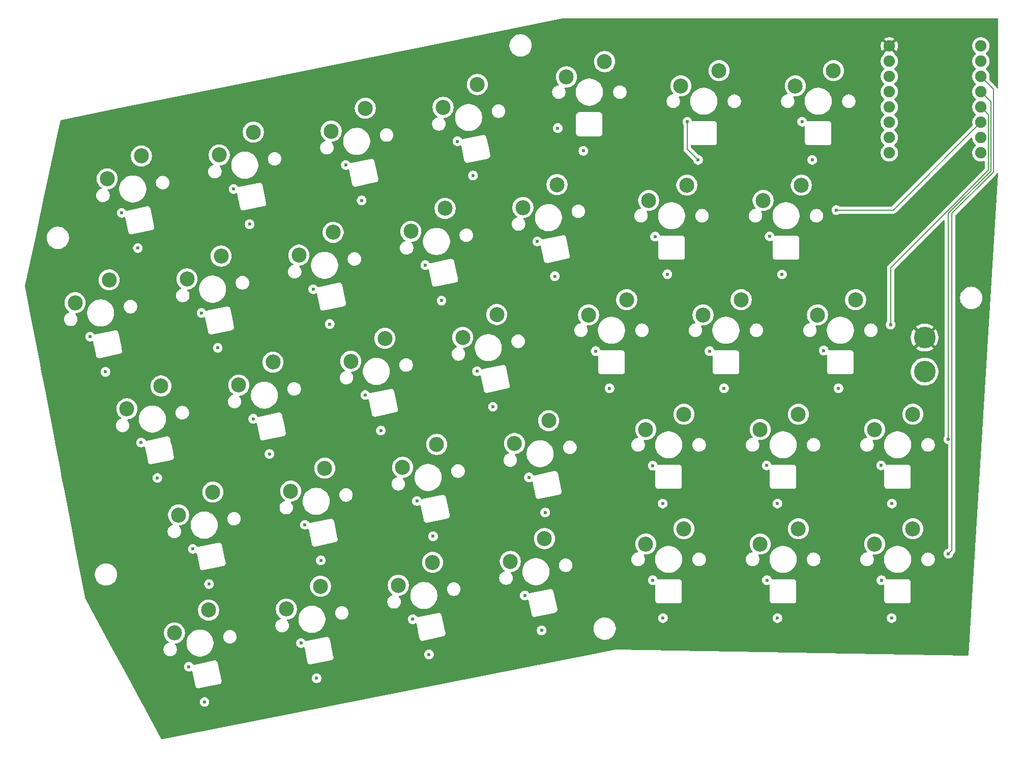
<source format=gbr>
%TF.GenerationSoftware,KiCad,Pcbnew,9.0.3*%
%TF.CreationDate,2025-11-25T10:19:28-05:00*%
%TF.ProjectId,Wren,5772656e-2e6b-4696-9361-645f70636258,rev?*%
%TF.SameCoordinates,Original*%
%TF.FileFunction,Copper,L3,Inr*%
%TF.FilePolarity,Positive*%
%FSLAX46Y46*%
G04 Gerber Fmt 4.6, Leading zero omitted, Abs format (unit mm)*
G04 Created by KiCad (PCBNEW 9.0.3) date 2025-11-25 10:19:28*
%MOMM*%
%LPD*%
G01*
G04 APERTURE LIST*
%TA.AperFunction,ComponentPad*%
%ADD10C,2.500000*%
%TD*%
%TA.AperFunction,ComponentPad*%
%ADD11C,3.600000*%
%TD*%
%TA.AperFunction,ComponentPad*%
%ADD12C,1.905000*%
%TD*%
%TA.AperFunction,ViaPad*%
%ADD13C,0.600000*%
%TD*%
%TA.AperFunction,Conductor*%
%ADD14C,0.200000*%
%TD*%
G04 APERTURE END LIST*
D10*
%TO.N,col4*%
%TO.C,SW54*%
X361314929Y-174844623D03*
%TO.N,Net-(D89-A)*%
X367664929Y-172304623D03*
%TD*%
%TO.N,col5*%
%TO.C,SW55*%
X380364929Y-174844623D03*
%TO.N,Net-(D90-A)*%
X386714929Y-172304623D03*
%TD*%
%TO.N,col0*%
%TO.C,SW50*%
X284471913Y-190451770D03*
%TO.N,Net-(D85-A)*%
X290155054Y-186647036D03*
%TD*%
%TO.N,col3*%
%TO.C,SW67*%
X348294485Y-215837041D03*
%TO.N,Net-(D102-A)*%
X353977626Y-212032307D03*
%TD*%
%TO.N,col1*%
%TO.C,SW58*%
X311724743Y-204134564D03*
%TO.N,Net-(D93-A)*%
X317407884Y-200329830D03*
%TD*%
%TO.N,col1*%
%TO.C,SW51*%
X303105625Y-186491052D03*
%TO.N,Net-(D86-A)*%
X308788766Y-182686318D03*
%TD*%
%TO.N,col1*%
%TO.C,SW37*%
X299842789Y-148233429D03*
%TO.N,Net-(D72-A)*%
X305525930Y-144428695D03*
%TD*%
%TO.N,col5*%
%TO.C,SW62*%
X389889929Y-193894623D03*
%TO.N,Net-(D97-A)*%
X396239929Y-191354623D03*
%TD*%
%TO.N,col3*%
%TO.C,SW53*%
X340373049Y-178569617D03*
%TO.N,Net-(D88-A)*%
X346056190Y-174764883D03*
%TD*%
%TO.N,col6*%
%TO.C,SW70*%
X408939929Y-212944623D03*
%TO.N,Net-(D105-A)*%
X415289929Y-210404623D03*
%TD*%
%TO.N,col2*%
%TO.C,SW45*%
X313120219Y-164886823D03*
%TO.N,Net-(D80-A)*%
X318803360Y-161082089D03*
%TD*%
%TO.N,col2*%
%TO.C,SW59*%
X330358455Y-200173846D03*
%TO.N,Net-(D94-A)*%
X336041596Y-196369112D03*
%TD*%
%TO.N,col0*%
%TO.C,SW64*%
X292393349Y-227719194D03*
%TO.N,Net-(D99-A)*%
X298076490Y-223914460D03*
%TD*%
%TO.N,col0*%
%TO.C,SW36*%
X281209077Y-152194146D03*
%TO.N,Net-(D71-A)*%
X286892218Y-148389412D03*
%TD*%
%TO.N,col6*%
%TO.C,SW63*%
X408939929Y-193894623D03*
%TO.N,Net-(D98-A)*%
X415289929Y-191354623D03*
%TD*%
%TO.N,col5*%
%TO.C,SW41*%
X376685048Y-136744629D03*
%TO.N,Net-(D76-A)*%
X383035048Y-134204629D03*
%TD*%
%TO.N,col0*%
%TO.C,SW43*%
X275852795Y-172808258D03*
%TO.N,Net-(D78-A)*%
X281535936Y-169003524D03*
%TD*%
%TO.N,col4*%
%TO.C,SW40*%
X357635048Y-135244229D03*
%TO.N,Net-(D75-A)*%
X363985048Y-132704229D03*
%TD*%
D11*
%TO.N,+5V*%
%TO.C,J1*%
X417250000Y-178600000D03*
%TD*%
D10*
%TO.N,col6*%
%TO.C,SW56*%
X399414929Y-174844623D03*
%TO.N,Net-(D91-A)*%
X405764929Y-172304623D03*
%TD*%
%TO.N,col2*%
%TO.C,SW52*%
X321739337Y-182530334D03*
%TO.N,Net-(D87-A)*%
X327422478Y-178725600D03*
%TD*%
%TO.N,col3*%
%TO.C,SW46*%
X331753931Y-160926105D03*
%TO.N,Net-(D81-A)*%
X337437072Y-157121371D03*
%TD*%
%TO.N,col1*%
%TO.C,SW44*%
X294486507Y-168847540D03*
%TO.N,Net-(D79-A)*%
X300169648Y-165042806D03*
%TD*%
%TO.N,col4*%
%TO.C,SW61*%
X370839929Y-193894623D03*
%TO.N,Net-(D96-A)*%
X377189929Y-191354623D03*
%TD*%
%TO.N,col2*%
%TO.C,SW38*%
X318476501Y-144272711D03*
%TO.N,Net-(D73-A)*%
X324159642Y-140467977D03*
%TD*%
%TO.N,col6*%
%TO.C,SW49*%
X390374929Y-155794623D03*
%TO.N,Net-(D84-A)*%
X396724929Y-153254623D03*
%TD*%
%TO.N,col3*%
%TO.C,SW60*%
X348992167Y-196213129D03*
%TO.N,Net-(D95-A)*%
X354675308Y-192408395D03*
%TD*%
%TO.N,col4*%
%TO.C,SW68*%
X370839929Y-212944623D03*
%TO.N,Net-(D103-A)*%
X377189929Y-210404623D03*
%TD*%
%TO.N,col1*%
%TO.C,SW65*%
X311027061Y-223758476D03*
%TO.N,Net-(D100-A)*%
X316710202Y-219953742D03*
%TD*%
%TO.N,col3*%
%TO.C,SW39*%
X337110213Y-140311993D03*
%TO.N,Net-(D74-A)*%
X342793354Y-136507259D03*
%TD*%
%TO.N,col2*%
%TO.C,SW66*%
X329660773Y-219797759D03*
%TO.N,Net-(D101-A)*%
X335343914Y-215993025D03*
%TD*%
D11*
%TO.N,GND*%
%TO.C,J2*%
X417250000Y-184250000D03*
%TD*%
D10*
%TO.N,col5*%
%TO.C,SW69*%
X389889929Y-212944623D03*
%TO.N,Net-(D104-A)*%
X396239929Y-210404623D03*
%TD*%
%TO.N,col6*%
%TO.C,SW42*%
X395735048Y-136744629D03*
%TO.N,Net-(D77-A)*%
X402085048Y-134204629D03*
%TD*%
%TO.N,col0*%
%TO.C,SW57*%
X293091031Y-208095282D03*
%TO.N,Net-(D92-A)*%
X298774172Y-204290548D03*
%TD*%
%TO.N,col4*%
%TO.C,SW47*%
X350387594Y-156965387D03*
%TO.N,Net-(D82-A)*%
X356070735Y-153160653D03*
%TD*%
%TO.N,col5*%
%TO.C,SW48*%
X371324929Y-155794623D03*
%TO.N,Net-(D83-A)*%
X377674929Y-153254623D03*
%TD*%
D12*
%TO.N,col0*%
%TO.C,U2*%
X411380000Y-147880000D03*
%TO.N,col1*%
X411380000Y-145340000D03*
%TO.N,col2*%
X411380000Y-142800000D03*
%TO.N,col3*%
X411380000Y-140260000D03*
%TO.N,unconnected-(U2-3V3-Pad3.3)*%
X411380000Y-135180000D03*
%TO.N,col4*%
X411380000Y-137720000D03*
%TO.N,row0*%
X426620000Y-130100000D03*
%TO.N,+5V*%
X411380000Y-130100000D03*
%TO.N,led*%
X426620000Y-132640000D03*
%TO.N,row4*%
X426620000Y-135180000D03*
%TO.N,row3*%
X426620000Y-137720000D03*
%TO.N,row2*%
X426620000Y-140260000D03*
%TO.N,row1*%
X426620000Y-142800000D03*
%TO.N,col6*%
X426620000Y-145340000D03*
%TO.N,col5*%
X426620000Y-147880000D03*
%TO.N,GND*%
X411380000Y-132640000D03*
%TD*%
D13*
%TO.N,GND*%
X326750000Y-194050000D03*
X304900000Y-159750000D03*
X286300000Y-163700000D03*
X286850000Y-196050000D03*
X294800000Y-233350000D03*
X411750000Y-225250000D03*
X402921918Y-187028082D03*
X324150000Y-188150000D03*
X316050000Y-235250000D03*
X302250000Y-153900000D03*
X320900000Y-149900000D03*
X410050000Y-218950000D03*
X362500000Y-180850000D03*
X297400000Y-239200000D03*
X332050000Y-225450000D03*
X305500000Y-192100000D03*
X313450000Y-229400000D03*
X393509418Y-168090582D03*
X298150000Y-219600000D03*
X345400000Y-190100000D03*
X398550000Y-149050000D03*
X356193241Y-143755344D03*
X323550000Y-155800000D03*
X396850000Y-142700000D03*
X381449858Y-180850000D03*
X283600000Y-157850000D03*
X342750000Y-184200000D03*
X318250000Y-176350000D03*
X280900000Y-184300000D03*
X332750000Y-205800000D03*
X289550000Y-201950000D03*
X379550000Y-149050000D03*
X350700000Y-221500000D03*
X372000000Y-199900000D03*
X351400000Y-201850000D03*
X353500000Y-227300000D03*
X372000000Y-218950000D03*
X372400000Y-161800000D03*
X352800000Y-162600000D03*
X411800000Y-206200000D03*
X296900000Y-174500000D03*
X364821918Y-187028082D03*
X354100000Y-207700000D03*
X391450000Y-161750000D03*
X314100000Y-209750000D03*
X373700000Y-225250000D03*
X410000000Y-199850000D03*
X383871918Y-187028082D03*
X316750000Y-215650000D03*
X377750000Y-142700000D03*
X315500000Y-170550000D03*
X391000000Y-218950000D03*
X355709418Y-168390582D03*
X360450000Y-147550000D03*
X334150000Y-166550000D03*
X334750000Y-231300000D03*
X335450000Y-211650000D03*
X374434418Y-168065582D03*
X339500000Y-145950000D03*
X308200000Y-197950000D03*
X392750000Y-225250000D03*
X392750000Y-206200000D03*
X400450000Y-180750000D03*
X295450000Y-213750000D03*
X390950000Y-199850000D03*
X336850000Y-172450000D03*
X278356633Y-178450000D03*
X373650000Y-206200000D03*
X299600000Y-180300000D03*
X342080567Y-151650000D03*
%TO.N,+5V*%
X307903875Y-156600000D03*
X396291026Y-203791026D03*
X415349929Y-222832123D03*
X338419540Y-208550000D03*
X402138588Y-146638588D03*
X357053252Y-204600000D03*
X405824929Y-184732123D03*
X283913881Y-181200000D03*
X319785828Y-212500000D03*
X302547592Y-177250000D03*
X377249929Y-203782123D03*
X367724929Y-184732123D03*
X396784929Y-165682123D03*
X386774929Y-184732123D03*
X364045048Y-145131729D03*
X348434134Y-186950000D03*
X356355570Y-224250000D03*
X289270163Y-160600000D03*
X319088147Y-232150000D03*
X377249929Y-222832123D03*
X415341026Y-203791026D03*
X329800422Y-190900000D03*
X339815016Y-169300000D03*
X377733526Y-165683526D03*
X311166710Y-194900000D03*
X358448680Y-165350000D03*
X292532999Y-198850000D03*
X345171298Y-148700000D03*
X383095048Y-146632129D03*
X301152117Y-216500000D03*
X396291026Y-222841026D03*
X337721858Y-228200000D03*
X300454435Y-236100000D03*
X321181304Y-173250000D03*
X326537586Y-152650000D03*
%TO.N,row1*%
X402550000Y-157400000D03*
%TO.N,row2*%
X411600000Y-176450000D03*
%TO.N,row3*%
X421200000Y-195500000D03*
%TO.N,row4*%
X421200000Y-214550000D03*
%TD*%
D14*
%TO.N,GND*%
X377750000Y-147250000D02*
X379550000Y-149050000D01*
X377750000Y-142700000D02*
X377750000Y-147250000D01*
%TO.N,row1*%
X426620000Y-142800000D02*
X412020000Y-157400000D01*
X412020000Y-157400000D02*
X402550000Y-157400000D01*
%TO.N,row2*%
X427873500Y-141513500D02*
X427873500Y-150726500D01*
X427873500Y-150726500D02*
X411600000Y-167000000D01*
X411600000Y-167000000D02*
X411600000Y-176450000D01*
X426620000Y-140260000D02*
X427873500Y-141513500D01*
%TO.N,row3*%
X428274500Y-139374500D02*
X428274500Y-150892600D01*
X428274500Y-150892600D02*
X421200000Y-157967100D01*
X421200000Y-157967100D02*
X421200000Y-195500000D01*
X426620000Y-137720000D02*
X428274500Y-139374500D01*
%TO.N,row4*%
X421801000Y-157933200D02*
X421801000Y-213949000D01*
X428675500Y-151058700D02*
X421801000Y-157933200D01*
X426620000Y-135180000D02*
X428675500Y-137235500D01*
X421801000Y-213949000D02*
X421200000Y-214550000D01*
X428675500Y-137235500D02*
X428675500Y-151058700D01*
%TD*%
%TA.AperFunction,Conductor*%
%TO.N,+5V*%
G36*
X429442539Y-125520185D02*
G01*
X429488294Y-125572989D01*
X429499500Y-125624500D01*
X429499500Y-137048681D01*
X429496668Y-137058323D01*
X429497939Y-137068293D01*
X429486989Y-137091285D01*
X429479815Y-137115720D01*
X429472220Y-137122301D01*
X429467899Y-137131375D01*
X429446256Y-137144799D01*
X429427011Y-137161475D01*
X429417064Y-137162905D01*
X429408523Y-137168203D01*
X429383058Y-137167794D01*
X429357853Y-137171419D01*
X429348711Y-137167244D01*
X429338663Y-137167083D01*
X429317463Y-137152973D01*
X429294297Y-137142394D01*
X429288863Y-137133939D01*
X429280497Y-137128371D01*
X429261894Y-137098378D01*
X429258147Y-137089813D01*
X429235077Y-137003715D01*
X429178307Y-136905387D01*
X429156020Y-136866784D01*
X429044216Y-136754980D01*
X429044215Y-136754979D01*
X429039885Y-136750649D01*
X429039874Y-136750639D01*
X428035102Y-135745867D01*
X428001617Y-135684544D01*
X428004852Y-135619868D01*
X428015217Y-135587968D01*
X428037222Y-135520245D01*
X428073000Y-135294354D01*
X428073000Y-135065646D01*
X428037222Y-134839755D01*
X428037221Y-134839751D01*
X428037221Y-134839750D01*
X427966549Y-134622244D01*
X427966548Y-134622242D01*
X427862717Y-134418462D01*
X427728286Y-134233434D01*
X427566566Y-134071714D01*
X427482059Y-134010316D01*
X427439396Y-133954988D01*
X427433417Y-133885375D01*
X427466023Y-133823580D01*
X427482056Y-133809685D01*
X427566566Y-133748286D01*
X427728286Y-133586566D01*
X427862717Y-133401538D01*
X427966548Y-133197758D01*
X428015218Y-133047967D01*
X428037221Y-132980249D01*
X428037221Y-132980248D01*
X428037222Y-132980245D01*
X428073000Y-132754354D01*
X428073000Y-132525646D01*
X428037222Y-132299755D01*
X428037221Y-132299751D01*
X428037221Y-132299750D01*
X427966549Y-132082244D01*
X427888137Y-131928352D01*
X427862717Y-131878462D01*
X427728286Y-131693434D01*
X427566566Y-131531714D01*
X427482059Y-131470316D01*
X427439396Y-131414988D01*
X427433417Y-131345375D01*
X427466023Y-131283580D01*
X427482056Y-131269685D01*
X427566566Y-131208286D01*
X427728286Y-131046566D01*
X427862717Y-130861538D01*
X427966548Y-130657758D01*
X427987512Y-130593236D01*
X428037221Y-130440249D01*
X428037221Y-130440248D01*
X428037222Y-130440245D01*
X428073000Y-130214354D01*
X428073000Y-129985646D01*
X428037222Y-129759755D01*
X428037221Y-129759751D01*
X428037221Y-129759750D01*
X427966549Y-129542244D01*
X427896059Y-129403900D01*
X427862717Y-129338462D01*
X427728286Y-129153434D01*
X427566566Y-128991714D01*
X427381538Y-128857283D01*
X427224490Y-128777263D01*
X427177755Y-128753450D01*
X426960248Y-128682778D01*
X426790826Y-128655944D01*
X426734354Y-128647000D01*
X426505646Y-128647000D01*
X426430349Y-128658926D01*
X426279753Y-128682778D01*
X426279750Y-128682778D01*
X426062244Y-128753450D01*
X425858461Y-128857283D01*
X425784051Y-128911346D01*
X425673434Y-128991714D01*
X425673432Y-128991716D01*
X425673431Y-128991716D01*
X425511716Y-129153431D01*
X425511716Y-129153432D01*
X425511714Y-129153434D01*
X425453980Y-129232896D01*
X425377283Y-129338461D01*
X425273450Y-129542244D01*
X425202778Y-129759750D01*
X425202778Y-129759753D01*
X425167000Y-129985646D01*
X425167000Y-130214353D01*
X425202778Y-130440246D01*
X425202778Y-130440249D01*
X425273450Y-130657755D01*
X425356223Y-130820205D01*
X425377283Y-130861538D01*
X425511714Y-131046566D01*
X425673434Y-131208286D01*
X425724817Y-131245618D01*
X425757938Y-131269682D01*
X425800603Y-131325013D01*
X425806582Y-131394626D01*
X425773976Y-131456421D01*
X425757938Y-131470318D01*
X425673432Y-131531715D01*
X425511716Y-131693431D01*
X425511716Y-131693432D01*
X425511714Y-131693434D01*
X425466219Y-131756052D01*
X425377283Y-131878461D01*
X425273450Y-132082244D01*
X425202778Y-132299750D01*
X425202778Y-132299753D01*
X425167000Y-132525646D01*
X425167000Y-132754353D01*
X425202778Y-132980246D01*
X425202778Y-132980249D01*
X425273450Y-133197755D01*
X425309301Y-133268116D01*
X425377283Y-133401538D01*
X425511714Y-133586566D01*
X425673434Y-133748286D01*
X425724817Y-133785618D01*
X425757938Y-133809682D01*
X425800603Y-133865013D01*
X425806582Y-133934626D01*
X425773976Y-133996421D01*
X425757938Y-134010318D01*
X425673432Y-134071715D01*
X425511716Y-134233431D01*
X425511716Y-134233432D01*
X425511714Y-134233434D01*
X425453980Y-134312896D01*
X425377283Y-134418461D01*
X425273450Y-134622244D01*
X425202778Y-134839750D01*
X425202778Y-134839753D01*
X425167000Y-135065646D01*
X425167000Y-135294353D01*
X425202778Y-135520246D01*
X425202778Y-135520249D01*
X425273450Y-135737755D01*
X425293945Y-135777978D01*
X425377283Y-135941538D01*
X425511714Y-136126566D01*
X425673434Y-136288286D01*
X425685687Y-136297188D01*
X425757938Y-136349682D01*
X425800603Y-136405013D01*
X425806582Y-136474626D01*
X425773976Y-136536421D01*
X425757938Y-136550318D01*
X425673432Y-136611715D01*
X425511716Y-136773431D01*
X425511716Y-136773432D01*
X425511714Y-136773434D01*
X425456457Y-136849488D01*
X425377283Y-136958461D01*
X425273450Y-137162244D01*
X425202778Y-137379750D01*
X425202778Y-137379753D01*
X425169639Y-137588983D01*
X425167000Y-137605646D01*
X425167000Y-137834354D01*
X425173091Y-137872808D01*
X425202778Y-138060246D01*
X425202778Y-138060249D01*
X425273450Y-138277755D01*
X425338685Y-138405786D01*
X425377283Y-138481538D01*
X425511714Y-138666566D01*
X425673434Y-138828286D01*
X425707976Y-138853382D01*
X425757938Y-138889682D01*
X425800603Y-138945013D01*
X425806582Y-139014626D01*
X425773976Y-139076421D01*
X425757938Y-139090318D01*
X425673432Y-139151715D01*
X425511716Y-139313431D01*
X425511716Y-139313432D01*
X425511714Y-139313434D01*
X425468286Y-139373207D01*
X425377283Y-139498461D01*
X425273450Y-139702244D01*
X425202778Y-139919750D01*
X425202778Y-139919753D01*
X425167000Y-140145646D01*
X425167000Y-140374353D01*
X425202778Y-140600246D01*
X425202778Y-140600249D01*
X425273450Y-140817755D01*
X425377283Y-141021538D01*
X425511714Y-141206566D01*
X425673434Y-141368286D01*
X425739163Y-141416041D01*
X425757938Y-141429682D01*
X425800603Y-141485013D01*
X425806582Y-141554626D01*
X425773976Y-141616421D01*
X425757938Y-141630318D01*
X425673432Y-141691715D01*
X425511716Y-141853431D01*
X425511716Y-141853432D01*
X425511714Y-141853434D01*
X425478245Y-141899500D01*
X425377283Y-142038461D01*
X425273450Y-142242244D01*
X425202778Y-142459750D01*
X425202778Y-142459753D01*
X425167000Y-142685646D01*
X425167000Y-142914353D01*
X425202778Y-143140248D01*
X425235146Y-143239869D01*
X425237141Y-143309710D01*
X425204896Y-143365867D01*
X411807584Y-156763181D01*
X411746261Y-156796666D01*
X411719903Y-156799500D01*
X403129766Y-156799500D01*
X403062727Y-156779815D01*
X403060875Y-156778602D01*
X402929185Y-156690609D01*
X402929172Y-156690602D01*
X402783501Y-156630264D01*
X402783489Y-156630261D01*
X402628845Y-156599500D01*
X402628842Y-156599500D01*
X402471158Y-156599500D01*
X402471155Y-156599500D01*
X402316510Y-156630261D01*
X402316498Y-156630264D01*
X402170827Y-156690602D01*
X402170814Y-156690609D01*
X402039711Y-156778210D01*
X402039707Y-156778213D01*
X401928213Y-156889707D01*
X401928210Y-156889711D01*
X401840609Y-157020814D01*
X401840602Y-157020827D01*
X401780264Y-157166498D01*
X401780261Y-157166510D01*
X401749500Y-157321153D01*
X401749500Y-157478846D01*
X401780261Y-157633489D01*
X401780264Y-157633501D01*
X401840602Y-157779172D01*
X401840609Y-157779185D01*
X401928210Y-157910288D01*
X401928213Y-157910292D01*
X402039707Y-158021786D01*
X402039711Y-158021789D01*
X402170814Y-158109390D01*
X402170827Y-158109397D01*
X402308101Y-158166257D01*
X402316503Y-158169737D01*
X402425596Y-158191437D01*
X402471153Y-158200499D01*
X402471156Y-158200500D01*
X402471158Y-158200500D01*
X402628844Y-158200500D01*
X402628845Y-158200499D01*
X402783497Y-158169737D01*
X402929179Y-158109394D01*
X402929185Y-158109390D01*
X403060875Y-158021398D01*
X403127553Y-158000520D01*
X403129766Y-158000500D01*
X411933331Y-158000500D01*
X411933347Y-158000501D01*
X411940943Y-158000501D01*
X412099054Y-158000501D01*
X412099057Y-158000501D01*
X412251785Y-157959577D01*
X412305019Y-157928842D01*
X412388716Y-157880520D01*
X412500520Y-157768716D01*
X412500520Y-157768714D01*
X412510724Y-157758511D01*
X412510728Y-157758506D01*
X424955319Y-145313915D01*
X425016642Y-145280430D01*
X425086334Y-145285414D01*
X425142267Y-145327286D01*
X425166684Y-145392750D01*
X425167000Y-145401596D01*
X425167000Y-145454354D01*
X425178200Y-145525066D01*
X425202778Y-145680246D01*
X425202778Y-145680249D01*
X425273450Y-145897755D01*
X425343060Y-146034371D01*
X425377283Y-146101538D01*
X425511714Y-146286566D01*
X425673434Y-146448286D01*
X425689955Y-146460289D01*
X425757938Y-146509682D01*
X425800603Y-146565013D01*
X425806582Y-146634626D01*
X425773976Y-146696421D01*
X425757938Y-146710318D01*
X425673432Y-146771715D01*
X425511716Y-146933431D01*
X425511716Y-146933432D01*
X425511714Y-146933434D01*
X425462432Y-147001265D01*
X425377283Y-147118461D01*
X425273450Y-147322244D01*
X425202778Y-147539750D01*
X425202778Y-147539753D01*
X425181313Y-147675280D01*
X425167000Y-147765646D01*
X425167000Y-147994354D01*
X425175366Y-148047174D01*
X425202778Y-148220246D01*
X425202778Y-148220249D01*
X425273450Y-148437755D01*
X425327627Y-148544082D01*
X425377283Y-148641538D01*
X425511714Y-148826566D01*
X425673434Y-148988286D01*
X425858462Y-149122717D01*
X425979744Y-149184513D01*
X426062244Y-149226549D01*
X426279751Y-149297221D01*
X426279752Y-149297221D01*
X426279755Y-149297222D01*
X426505646Y-149333000D01*
X426505647Y-149333000D01*
X426734353Y-149333000D01*
X426734354Y-149333000D01*
X426960245Y-149297222D01*
X427110682Y-149248341D01*
X427180523Y-149246347D01*
X427240356Y-149282427D01*
X427271184Y-149345128D01*
X427273000Y-149366273D01*
X427273000Y-150426402D01*
X427253315Y-150493441D01*
X427236681Y-150514083D01*
X411119481Y-166631282D01*
X411119479Y-166631285D01*
X411077520Y-166703962D01*
X411077519Y-166703963D01*
X411040423Y-166768214D01*
X411040423Y-166768215D01*
X410999499Y-166920943D01*
X410999499Y-166920945D01*
X410999499Y-167089046D01*
X410999500Y-167089059D01*
X410999500Y-175870234D01*
X410979815Y-175937273D01*
X410978602Y-175939125D01*
X410890609Y-176070814D01*
X410890602Y-176070827D01*
X410830264Y-176216498D01*
X410830261Y-176216510D01*
X410799500Y-176371153D01*
X410799500Y-176528846D01*
X410830261Y-176683489D01*
X410830264Y-176683501D01*
X410890602Y-176829172D01*
X410890609Y-176829185D01*
X410978210Y-176960288D01*
X410978213Y-176960292D01*
X411089707Y-177071786D01*
X411089711Y-177071789D01*
X411220814Y-177159390D01*
X411220827Y-177159397D01*
X411295080Y-177190153D01*
X411366503Y-177219737D01*
X411521153Y-177250499D01*
X411521156Y-177250500D01*
X411521158Y-177250500D01*
X411678844Y-177250500D01*
X411678845Y-177250499D01*
X411833497Y-177219737D01*
X411979179Y-177159394D01*
X412110289Y-177071789D01*
X412221789Y-176960289D01*
X412309394Y-176829179D01*
X412369737Y-176683497D01*
X412400500Y-176528842D01*
X412400500Y-176371158D01*
X412400500Y-176371155D01*
X412400499Y-176371153D01*
X412394617Y-176341581D01*
X412369737Y-176216503D01*
X412369735Y-176216498D01*
X412309397Y-176070827D01*
X412309390Y-176070814D01*
X412221398Y-175939125D01*
X412200520Y-175872447D01*
X412200500Y-175870234D01*
X412200500Y-167300097D01*
X412220185Y-167233058D01*
X412236819Y-167212416D01*
X420387819Y-159061416D01*
X420449142Y-159027931D01*
X420518834Y-159032915D01*
X420574767Y-159074787D01*
X420599184Y-159140251D01*
X420599500Y-159149097D01*
X420599500Y-194920234D01*
X420579815Y-194987273D01*
X420578602Y-194989125D01*
X420490609Y-195120814D01*
X420490602Y-195120827D01*
X420430264Y-195266498D01*
X420430261Y-195266510D01*
X420399500Y-195421153D01*
X420399500Y-195578846D01*
X420430261Y-195733489D01*
X420430264Y-195733501D01*
X420490602Y-195879172D01*
X420490609Y-195879185D01*
X420578210Y-196010288D01*
X420578213Y-196010292D01*
X420689707Y-196121786D01*
X420689711Y-196121789D01*
X420820814Y-196209390D01*
X420820827Y-196209397D01*
X420941554Y-196259403D01*
X420966503Y-196269737D01*
X421035639Y-196283489D01*
X421100691Y-196296429D01*
X421162602Y-196328814D01*
X421197176Y-196389529D01*
X421200500Y-196418046D01*
X421200500Y-213631953D01*
X421180815Y-213698992D01*
X421128011Y-213744747D01*
X421100692Y-213753570D01*
X420966508Y-213780261D01*
X420966498Y-213780264D01*
X420820827Y-213840602D01*
X420820814Y-213840609D01*
X420689711Y-213928210D01*
X420689707Y-213928213D01*
X420578213Y-214039707D01*
X420578210Y-214039711D01*
X420490609Y-214170814D01*
X420490602Y-214170827D01*
X420430264Y-214316498D01*
X420430261Y-214316510D01*
X420399500Y-214471153D01*
X420399500Y-214628846D01*
X420430261Y-214783489D01*
X420430264Y-214783501D01*
X420490602Y-214929172D01*
X420490609Y-214929185D01*
X420578210Y-215060288D01*
X420578213Y-215060292D01*
X420689707Y-215171786D01*
X420689711Y-215171789D01*
X420820814Y-215259390D01*
X420820827Y-215259397D01*
X420960861Y-215317400D01*
X420966503Y-215319737D01*
X421107087Y-215347701D01*
X421121153Y-215350499D01*
X421121156Y-215350500D01*
X421121158Y-215350500D01*
X421278844Y-215350500D01*
X421278845Y-215350499D01*
X421433497Y-215319737D01*
X421551592Y-215270821D01*
X421579172Y-215259397D01*
X421579172Y-215259396D01*
X421579179Y-215259394D01*
X421710289Y-215171789D01*
X421821789Y-215060289D01*
X421909394Y-214929179D01*
X421969737Y-214783497D01*
X421993274Y-214665169D01*
X422000638Y-214628150D01*
X422009403Y-214611393D01*
X422013423Y-214592915D01*
X422032169Y-214567871D01*
X422033023Y-214566239D01*
X422034476Y-214564757D01*
X422159509Y-214439724D01*
X422159514Y-214439721D01*
X422169714Y-214429520D01*
X422169716Y-214429520D01*
X422281520Y-214317716D01*
X422360577Y-214180784D01*
X422397034Y-214044724D01*
X422401500Y-214028058D01*
X422401500Y-213869943D01*
X422401500Y-171878711D01*
X423149500Y-171878711D01*
X423149500Y-172121288D01*
X423179166Y-172346632D01*
X423181162Y-172361789D01*
X423188948Y-172390847D01*
X423243947Y-172596104D01*
X423336773Y-172820205D01*
X423336777Y-172820214D01*
X423356588Y-172854527D01*
X423458064Y-173030289D01*
X423458066Y-173030292D01*
X423458067Y-173030293D01*
X423605733Y-173222736D01*
X423605739Y-173222743D01*
X423777256Y-173394260D01*
X423777263Y-173394266D01*
X423844648Y-173445972D01*
X423969711Y-173541936D01*
X424179788Y-173663224D01*
X424403900Y-173756054D01*
X424638211Y-173818838D01*
X424818586Y-173842584D01*
X424878711Y-173850500D01*
X424878712Y-173850500D01*
X425121289Y-173850500D01*
X425169388Y-173844167D01*
X425361789Y-173818838D01*
X425596100Y-173756054D01*
X425820212Y-173663224D01*
X426030289Y-173541936D01*
X426222738Y-173394265D01*
X426394265Y-173222738D01*
X426541936Y-173030289D01*
X426663224Y-172820212D01*
X426756054Y-172596100D01*
X426818838Y-172361789D01*
X426850500Y-172121288D01*
X426850500Y-171878712D01*
X426818838Y-171638211D01*
X426756054Y-171403900D01*
X426663224Y-171179788D01*
X426541936Y-170969711D01*
X426414172Y-170803205D01*
X426394266Y-170777263D01*
X426394260Y-170777256D01*
X426222743Y-170605739D01*
X426222736Y-170605733D01*
X426030293Y-170458067D01*
X426030292Y-170458066D01*
X426030289Y-170458064D01*
X425820212Y-170336776D01*
X425785590Y-170322435D01*
X425596104Y-170243947D01*
X425361785Y-170181161D01*
X425121289Y-170149500D01*
X425121288Y-170149500D01*
X424878712Y-170149500D01*
X424878711Y-170149500D01*
X424638214Y-170181161D01*
X424403895Y-170243947D01*
X424179794Y-170336773D01*
X424179785Y-170336777D01*
X423969706Y-170458067D01*
X423777263Y-170605733D01*
X423777256Y-170605739D01*
X423605739Y-170777256D01*
X423605733Y-170777263D01*
X423458067Y-170969706D01*
X423458064Y-170969710D01*
X423458064Y-170969711D01*
X423448830Y-170985704D01*
X423336777Y-171179785D01*
X423336773Y-171179794D01*
X423243947Y-171403895D01*
X423181161Y-171638214D01*
X423149500Y-171878711D01*
X422401500Y-171878711D01*
X422401500Y-158233296D01*
X422421185Y-158166257D01*
X422437814Y-158145620D01*
X429034006Y-151549427D01*
X429034011Y-151549424D01*
X429044214Y-151539220D01*
X429044216Y-151539220D01*
X429156020Y-151427416D01*
X429213995Y-151327000D01*
X429235077Y-151290485D01*
X429237894Y-151279968D01*
X429243886Y-151268266D01*
X429259233Y-151252078D01*
X429270841Y-151233029D01*
X429282806Y-151227214D01*
X429291958Y-151217562D01*
X429313620Y-151212241D01*
X429333684Y-151202492D01*
X429346891Y-151204069D01*
X429359811Y-151200896D01*
X429380912Y-151208132D01*
X429403061Y-151210777D01*
X429413319Y-151219244D01*
X429425903Y-151223560D01*
X429439743Y-151241057D01*
X429456944Y-151255256D01*
X429460995Y-151267924D01*
X429469249Y-151278359D01*
X429471432Y-151300559D01*
X429478227Y-151321805D01*
X429478027Y-151332412D01*
X424537243Y-231373109D01*
X424513466Y-231438808D01*
X424457943Y-231481223D01*
X424411378Y-231489451D01*
X366024077Y-230499835D01*
X366017886Y-230499575D01*
X365967732Y-230496213D01*
X365965683Y-230496344D01*
X365944667Y-230498218D01*
X365942597Y-230498455D01*
X365893797Y-230510648D01*
X365887750Y-230511999D01*
X290354149Y-245419946D01*
X290284567Y-245413615D01*
X290229454Y-245370670D01*
X290221107Y-245357352D01*
X286871859Y-239174125D01*
X286843166Y-239121153D01*
X296599500Y-239121153D01*
X296599500Y-239278846D01*
X296630261Y-239433489D01*
X296630264Y-239433501D01*
X296690602Y-239579172D01*
X296690609Y-239579185D01*
X296778210Y-239710288D01*
X296778213Y-239710292D01*
X296889707Y-239821786D01*
X296889711Y-239821789D01*
X297020814Y-239909390D01*
X297020827Y-239909397D01*
X297166498Y-239969735D01*
X297166503Y-239969737D01*
X297321153Y-240000499D01*
X297321156Y-240000500D01*
X297321158Y-240000500D01*
X297478844Y-240000500D01*
X297478845Y-240000499D01*
X297633497Y-239969737D01*
X297779179Y-239909394D01*
X297910289Y-239821789D01*
X298021789Y-239710289D01*
X298109394Y-239579179D01*
X298169737Y-239433497D01*
X298200500Y-239278842D01*
X298200500Y-239121158D01*
X298200500Y-239121155D01*
X298200499Y-239121153D01*
X298169738Y-238966510D01*
X298169737Y-238966503D01*
X298169735Y-238966498D01*
X298109397Y-238820827D01*
X298109390Y-238820814D01*
X298021789Y-238689711D01*
X298021786Y-238689707D01*
X297910292Y-238578213D01*
X297910288Y-238578210D01*
X297779185Y-238490609D01*
X297779172Y-238490602D01*
X297633501Y-238430264D01*
X297633489Y-238430261D01*
X297478845Y-238399500D01*
X297478842Y-238399500D01*
X297321158Y-238399500D01*
X297321155Y-238399500D01*
X297166510Y-238430261D01*
X297166498Y-238430264D01*
X297020827Y-238490602D01*
X297020814Y-238490609D01*
X296889711Y-238578210D01*
X296889707Y-238578213D01*
X296778213Y-238689707D01*
X296778210Y-238689711D01*
X296690609Y-238820814D01*
X296690602Y-238820827D01*
X296630264Y-238966498D01*
X296630261Y-238966510D01*
X296599500Y-239121153D01*
X286843166Y-239121153D01*
X285186020Y-236061807D01*
X283674415Y-233271153D01*
X293999500Y-233271153D01*
X293999500Y-233428846D01*
X294030261Y-233583489D01*
X294030264Y-233583501D01*
X294090602Y-233729172D01*
X294090609Y-233729185D01*
X294178210Y-233860288D01*
X294178213Y-233860292D01*
X294289707Y-233971786D01*
X294289711Y-233971789D01*
X294420814Y-234059390D01*
X294420827Y-234059397D01*
X294566498Y-234119735D01*
X294566503Y-234119737D01*
X294721153Y-234150499D01*
X294721156Y-234150500D01*
X294721158Y-234150500D01*
X294878844Y-234150500D01*
X294878845Y-234150499D01*
X295033497Y-234119737D01*
X295179179Y-234059394D01*
X295208541Y-234039774D01*
X295275217Y-234018896D01*
X295342598Y-234037379D01*
X295389289Y-234089357D01*
X295398722Y-234117094D01*
X295399285Y-234119738D01*
X295899719Y-236474098D01*
X295899720Y-236474103D01*
X295928471Y-236609365D01*
X295988300Y-236726787D01*
X296076481Y-236824720D01*
X296161796Y-236880124D01*
X296187004Y-236896494D01*
X296312338Y-236937218D01*
X296443942Y-236944115D01*
X299753438Y-236240658D01*
X299753445Y-236240658D01*
X299769640Y-236237215D01*
X299769642Y-236237216D01*
X299898546Y-236209816D01*
X300015967Y-236149988D01*
X300113901Y-236061807D01*
X300185676Y-235951283D01*
X300226400Y-235825949D01*
X300233297Y-235694346D01*
X300122089Y-235171153D01*
X315249500Y-235171153D01*
X315249500Y-235328846D01*
X315280261Y-235483489D01*
X315280264Y-235483501D01*
X315340602Y-235629172D01*
X315340609Y-235629185D01*
X315428210Y-235760288D01*
X315428213Y-235760292D01*
X315539707Y-235871786D01*
X315539711Y-235871789D01*
X315670814Y-235959390D01*
X315670827Y-235959397D01*
X315816498Y-236019735D01*
X315816503Y-236019737D01*
X315971153Y-236050499D01*
X315971156Y-236050500D01*
X315971158Y-236050500D01*
X316128844Y-236050500D01*
X316128845Y-236050499D01*
X316283497Y-236019737D01*
X316429179Y-235959394D01*
X316560289Y-235871789D01*
X316671789Y-235760289D01*
X316759394Y-235629179D01*
X316819737Y-235483497D01*
X316850500Y-235328842D01*
X316850500Y-235171158D01*
X316850500Y-235171155D01*
X316850499Y-235171153D01*
X316819738Y-235016510D01*
X316819737Y-235016503D01*
X316819735Y-235016498D01*
X316759397Y-234870827D01*
X316759390Y-234870814D01*
X316671789Y-234739711D01*
X316671786Y-234739707D01*
X316560292Y-234628213D01*
X316560288Y-234628210D01*
X316429185Y-234540609D01*
X316429172Y-234540602D01*
X316283501Y-234480264D01*
X316283489Y-234480261D01*
X316128845Y-234449500D01*
X316128842Y-234449500D01*
X315971158Y-234449500D01*
X315971155Y-234449500D01*
X315816510Y-234480261D01*
X315816498Y-234480264D01*
X315670827Y-234540602D01*
X315670814Y-234540609D01*
X315539711Y-234628210D01*
X315539707Y-234628213D01*
X315428213Y-234739707D01*
X315428210Y-234739711D01*
X315340609Y-234870814D01*
X315340602Y-234870827D01*
X315280264Y-235016498D01*
X315280261Y-235016510D01*
X315249500Y-235171153D01*
X300122089Y-235171153D01*
X300089218Y-235016510D01*
X299867156Y-233971789D01*
X299613941Y-232780509D01*
X299613941Y-232780502D01*
X299609562Y-232759903D01*
X299609563Y-232759902D01*
X299582163Y-232630998D01*
X299522335Y-232513577D01*
X299522333Y-232513575D01*
X299522333Y-232513574D01*
X299434152Y-232415641D01*
X299323635Y-232343871D01*
X299323632Y-232343869D01*
X299323631Y-232343868D01*
X299323630Y-232343868D01*
X299198296Y-232303144D01*
X299198293Y-232303143D01*
X299198289Y-232303143D01*
X299066692Y-232296247D01*
X299066688Y-232296247D01*
X295747366Y-233001790D01*
X295747350Y-233001794D01*
X295740994Y-233003146D01*
X295740992Y-233003146D01*
X295696552Y-233012592D01*
X295639304Y-233024760D01*
X295569637Y-233019443D01*
X295513903Y-232977305D01*
X295510422Y-232972359D01*
X295421792Y-232839715D01*
X295421786Y-232839707D01*
X295310292Y-232728213D01*
X295310288Y-232728210D01*
X295179185Y-232640609D01*
X295179172Y-232640602D01*
X295033501Y-232580264D01*
X295033489Y-232580261D01*
X294878845Y-232549500D01*
X294878842Y-232549500D01*
X294721158Y-232549500D01*
X294721155Y-232549500D01*
X294566510Y-232580261D01*
X294566498Y-232580264D01*
X294420827Y-232640602D01*
X294420814Y-232640609D01*
X294289711Y-232728210D01*
X294289707Y-232728213D01*
X294178213Y-232839707D01*
X294178210Y-232839711D01*
X294090609Y-232970814D01*
X294090602Y-232970827D01*
X294030264Y-233116498D01*
X294030261Y-233116510D01*
X293999500Y-233271153D01*
X283674415Y-233271153D01*
X282107917Y-230379157D01*
X290553697Y-230379157D01*
X290553697Y-230556314D01*
X290581411Y-230731292D01*
X290636153Y-230899775D01*
X290636154Y-230899778D01*
X290716583Y-231057626D01*
X290820714Y-231200950D01*
X290945983Y-231326219D01*
X291089307Y-231430350D01*
X291105907Y-231438808D01*
X291247154Y-231510778D01*
X291247157Y-231510779D01*
X291317053Y-231533489D01*
X291415642Y-231565522D01*
X291590618Y-231593236D01*
X291590619Y-231593236D01*
X291767775Y-231593236D01*
X291767776Y-231593236D01*
X291942752Y-231565522D01*
X292111239Y-231510778D01*
X292269087Y-231430350D01*
X292412411Y-231326219D01*
X292537680Y-231200950D01*
X292641811Y-231057626D01*
X292722239Y-230899778D01*
X292776983Y-230731291D01*
X292804697Y-230556315D01*
X292804697Y-230379157D01*
X292776983Y-230204181D01*
X292722239Y-230035694D01*
X292722239Y-230035693D01*
X292658343Y-229910292D01*
X292641811Y-229877846D01*
X292537680Y-229734522D01*
X292478017Y-229674859D01*
X292444532Y-229613536D01*
X292449516Y-229543844D01*
X292491388Y-229487911D01*
X292549511Y-229464239D01*
X292735587Y-229439742D01*
X292957236Y-229380352D01*
X293169237Y-229292538D01*
X293218613Y-229264031D01*
X294397687Y-229264031D01*
X294397687Y-229559058D01*
X294420788Y-229734519D01*
X294436194Y-229851538D01*
X294485538Y-230035693D01*
X294512548Y-230136496D01*
X294512551Y-230136506D01*
X294625441Y-230409045D01*
X294625445Y-230409055D01*
X294772948Y-230664538D01*
X294952539Y-230898585D01*
X294952545Y-230898592D01*
X295161139Y-231107186D01*
X295161146Y-231107192D01*
X295395193Y-231286783D01*
X295650676Y-231434286D01*
X295650677Y-231434286D01*
X295650680Y-231434288D01*
X295923235Y-231547184D01*
X296208194Y-231623538D01*
X296500681Y-231662045D01*
X296500688Y-231662045D01*
X296795686Y-231662045D01*
X296795693Y-231662045D01*
X297088180Y-231623538D01*
X297373139Y-231547184D01*
X297645694Y-231434288D01*
X297901181Y-231286783D01*
X298135229Y-231107191D01*
X298343833Y-230898587D01*
X298523425Y-230664539D01*
X298670930Y-230409052D01*
X298783826Y-230136497D01*
X298860180Y-229851538D01*
X298898687Y-229559051D01*
X298898687Y-229264039D01*
X298860180Y-228971552D01*
X298783826Y-228686593D01*
X298774145Y-228663222D01*
X298747751Y-228599500D01*
X298670930Y-228414038D01*
X298659511Y-228394260D01*
X298618891Y-228323903D01*
X298585908Y-228266775D01*
X300491677Y-228266775D01*
X300491677Y-228443933D01*
X300499778Y-228495082D01*
X300519391Y-228618910D01*
X300574133Y-228787393D01*
X300574134Y-228787396D01*
X300654563Y-228945244D01*
X300758694Y-229088568D01*
X300883963Y-229213837D01*
X301027287Y-229317968D01*
X301101344Y-229355702D01*
X301185134Y-229398396D01*
X301185137Y-229398397D01*
X301266067Y-229424692D01*
X301353622Y-229453140D01*
X301528598Y-229480854D01*
X301528599Y-229480854D01*
X301705755Y-229480854D01*
X301705756Y-229480854D01*
X301880732Y-229453140D01*
X302049219Y-229398396D01*
X302200816Y-229321153D01*
X312649500Y-229321153D01*
X312649500Y-229478846D01*
X312680261Y-229633489D01*
X312680264Y-229633501D01*
X312740602Y-229779172D01*
X312740609Y-229779185D01*
X312828210Y-229910288D01*
X312828213Y-229910292D01*
X312939707Y-230021786D01*
X312939711Y-230021789D01*
X313070814Y-230109390D01*
X313070827Y-230109397D01*
X313162943Y-230147552D01*
X313216503Y-230169737D01*
X313371153Y-230200499D01*
X313371156Y-230200500D01*
X313371158Y-230200500D01*
X313528844Y-230200500D01*
X313528845Y-230200499D01*
X313683497Y-230169737D01*
X313829179Y-230109394D01*
X313846272Y-230097972D01*
X313912947Y-230077093D01*
X313980328Y-230095575D01*
X314027020Y-230147552D01*
X314036455Y-230175292D01*
X314533431Y-232513380D01*
X314533432Y-232513385D01*
X314533473Y-232513577D01*
X314534783Y-232519739D01*
X314534783Y-232519742D01*
X314547647Y-232580261D01*
X314562183Y-232648647D01*
X314622012Y-232766069D01*
X314710193Y-232864002D01*
X314795508Y-232919406D01*
X314820716Y-232935776D01*
X314946050Y-232976500D01*
X315077654Y-232983397D01*
X318387150Y-232279940D01*
X318387157Y-232279940D01*
X318403352Y-232276497D01*
X318403354Y-232276498D01*
X318532258Y-232249098D01*
X318649679Y-232189270D01*
X318747613Y-232101089D01*
X318819388Y-231990565D01*
X318860112Y-231865231D01*
X318867009Y-231733628D01*
X318859758Y-231699517D01*
X318857897Y-231690761D01*
X318857896Y-231690754D01*
X318762266Y-231240847D01*
X318758080Y-231221153D01*
X333949500Y-231221153D01*
X333949500Y-231378846D01*
X333980261Y-231533489D01*
X333980264Y-231533501D01*
X334040602Y-231679172D01*
X334040609Y-231679185D01*
X334128210Y-231810288D01*
X334128213Y-231810292D01*
X334239707Y-231921786D01*
X334239711Y-231921789D01*
X334370814Y-232009390D01*
X334370827Y-232009397D01*
X334516498Y-232069735D01*
X334516503Y-232069737D01*
X334651567Y-232096603D01*
X334671153Y-232100499D01*
X334671156Y-232100500D01*
X334671158Y-232100500D01*
X334828844Y-232100500D01*
X334828845Y-232100499D01*
X334983497Y-232069737D01*
X335129179Y-232009394D01*
X335260289Y-231921789D01*
X335371789Y-231810289D01*
X335459394Y-231679179D01*
X335466492Y-231662044D01*
X335506472Y-231565521D01*
X335519737Y-231533497D01*
X335550500Y-231378842D01*
X335550500Y-231221158D01*
X335550500Y-231221155D01*
X335550499Y-231221153D01*
X335546481Y-231200952D01*
X335519737Y-231066503D01*
X335516060Y-231057626D01*
X335459397Y-230920827D01*
X335459390Y-230920814D01*
X335371789Y-230789711D01*
X335371786Y-230789707D01*
X335260292Y-230678213D01*
X335260288Y-230678210D01*
X335129185Y-230590609D01*
X335129172Y-230590602D01*
X334983501Y-230530264D01*
X334983489Y-230530261D01*
X334828845Y-230499500D01*
X334828842Y-230499500D01*
X334671158Y-230499500D01*
X334671155Y-230499500D01*
X334516510Y-230530261D01*
X334516498Y-230530264D01*
X334370827Y-230590602D01*
X334370814Y-230590609D01*
X334239711Y-230678210D01*
X334239707Y-230678213D01*
X334128213Y-230789707D01*
X334128210Y-230789711D01*
X334040609Y-230920814D01*
X334040602Y-230920827D01*
X333980264Y-231066498D01*
X333980261Y-231066510D01*
X333949500Y-231221153D01*
X318758080Y-231221153D01*
X318280657Y-228975059D01*
X318247653Y-228819791D01*
X318247653Y-228819784D01*
X318243274Y-228799185D01*
X318243275Y-228799184D01*
X318215875Y-228670280D01*
X318156047Y-228552859D01*
X318156045Y-228552857D01*
X318156045Y-228552856D01*
X318067864Y-228454923D01*
X317957347Y-228383153D01*
X317957344Y-228383151D01*
X317957343Y-228383150D01*
X317957342Y-228383150D01*
X317832008Y-228342426D01*
X317832005Y-228342425D01*
X317832001Y-228342425D01*
X317700404Y-228335529D01*
X317700400Y-228335529D01*
X314381063Y-229041076D01*
X314381059Y-229041077D01*
X314281008Y-229062343D01*
X314211341Y-229057027D01*
X314155608Y-229014890D01*
X314152126Y-229009943D01*
X314071792Y-228889715D01*
X314071786Y-228889707D01*
X313960292Y-228778213D01*
X313960288Y-228778210D01*
X313829185Y-228690609D01*
X313829172Y-228690602D01*
X313683501Y-228630264D01*
X313683489Y-228630261D01*
X313528845Y-228599500D01*
X313528842Y-228599500D01*
X313371158Y-228599500D01*
X313371155Y-228599500D01*
X313216510Y-228630261D01*
X313216498Y-228630264D01*
X313070827Y-228690602D01*
X313070814Y-228690609D01*
X312939711Y-228778210D01*
X312939707Y-228778213D01*
X312828213Y-228889707D01*
X312828210Y-228889711D01*
X312740609Y-229020814D01*
X312740602Y-229020827D01*
X312680264Y-229166498D01*
X312680261Y-229166510D01*
X312649500Y-229321153D01*
X302200816Y-229321153D01*
X302207067Y-229317968D01*
X302350391Y-229213837D01*
X302475660Y-229088568D01*
X302579791Y-228945244D01*
X302660219Y-228787396D01*
X302714963Y-228618909D01*
X302742677Y-228443933D01*
X302742677Y-228266775D01*
X302714963Y-228091799D01*
X302687591Y-228007555D01*
X302660220Y-227923314D01*
X302660219Y-227923311D01*
X302602632Y-227810292D01*
X302579791Y-227765464D01*
X302475660Y-227622140D01*
X302350391Y-227496871D01*
X302207067Y-227392740D01*
X302176105Y-227376964D01*
X302049219Y-227312311D01*
X302049216Y-227312310D01*
X301880733Y-227257568D01*
X301775162Y-227240847D01*
X301705756Y-227229854D01*
X301528598Y-227229854D01*
X301470272Y-227239092D01*
X301353620Y-227257568D01*
X301185137Y-227312310D01*
X301185134Y-227312311D01*
X301027286Y-227392740D01*
X300945515Y-227452150D01*
X300883963Y-227496871D01*
X300883961Y-227496873D01*
X300883960Y-227496873D01*
X300758696Y-227622137D01*
X300758696Y-227622138D01*
X300758694Y-227622140D01*
X300751154Y-227632518D01*
X300654563Y-227765463D01*
X300574134Y-227923311D01*
X300574133Y-227923314D01*
X300519391Y-228091797D01*
X300508818Y-228158551D01*
X300491677Y-228266775D01*
X298585908Y-228266775D01*
X298523425Y-228158551D01*
X298343834Y-227924504D01*
X298343828Y-227924497D01*
X298135234Y-227715903D01*
X298135227Y-227715897D01*
X297901180Y-227536306D01*
X297645697Y-227388803D01*
X297645687Y-227388799D01*
X297373148Y-227275909D01*
X297373141Y-227275907D01*
X297373139Y-227275906D01*
X297088180Y-227199552D01*
X297039300Y-227193116D01*
X296795700Y-227161045D01*
X296795693Y-227161045D01*
X296500681Y-227161045D01*
X296500673Y-227161045D01*
X296222272Y-227197698D01*
X296208194Y-227199552D01*
X296056366Y-227240234D01*
X295923235Y-227275906D01*
X295923225Y-227275909D01*
X295650686Y-227388799D01*
X295650676Y-227388803D01*
X295395193Y-227536306D01*
X295161146Y-227715897D01*
X295161139Y-227715903D01*
X294952545Y-227924497D01*
X294952539Y-227924504D01*
X294772948Y-228158551D01*
X294625445Y-228414034D01*
X294625441Y-228414044D01*
X294512551Y-228686583D01*
X294512548Y-228686593D01*
X294476858Y-228819793D01*
X294436195Y-228971549D01*
X294436193Y-228971560D01*
X294397687Y-229264031D01*
X293218613Y-229264031D01*
X293367961Y-229177805D01*
X293382690Y-229166503D01*
X293389075Y-229161604D01*
X293389075Y-229161603D01*
X293550010Y-229038113D01*
X293550014Y-229038108D01*
X293550019Y-229038105D01*
X293712260Y-228875864D01*
X293712263Y-228875859D01*
X293712268Y-228875855D01*
X293851960Y-228693806D01*
X293966693Y-228495082D01*
X294054507Y-228283081D01*
X294113897Y-228061432D01*
X294143849Y-227833928D01*
X294143849Y-227604460D01*
X294113897Y-227376956D01*
X294054507Y-227155307D01*
X293966693Y-226943306D01*
X293851960Y-226744582D01*
X293851957Y-226744579D01*
X293851956Y-226744576D01*
X293712267Y-226562532D01*
X293712260Y-226562524D01*
X293568175Y-226418439D01*
X309187409Y-226418439D01*
X309187409Y-226595596D01*
X309215123Y-226770574D01*
X309269865Y-226939057D01*
X309269866Y-226939060D01*
X309334800Y-227066498D01*
X309350295Y-227096908D01*
X309454426Y-227240232D01*
X309579695Y-227365501D01*
X309723019Y-227469632D01*
X309776482Y-227496873D01*
X309880866Y-227550060D01*
X309880869Y-227550061D01*
X309965110Y-227577432D01*
X310049354Y-227604804D01*
X310224330Y-227632518D01*
X310224331Y-227632518D01*
X310401487Y-227632518D01*
X310401488Y-227632518D01*
X310576464Y-227604804D01*
X310744951Y-227550060D01*
X310902799Y-227469632D01*
X311046123Y-227365501D01*
X311171392Y-227240232D01*
X311275523Y-227096908D01*
X311355951Y-226939060D01*
X311410695Y-226770573D01*
X311438409Y-226595597D01*
X311438409Y-226418439D01*
X311410695Y-226243463D01*
X311355951Y-226074976D01*
X311355951Y-226074975D01*
X311302706Y-225970477D01*
X311275523Y-225917128D01*
X311171392Y-225773804D01*
X311111729Y-225714141D01*
X311078244Y-225652818D01*
X311083228Y-225583126D01*
X311125100Y-225527193D01*
X311183223Y-225503521D01*
X311369299Y-225479024D01*
X311590948Y-225419634D01*
X311802949Y-225331820D01*
X311852325Y-225303313D01*
X313031399Y-225303313D01*
X313031399Y-225598340D01*
X313063470Y-225841940D01*
X313069906Y-225890820D01*
X313146260Y-226175778D01*
X313146263Y-226175788D01*
X313259153Y-226448327D01*
X313259157Y-226448337D01*
X313406660Y-226703820D01*
X313586251Y-226937867D01*
X313586257Y-226937874D01*
X313794851Y-227146468D01*
X313794858Y-227146474D01*
X314028905Y-227326065D01*
X314284388Y-227473568D01*
X314284389Y-227473568D01*
X314284392Y-227473570D01*
X314556947Y-227586466D01*
X314841906Y-227662820D01*
X315134393Y-227701327D01*
X315134400Y-227701327D01*
X315429398Y-227701327D01*
X315429405Y-227701327D01*
X315721892Y-227662820D01*
X316006851Y-227586466D01*
X316279406Y-227473570D01*
X316534893Y-227326065D01*
X316768941Y-227146473D01*
X316977545Y-226937869D01*
X317157137Y-226703821D01*
X317304642Y-226448334D01*
X317417538Y-226175779D01*
X317493892Y-225890820D01*
X317532399Y-225598333D01*
X317532399Y-225303321D01*
X317493892Y-225010834D01*
X317417538Y-224725875D01*
X317304642Y-224453320D01*
X317286809Y-224422433D01*
X317252603Y-224363185D01*
X317219620Y-224306057D01*
X319125389Y-224306057D01*
X319125389Y-224483215D01*
X319139246Y-224570703D01*
X319153103Y-224658192D01*
X319207845Y-224826675D01*
X319207846Y-224826678D01*
X319288275Y-224984526D01*
X319392406Y-225127850D01*
X319517675Y-225253119D01*
X319660999Y-225357250D01*
X319735056Y-225394984D01*
X319818846Y-225437678D01*
X319818849Y-225437679D01*
X319899779Y-225463974D01*
X319987334Y-225492422D01*
X320162310Y-225520136D01*
X320162311Y-225520136D01*
X320339467Y-225520136D01*
X320339468Y-225520136D01*
X320514444Y-225492422D01*
X320682931Y-225437678D01*
X320813493Y-225371153D01*
X331249500Y-225371153D01*
X331249500Y-225528846D01*
X331280261Y-225683489D01*
X331280264Y-225683501D01*
X331340602Y-225829172D01*
X331340609Y-225829185D01*
X331428210Y-225960288D01*
X331428213Y-225960292D01*
X331539707Y-226071786D01*
X331539711Y-226071789D01*
X331670814Y-226159390D01*
X331670827Y-226159397D01*
X331779080Y-226204236D01*
X331816503Y-226219737D01*
X331935771Y-226243461D01*
X331971153Y-226250499D01*
X331971156Y-226250500D01*
X331971158Y-226250500D01*
X332128844Y-226250500D01*
X332128845Y-226250499D01*
X332283497Y-226219737D01*
X332429179Y-226159394D01*
X332429184Y-226159390D01*
X332429187Y-226159389D01*
X332477786Y-226126916D01*
X332544463Y-226106037D01*
X332611844Y-226124521D01*
X332658534Y-226176499D01*
X332667968Y-226204236D01*
X333164861Y-228541932D01*
X333168494Y-228559022D01*
X333168494Y-228559025D01*
X333181223Y-228618909D01*
X333195894Y-228687930D01*
X333255723Y-228805352D01*
X333343904Y-228903285D01*
X333408516Y-228945244D01*
X333454427Y-228975059D01*
X333579761Y-229015783D01*
X333711365Y-229022680D01*
X337020861Y-228319223D01*
X337020868Y-228319223D01*
X337037063Y-228315780D01*
X337037065Y-228315781D01*
X337165969Y-228288381D01*
X337283390Y-228228553D01*
X337381324Y-228140372D01*
X337453099Y-228029848D01*
X337493823Y-227904514D01*
X337500720Y-227772911D01*
X337383440Y-227221153D01*
X352699500Y-227221153D01*
X352699500Y-227378846D01*
X352730261Y-227533489D01*
X352730264Y-227533501D01*
X352790602Y-227679172D01*
X352790609Y-227679185D01*
X352878210Y-227810288D01*
X352878213Y-227810292D01*
X352989707Y-227921786D01*
X352989711Y-227921789D01*
X353120814Y-228009390D01*
X353120827Y-228009397D01*
X353266498Y-228069735D01*
X353266503Y-228069737D01*
X353421153Y-228100499D01*
X353421156Y-228100500D01*
X353421158Y-228100500D01*
X353578844Y-228100500D01*
X353578845Y-228100499D01*
X353733497Y-228069737D01*
X353879179Y-228009394D01*
X354010289Y-227921789D01*
X354121789Y-227810289D01*
X354209394Y-227679179D01*
X354269737Y-227533497D01*
X354300500Y-227378842D01*
X354300500Y-227221158D01*
X354300500Y-227221155D01*
X354300499Y-227221153D01*
X354269738Y-227066510D01*
X354269737Y-227066503D01*
X354216458Y-226937874D01*
X354209926Y-226922105D01*
X354209923Y-226922099D01*
X354209396Y-226920827D01*
X354209394Y-226920821D01*
X354209392Y-226920818D01*
X354209390Y-226920814D01*
X354181257Y-226878711D01*
X362149500Y-226878711D01*
X362149500Y-227121288D01*
X362162647Y-227221155D01*
X362181162Y-227361789D01*
X362188399Y-227388799D01*
X362243947Y-227596104D01*
X362317183Y-227772911D01*
X362336776Y-227820212D01*
X362458064Y-228030289D01*
X362458066Y-228030292D01*
X362458067Y-228030293D01*
X362605733Y-228222736D01*
X362605739Y-228222743D01*
X362777256Y-228394260D01*
X362777263Y-228394266D01*
X362841989Y-228443932D01*
X362969711Y-228541936D01*
X363179788Y-228663224D01*
X363403900Y-228756054D01*
X363638211Y-228818838D01*
X363818586Y-228842584D01*
X363878711Y-228850500D01*
X363878712Y-228850500D01*
X364121289Y-228850500D01*
X364169388Y-228844167D01*
X364361789Y-228818838D01*
X364596100Y-228756054D01*
X364820212Y-228663224D01*
X365030289Y-228541936D01*
X365222738Y-228394265D01*
X365394265Y-228222738D01*
X365541936Y-228030289D01*
X365663224Y-227820212D01*
X365756054Y-227596100D01*
X365818838Y-227361789D01*
X365850500Y-227121288D01*
X365850500Y-226878712D01*
X365818838Y-226638211D01*
X365756054Y-226403900D01*
X365754552Y-226400275D01*
X365744195Y-226375269D01*
X365663224Y-226179788D01*
X365541936Y-225969711D01*
X365394265Y-225777262D01*
X365394260Y-225777256D01*
X365222743Y-225605739D01*
X365222736Y-225605733D01*
X365030293Y-225458067D01*
X365030292Y-225458066D01*
X365030289Y-225458064D01*
X364820212Y-225336776D01*
X364808242Y-225331818D01*
X364682242Y-225279627D01*
X364596104Y-225243947D01*
X364435399Y-225200886D01*
X364361789Y-225181162D01*
X364361788Y-225181161D01*
X364361785Y-225181161D01*
X364285765Y-225171153D01*
X372899500Y-225171153D01*
X372899500Y-225328846D01*
X372930261Y-225483489D01*
X372930264Y-225483501D01*
X372990602Y-225629172D01*
X372990609Y-225629185D01*
X373078210Y-225760288D01*
X373078213Y-225760292D01*
X373189707Y-225871786D01*
X373189711Y-225871789D01*
X373320814Y-225959390D01*
X373320827Y-225959397D01*
X373433826Y-226006202D01*
X373466503Y-226019737D01*
X373621153Y-226050499D01*
X373621156Y-226050500D01*
X373621158Y-226050500D01*
X373778844Y-226050500D01*
X373778845Y-226050499D01*
X373933497Y-226019737D01*
X374079179Y-225959394D01*
X374210289Y-225871789D01*
X374321789Y-225760289D01*
X374409394Y-225629179D01*
X374469737Y-225483497D01*
X374500500Y-225328842D01*
X374500500Y-225171158D01*
X374500500Y-225171155D01*
X374500499Y-225171153D01*
X391949500Y-225171153D01*
X391949500Y-225328846D01*
X391980261Y-225483489D01*
X391980264Y-225483501D01*
X392040602Y-225629172D01*
X392040609Y-225629185D01*
X392128210Y-225760288D01*
X392128213Y-225760292D01*
X392239707Y-225871786D01*
X392239711Y-225871789D01*
X392370814Y-225959390D01*
X392370827Y-225959397D01*
X392483826Y-226006202D01*
X392516503Y-226019737D01*
X392671153Y-226050499D01*
X392671156Y-226050500D01*
X392671158Y-226050500D01*
X392828844Y-226050500D01*
X392828845Y-226050499D01*
X392983497Y-226019737D01*
X393129179Y-225959394D01*
X393260289Y-225871789D01*
X393371789Y-225760289D01*
X393459394Y-225629179D01*
X393519737Y-225483497D01*
X393550500Y-225328842D01*
X393550500Y-225171158D01*
X393550500Y-225171155D01*
X393550499Y-225171153D01*
X410949500Y-225171153D01*
X410949500Y-225328846D01*
X410980261Y-225483489D01*
X410980264Y-225483501D01*
X411040602Y-225629172D01*
X411040609Y-225629185D01*
X411128210Y-225760288D01*
X411128213Y-225760292D01*
X411239707Y-225871786D01*
X411239711Y-225871789D01*
X411370814Y-225959390D01*
X411370827Y-225959397D01*
X411483826Y-226006202D01*
X411516503Y-226019737D01*
X411671153Y-226050499D01*
X411671156Y-226050500D01*
X411671158Y-226050500D01*
X411828844Y-226050500D01*
X411828845Y-226050499D01*
X411983497Y-226019737D01*
X412129179Y-225959394D01*
X412260289Y-225871789D01*
X412371789Y-225760289D01*
X412459394Y-225629179D01*
X412519737Y-225483497D01*
X412550500Y-225328842D01*
X412550500Y-225171158D01*
X412550500Y-225171155D01*
X412550499Y-225171153D01*
X412531849Y-225077394D01*
X412519737Y-225016503D01*
X412519735Y-225016498D01*
X412459397Y-224870827D01*
X412459390Y-224870814D01*
X412371789Y-224739711D01*
X412371786Y-224739707D01*
X412260292Y-224628213D01*
X412260288Y-224628210D01*
X412129185Y-224540609D01*
X412129172Y-224540602D01*
X411983501Y-224480264D01*
X411983489Y-224480261D01*
X411828845Y-224449500D01*
X411828842Y-224449500D01*
X411671158Y-224449500D01*
X411671155Y-224449500D01*
X411516510Y-224480261D01*
X411516498Y-224480264D01*
X411370827Y-224540602D01*
X411370814Y-224540609D01*
X411239711Y-224628210D01*
X411239707Y-224628213D01*
X411128213Y-224739707D01*
X411128210Y-224739711D01*
X411040609Y-224870814D01*
X411040602Y-224870827D01*
X410980264Y-225016498D01*
X410980261Y-225016510D01*
X410949500Y-225171153D01*
X393550499Y-225171153D01*
X393531849Y-225077394D01*
X393519737Y-225016503D01*
X393519735Y-225016498D01*
X393459397Y-224870827D01*
X393459390Y-224870814D01*
X393371789Y-224739711D01*
X393371786Y-224739707D01*
X393260292Y-224628213D01*
X393260288Y-224628210D01*
X393129185Y-224540609D01*
X393129172Y-224540602D01*
X392983501Y-224480264D01*
X392983489Y-224480261D01*
X392828845Y-224449500D01*
X392828842Y-224449500D01*
X392671158Y-224449500D01*
X392671155Y-224449500D01*
X392516510Y-224480261D01*
X392516498Y-224480264D01*
X392370827Y-224540602D01*
X392370814Y-224540609D01*
X392239711Y-224628210D01*
X392239707Y-224628213D01*
X392128213Y-224739707D01*
X392128210Y-224739711D01*
X392040609Y-224870814D01*
X392040602Y-224870827D01*
X391980264Y-225016498D01*
X391980261Y-225016510D01*
X391949500Y-225171153D01*
X374500499Y-225171153D01*
X374481849Y-225077394D01*
X374469737Y-225016503D01*
X374469735Y-225016498D01*
X374409397Y-224870827D01*
X374409390Y-224870814D01*
X374321789Y-224739711D01*
X374321786Y-224739707D01*
X374210292Y-224628213D01*
X374210288Y-224628210D01*
X374079185Y-224540609D01*
X374079172Y-224540602D01*
X373933501Y-224480264D01*
X373933489Y-224480261D01*
X373778845Y-224449500D01*
X373778842Y-224449500D01*
X373621158Y-224449500D01*
X373621155Y-224449500D01*
X373466510Y-224480261D01*
X373466498Y-224480264D01*
X373320827Y-224540602D01*
X373320814Y-224540609D01*
X373189711Y-224628210D01*
X373189707Y-224628213D01*
X373078213Y-224739707D01*
X373078210Y-224739711D01*
X372990609Y-224870814D01*
X372990602Y-224870827D01*
X372930264Y-225016498D01*
X372930261Y-225016510D01*
X372899500Y-225171153D01*
X364285765Y-225171153D01*
X364121289Y-225149500D01*
X364121288Y-225149500D01*
X363878712Y-225149500D01*
X363878711Y-225149500D01*
X363638214Y-225181161D01*
X363403895Y-225243947D01*
X363179794Y-225336773D01*
X363179785Y-225336777D01*
X362969706Y-225458067D01*
X362777263Y-225605733D01*
X362777256Y-225605739D01*
X362605739Y-225777256D01*
X362605733Y-225777263D01*
X362458067Y-225969706D01*
X362336777Y-226179785D01*
X362336773Y-226179794D01*
X362243947Y-226403895D01*
X362181161Y-226638214D01*
X362149500Y-226878711D01*
X354181257Y-226878711D01*
X354121789Y-226789711D01*
X354121786Y-226789707D01*
X354010292Y-226678213D01*
X354010288Y-226678210D01*
X353879185Y-226590609D01*
X353879172Y-226590602D01*
X353733501Y-226530264D01*
X353733489Y-226530261D01*
X353578845Y-226499500D01*
X353578842Y-226499500D01*
X353421158Y-226499500D01*
X353421155Y-226499500D01*
X353266510Y-226530261D01*
X353266498Y-226530264D01*
X353120827Y-226590602D01*
X353120814Y-226590609D01*
X352989711Y-226678210D01*
X352989707Y-226678213D01*
X352878213Y-226789707D01*
X352878210Y-226789711D01*
X352790609Y-226920814D01*
X352790602Y-226920827D01*
X352730264Y-227066498D01*
X352730261Y-227066510D01*
X352699500Y-227221153D01*
X337383440Y-227221153D01*
X336881364Y-224859074D01*
X336881364Y-224859067D01*
X336876985Y-224838468D01*
X336876986Y-224838467D01*
X336849586Y-224709563D01*
X336789758Y-224592142D01*
X336789756Y-224592140D01*
X336789756Y-224592139D01*
X336701575Y-224494206D01*
X336591058Y-224422436D01*
X336591055Y-224422434D01*
X336591054Y-224422433D01*
X336591053Y-224422433D01*
X336465719Y-224381709D01*
X336465716Y-224381708D01*
X336465712Y-224381708D01*
X336334115Y-224374812D01*
X336334111Y-224374812D01*
X333014781Y-225080357D01*
X333014772Y-225080360D01*
X333008416Y-225081711D01*
X333008415Y-225081711D01*
X332879511Y-225109111D01*
X332879510Y-225109111D01*
X332878933Y-225109234D01*
X332809265Y-225103918D01*
X332753532Y-225061781D01*
X332750049Y-225056835D01*
X332671789Y-224939711D01*
X332671786Y-224939707D01*
X332560292Y-224828213D01*
X332560288Y-224828210D01*
X332429185Y-224740609D01*
X332429172Y-224740602D01*
X332283501Y-224680264D01*
X332283489Y-224680261D01*
X332128845Y-224649500D01*
X332128842Y-224649500D01*
X331971158Y-224649500D01*
X331971155Y-224649500D01*
X331816510Y-224680261D01*
X331816498Y-224680264D01*
X331670827Y-224740602D01*
X331670814Y-224740609D01*
X331539711Y-224828210D01*
X331539707Y-224828213D01*
X331428213Y-224939707D01*
X331428210Y-224939711D01*
X331340609Y-225070814D01*
X331340602Y-225070827D01*
X331280264Y-225216498D01*
X331280261Y-225216510D01*
X331249500Y-225371153D01*
X320813493Y-225371153D01*
X320840779Y-225357250D01*
X320984103Y-225253119D01*
X321109372Y-225127850D01*
X321213503Y-224984526D01*
X321293931Y-224826678D01*
X321348675Y-224658191D01*
X321376389Y-224483215D01*
X321376389Y-224306057D01*
X321348675Y-224131081D01*
X321315568Y-224029187D01*
X321293932Y-223962596D01*
X321293931Y-223962593D01*
X321213502Y-223804745D01*
X321209860Y-223799732D01*
X321109372Y-223661422D01*
X320984103Y-223536153D01*
X320840779Y-223432022D01*
X320809817Y-223416246D01*
X320682931Y-223351593D01*
X320682928Y-223351592D01*
X320514445Y-223296850D01*
X320405010Y-223279517D01*
X320339468Y-223269136D01*
X320162310Y-223269136D01*
X320103984Y-223278374D01*
X319987332Y-223296850D01*
X319818849Y-223351592D01*
X319818846Y-223351593D01*
X319660998Y-223432022D01*
X319579227Y-223491432D01*
X319517675Y-223536153D01*
X319517673Y-223536155D01*
X319517672Y-223536155D01*
X319392408Y-223661419D01*
X319392408Y-223661420D01*
X319392406Y-223661422D01*
X319362851Y-223702101D01*
X319288275Y-223804745D01*
X319207846Y-223962593D01*
X319207845Y-223962596D01*
X319153103Y-224131079D01*
X319131443Y-224267833D01*
X319125389Y-224306057D01*
X317219620Y-224306057D01*
X317157137Y-224197833D01*
X316977546Y-223963786D01*
X316977540Y-223963779D01*
X316768946Y-223755185D01*
X316768939Y-223755179D01*
X316534892Y-223575588D01*
X316279409Y-223428085D01*
X316279399Y-223428081D01*
X316006860Y-223315191D01*
X316006853Y-223315189D01*
X316006851Y-223315188D01*
X315721892Y-223238834D01*
X315673012Y-223232398D01*
X315429412Y-223200327D01*
X315429405Y-223200327D01*
X315134393Y-223200327D01*
X315134385Y-223200327D01*
X314855984Y-223236980D01*
X314841906Y-223238834D01*
X314690078Y-223279516D01*
X314556947Y-223315188D01*
X314556937Y-223315191D01*
X314284398Y-223428081D01*
X314284388Y-223428085D01*
X314028905Y-223575588D01*
X313794858Y-223755179D01*
X313794851Y-223755185D01*
X313586257Y-223963779D01*
X313586251Y-223963786D01*
X313406660Y-224197833D01*
X313259157Y-224453316D01*
X313259153Y-224453326D01*
X313146263Y-224725865D01*
X313146260Y-224725875D01*
X313102531Y-224889077D01*
X313069907Y-225010831D01*
X313069905Y-225010842D01*
X313031399Y-225303313D01*
X311852325Y-225303313D01*
X312001673Y-225217087D01*
X312015956Y-225206126D01*
X312022787Y-225200886D01*
X312022787Y-225200885D01*
X312183722Y-225077395D01*
X312183726Y-225077390D01*
X312183731Y-225077387D01*
X312345972Y-224915146D01*
X312345975Y-224915141D01*
X312345980Y-224915137D01*
X312485672Y-224733088D01*
X312600405Y-224534364D01*
X312688219Y-224322363D01*
X312747609Y-224100714D01*
X312777561Y-223873210D01*
X312777561Y-223643742D01*
X312747609Y-223416238D01*
X312688219Y-223194589D01*
X312600405Y-222982588D01*
X312485672Y-222783864D01*
X312485669Y-222783861D01*
X312485668Y-222783858D01*
X312357585Y-222616939D01*
X312345980Y-222601815D01*
X312345979Y-222601814D01*
X312345972Y-222601806D01*
X312201888Y-222457722D01*
X327821121Y-222457722D01*
X327821121Y-222634879D01*
X327848835Y-222809857D01*
X327903577Y-222978340D01*
X327903578Y-222978343D01*
X327984007Y-223136191D01*
X328088138Y-223279515D01*
X328213407Y-223404784D01*
X328356731Y-223508915D01*
X328434150Y-223548362D01*
X328514578Y-223589343D01*
X328514581Y-223589344D01*
X328598822Y-223616715D01*
X328683066Y-223644087D01*
X328858042Y-223671801D01*
X328858043Y-223671801D01*
X329035199Y-223671801D01*
X329035200Y-223671801D01*
X329210176Y-223644087D01*
X329378663Y-223589343D01*
X329536511Y-223508915D01*
X329679835Y-223404784D01*
X329805104Y-223279515D01*
X329909235Y-223136191D01*
X329989663Y-222978343D01*
X330044407Y-222809856D01*
X330072121Y-222634880D01*
X330072121Y-222457722D01*
X330044407Y-222282746D01*
X329989663Y-222114259D01*
X329989663Y-222114258D01*
X329909234Y-221956410D01*
X329805104Y-221813087D01*
X329745441Y-221753424D01*
X329711956Y-221692101D01*
X329716940Y-221622409D01*
X329758812Y-221566476D01*
X329816935Y-221542804D01*
X330003011Y-221518307D01*
X330224660Y-221458917D01*
X330436661Y-221371103D01*
X330486037Y-221342596D01*
X331665111Y-221342596D01*
X331665111Y-221637623D01*
X331688212Y-221813084D01*
X331703618Y-221930103D01*
X331778454Y-222209397D01*
X331779972Y-222215061D01*
X331779975Y-222215071D01*
X331892865Y-222487610D01*
X331892869Y-222487620D01*
X332040372Y-222743103D01*
X332219963Y-222977150D01*
X332219969Y-222977157D01*
X332428563Y-223185751D01*
X332428570Y-223185757D01*
X332662617Y-223365348D01*
X332918100Y-223512851D01*
X332918101Y-223512851D01*
X332918104Y-223512853D01*
X333190659Y-223625749D01*
X333475618Y-223702103D01*
X333768105Y-223740610D01*
X333768112Y-223740610D01*
X334063110Y-223740610D01*
X334063117Y-223740610D01*
X334355604Y-223702103D01*
X334640563Y-223625749D01*
X334913118Y-223512853D01*
X335168605Y-223365348D01*
X335402653Y-223185756D01*
X335611257Y-222977152D01*
X335790849Y-222743104D01*
X335938354Y-222487617D01*
X336051250Y-222215062D01*
X336127604Y-221930103D01*
X336166111Y-221637616D01*
X336166111Y-221342604D01*
X336127604Y-221050117D01*
X336051250Y-220765158D01*
X335938354Y-220492603D01*
X335920521Y-220461716D01*
X335886315Y-220402468D01*
X335853332Y-220345340D01*
X337759101Y-220345340D01*
X337759101Y-220522498D01*
X337767202Y-220573647D01*
X337786815Y-220697475D01*
X337841557Y-220865958D01*
X337841558Y-220865961D01*
X337904613Y-220989711D01*
X337921987Y-221023809D01*
X338026118Y-221167133D01*
X338151387Y-221292402D01*
X338294711Y-221396533D01*
X338343040Y-221421158D01*
X338452558Y-221476961D01*
X338452561Y-221476962D01*
X338533491Y-221503257D01*
X338621046Y-221531705D01*
X338796022Y-221559419D01*
X338796023Y-221559419D01*
X338973179Y-221559419D01*
X338973180Y-221559419D01*
X339148156Y-221531705D01*
X339316643Y-221476961D01*
X339426172Y-221421153D01*
X349899500Y-221421153D01*
X349899500Y-221578846D01*
X349930261Y-221733489D01*
X349930264Y-221733501D01*
X349990602Y-221879172D01*
X349990609Y-221879185D01*
X350078210Y-222010288D01*
X350078213Y-222010292D01*
X350189707Y-222121786D01*
X350189711Y-222121789D01*
X350320814Y-222209390D01*
X350320827Y-222209397D01*
X350381903Y-222234695D01*
X350466503Y-222269737D01*
X350617966Y-222299865D01*
X350621153Y-222300499D01*
X350621156Y-222300500D01*
X350621158Y-222300500D01*
X350778844Y-222300500D01*
X350778845Y-222300499D01*
X350933497Y-222269737D01*
X351046166Y-222223067D01*
X351079172Y-222209397D01*
X351079172Y-222209396D01*
X351079179Y-222209394D01*
X351115518Y-222185112D01*
X351182195Y-222164234D01*
X351249575Y-222182717D01*
X351296266Y-222234695D01*
X351305700Y-222262433D01*
X351800854Y-224591945D01*
X351800855Y-224591950D01*
X351800896Y-224592142D01*
X351802206Y-224598304D01*
X351802206Y-224598307D01*
X351808563Y-224628213D01*
X351829606Y-224727212D01*
X351889435Y-224844634D01*
X351977616Y-224942567D01*
X352042228Y-224984526D01*
X352088139Y-225014341D01*
X352213473Y-225055065D01*
X352345077Y-225061962D01*
X355654573Y-224358505D01*
X355654580Y-224358505D01*
X355670775Y-224355062D01*
X355670777Y-224355063D01*
X355799681Y-224327663D01*
X355917102Y-224267835D01*
X356015036Y-224179654D01*
X356086811Y-224069130D01*
X356127535Y-223943796D01*
X356134432Y-223812193D01*
X355515076Y-220898356D01*
X355515076Y-220898349D01*
X355510697Y-220877750D01*
X355510698Y-220877749D01*
X355483298Y-220748845D01*
X355423470Y-220631424D01*
X355423468Y-220631422D01*
X355423468Y-220631421D01*
X355335287Y-220533488D01*
X355224770Y-220461718D01*
X355224767Y-220461716D01*
X355224766Y-220461715D01*
X355224765Y-220461715D01*
X355099431Y-220420991D01*
X355099428Y-220420990D01*
X355099424Y-220420990D01*
X354967827Y-220414094D01*
X354967823Y-220414094D01*
X351648489Y-221119640D01*
X351648483Y-221119642D01*
X351520635Y-221146817D01*
X351450968Y-221141501D01*
X351395234Y-221099364D01*
X351391752Y-221094418D01*
X351321789Y-220989710D01*
X351210292Y-220878213D01*
X351210288Y-220878210D01*
X351079185Y-220790609D01*
X351079172Y-220790602D01*
X350933501Y-220730264D01*
X350933489Y-220730261D01*
X350778845Y-220699500D01*
X350778842Y-220699500D01*
X350621158Y-220699500D01*
X350621155Y-220699500D01*
X350466510Y-220730261D01*
X350466498Y-220730264D01*
X350320827Y-220790602D01*
X350320814Y-220790609D01*
X350189711Y-220878210D01*
X350189707Y-220878213D01*
X350078213Y-220989707D01*
X350078210Y-220989711D01*
X349990609Y-221120814D01*
X349990602Y-221120827D01*
X349930264Y-221266498D01*
X349930261Y-221266510D01*
X349899500Y-221421153D01*
X339426172Y-221421153D01*
X339474491Y-221396533D01*
X339617815Y-221292402D01*
X339743084Y-221167133D01*
X339847215Y-221023809D01*
X339927643Y-220865961D01*
X339982387Y-220697474D01*
X340010101Y-220522498D01*
X340010101Y-220345340D01*
X339982387Y-220170364D01*
X339949280Y-220068469D01*
X339927644Y-220001879D01*
X339927643Y-220001876D01*
X339847214Y-219844028D01*
X339839557Y-219833489D01*
X339743084Y-219700705D01*
X339617815Y-219575436D01*
X339474491Y-219471305D01*
X339443529Y-219455529D01*
X339316643Y-219390876D01*
X339316640Y-219390875D01*
X339148157Y-219336133D01*
X339060668Y-219322276D01*
X338973180Y-219308419D01*
X338796022Y-219308419D01*
X338737696Y-219317657D01*
X338621044Y-219336133D01*
X338452561Y-219390875D01*
X338452558Y-219390876D01*
X338294710Y-219471305D01*
X338226101Y-219521153D01*
X338151387Y-219575436D01*
X338151385Y-219575438D01*
X338151384Y-219575438D01*
X338026120Y-219700702D01*
X338026120Y-219700703D01*
X338026118Y-219700705D01*
X337996564Y-219741383D01*
X337921987Y-219844028D01*
X337841558Y-220001876D01*
X337841557Y-220001879D01*
X337786815Y-220170362D01*
X337786815Y-220170364D01*
X337759101Y-220345340D01*
X335853332Y-220345340D01*
X335790849Y-220237116D01*
X335611258Y-220003069D01*
X335611252Y-220003062D01*
X335402658Y-219794468D01*
X335402651Y-219794462D01*
X335168604Y-219614871D01*
X334913121Y-219467368D01*
X334913111Y-219467364D01*
X334640572Y-219354474D01*
X334640565Y-219354472D01*
X334640563Y-219354471D01*
X334355604Y-219278117D01*
X334306724Y-219271681D01*
X334063124Y-219239610D01*
X334063117Y-219239610D01*
X333768105Y-219239610D01*
X333768097Y-219239610D01*
X333489696Y-219276263D01*
X333475618Y-219278117D01*
X333259098Y-219336133D01*
X333190659Y-219354471D01*
X333190649Y-219354474D01*
X332918110Y-219467364D01*
X332918100Y-219467368D01*
X332662617Y-219614871D01*
X332428570Y-219794462D01*
X332428563Y-219794468D01*
X332219969Y-220003062D01*
X332219963Y-220003069D01*
X332040372Y-220237116D01*
X331892869Y-220492599D01*
X331892865Y-220492609D01*
X331779975Y-220765148D01*
X331779972Y-220765158D01*
X331744282Y-220898358D01*
X331703619Y-221050114D01*
X331703617Y-221050125D01*
X331665111Y-221342596D01*
X330486037Y-221342596D01*
X330635385Y-221256370D01*
X330649668Y-221245409D01*
X330656499Y-221240169D01*
X330656499Y-221240168D01*
X330817434Y-221116678D01*
X330817438Y-221116673D01*
X330817443Y-221116670D01*
X330979684Y-220954429D01*
X330979687Y-220954424D01*
X330979692Y-220954420D01*
X331119384Y-220772371D01*
X331234117Y-220573647D01*
X331321931Y-220361646D01*
X331381321Y-220139997D01*
X331411273Y-219912493D01*
X331411273Y-219683025D01*
X331381321Y-219455521D01*
X331321931Y-219233872D01*
X331237604Y-219030289D01*
X331234122Y-219021882D01*
X331234119Y-219021876D01*
X331234117Y-219021871D01*
X331119384Y-218823147D01*
X331119381Y-218823144D01*
X331119380Y-218823141D01*
X330979691Y-218641097D01*
X330979684Y-218641089D01*
X330835599Y-218497004D01*
X346454833Y-218497004D01*
X346454833Y-218674162D01*
X346464728Y-218736634D01*
X346482547Y-218849139D01*
X346537289Y-219017622D01*
X346537290Y-219017625D01*
X346587637Y-219116435D01*
X346617719Y-219175473D01*
X346721850Y-219318797D01*
X346847119Y-219444066D01*
X346990443Y-219548197D01*
X347043906Y-219575438D01*
X347148290Y-219628625D01*
X347148293Y-219628626D01*
X347232534Y-219655997D01*
X347316778Y-219683369D01*
X347491754Y-219711083D01*
X347491755Y-219711083D01*
X347668911Y-219711083D01*
X347668912Y-219711083D01*
X347843888Y-219683369D01*
X348012375Y-219628625D01*
X348170223Y-219548197D01*
X348313547Y-219444066D01*
X348438816Y-219318797D01*
X348542947Y-219175473D01*
X348623375Y-219017625D01*
X348678119Y-218849138D01*
X348705833Y-218674162D01*
X348705833Y-218497004D01*
X348678119Y-218322028D01*
X348632058Y-218180264D01*
X348623376Y-218153543D01*
X348623375Y-218153540D01*
X348542946Y-217995692D01*
X348438816Y-217852369D01*
X348379153Y-217792706D01*
X348345668Y-217731383D01*
X348350652Y-217661691D01*
X348392524Y-217605758D01*
X348450647Y-217582086D01*
X348636723Y-217557589D01*
X348858372Y-217498199D01*
X349070373Y-217410385D01*
X349119749Y-217381878D01*
X350298823Y-217381878D01*
X350298823Y-217676905D01*
X350327941Y-217898070D01*
X350337330Y-217969385D01*
X350405663Y-218224409D01*
X350413684Y-218254343D01*
X350413687Y-218254353D01*
X350526577Y-218526892D01*
X350526581Y-218526902D01*
X350674084Y-218782385D01*
X350853675Y-219016432D01*
X350853681Y-219016439D01*
X351062275Y-219225033D01*
X351062282Y-219225039D01*
X351296329Y-219404630D01*
X351551812Y-219552133D01*
X351551813Y-219552133D01*
X351551816Y-219552135D01*
X351736479Y-219628625D01*
X351820008Y-219663224D01*
X351824371Y-219665031D01*
X352109330Y-219741385D01*
X352401817Y-219779892D01*
X352401824Y-219779892D01*
X352696822Y-219779892D01*
X352696829Y-219779892D01*
X352989316Y-219741385D01*
X353274275Y-219665031D01*
X353546830Y-219552135D01*
X353802317Y-219404630D01*
X354036365Y-219225038D01*
X354244969Y-219016434D01*
X354356448Y-218871153D01*
X371199500Y-218871153D01*
X371199500Y-219028846D01*
X371230261Y-219183489D01*
X371230264Y-219183501D01*
X371290602Y-219329172D01*
X371290609Y-219329185D01*
X371378210Y-219460288D01*
X371378213Y-219460292D01*
X371489707Y-219571786D01*
X371489711Y-219571789D01*
X371620814Y-219659390D01*
X371620827Y-219659397D01*
X371720555Y-219700705D01*
X371766503Y-219719737D01*
X371921153Y-219750499D01*
X371921156Y-219750500D01*
X371921158Y-219750500D01*
X372078844Y-219750500D01*
X372078845Y-219750499D01*
X372233497Y-219719737D01*
X372277977Y-219701312D01*
X372347446Y-219693844D01*
X372409925Y-219725119D01*
X372445577Y-219785208D01*
X372449429Y-219815874D01*
X372449429Y-222375514D01*
X372483537Y-222502810D01*
X372516483Y-222559873D01*
X372549429Y-222616937D01*
X372642615Y-222710123D01*
X372756743Y-222776015D01*
X372884037Y-222810123D01*
X372884039Y-222810123D01*
X376415819Y-222810123D01*
X376415821Y-222810123D01*
X376543115Y-222776015D01*
X376657243Y-222710123D01*
X376750429Y-222616937D01*
X376816321Y-222502809D01*
X376850429Y-222375515D01*
X376850429Y-219243731D01*
X376816321Y-219116437D01*
X376750429Y-219002309D01*
X376657243Y-218909123D01*
X376591477Y-218871153D01*
X390199500Y-218871153D01*
X390199500Y-219028846D01*
X390230261Y-219183489D01*
X390230264Y-219183501D01*
X390290602Y-219329172D01*
X390290609Y-219329185D01*
X390378210Y-219460288D01*
X390378213Y-219460292D01*
X390489707Y-219571786D01*
X390489711Y-219571789D01*
X390620814Y-219659390D01*
X390620827Y-219659397D01*
X390720555Y-219700705D01*
X390766503Y-219719737D01*
X390921153Y-219750499D01*
X390921156Y-219750500D01*
X390921158Y-219750500D01*
X391078844Y-219750500D01*
X391078845Y-219750499D01*
X391233497Y-219719737D01*
X391327978Y-219680601D01*
X391397445Y-219673133D01*
X391459925Y-219704408D01*
X391495577Y-219764497D01*
X391499429Y-219795163D01*
X391499429Y-222375514D01*
X391533537Y-222502810D01*
X391566483Y-222559873D01*
X391599429Y-222616937D01*
X391692615Y-222710123D01*
X391806743Y-222776015D01*
X391934037Y-222810123D01*
X391934039Y-222810123D01*
X395465819Y-222810123D01*
X395465821Y-222810123D01*
X395593115Y-222776015D01*
X395707243Y-222710123D01*
X395800429Y-222616937D01*
X395866321Y-222502809D01*
X395900429Y-222375515D01*
X395900429Y-219243731D01*
X395866321Y-219116437D01*
X395800429Y-219002309D01*
X395707243Y-218909123D01*
X395641477Y-218871153D01*
X409249500Y-218871153D01*
X409249500Y-219028846D01*
X409280261Y-219183489D01*
X409280264Y-219183501D01*
X409340602Y-219329172D01*
X409340609Y-219329185D01*
X409428210Y-219460288D01*
X409428213Y-219460292D01*
X409539707Y-219571786D01*
X409539711Y-219571789D01*
X409670814Y-219659390D01*
X409670827Y-219659397D01*
X409770555Y-219700705D01*
X409816503Y-219719737D01*
X409971153Y-219750499D01*
X409971156Y-219750500D01*
X409971158Y-219750500D01*
X410128844Y-219750500D01*
X410128845Y-219750499D01*
X410283497Y-219719737D01*
X410377978Y-219680601D01*
X410447445Y-219673133D01*
X410509925Y-219704408D01*
X410545577Y-219764497D01*
X410549429Y-219795163D01*
X410549429Y-222375514D01*
X410583537Y-222502810D01*
X410616483Y-222559873D01*
X410649429Y-222616937D01*
X410742615Y-222710123D01*
X410856743Y-222776015D01*
X410984037Y-222810123D01*
X410984039Y-222810123D01*
X414515819Y-222810123D01*
X414515821Y-222810123D01*
X414643115Y-222776015D01*
X414757243Y-222710123D01*
X414850429Y-222616937D01*
X414916321Y-222502809D01*
X414950429Y-222375515D01*
X414950429Y-219243731D01*
X414916321Y-219116437D01*
X414850429Y-219002309D01*
X414757243Y-218909123D01*
X414691477Y-218871153D01*
X414643116Y-218843231D01*
X414568137Y-218823141D01*
X414515821Y-218809123D01*
X411115821Y-218809123D01*
X410984037Y-218809123D01*
X410984032Y-218809123D01*
X410973421Y-218811967D01*
X410903571Y-218810303D01*
X410845710Y-218771140D01*
X410822412Y-218722063D01*
X410821507Y-218722338D01*
X410819736Y-218716501D01*
X410759397Y-218570827D01*
X410759390Y-218570814D01*
X410671789Y-218439711D01*
X410671786Y-218439707D01*
X410560292Y-218328213D01*
X410560288Y-218328210D01*
X410429185Y-218240609D01*
X410429172Y-218240602D01*
X410283501Y-218180264D01*
X410283489Y-218180261D01*
X410128845Y-218149500D01*
X410128842Y-218149500D01*
X409971158Y-218149500D01*
X409971155Y-218149500D01*
X409816510Y-218180261D01*
X409816498Y-218180264D01*
X409670827Y-218240602D01*
X409670814Y-218240609D01*
X409539711Y-218328210D01*
X409539707Y-218328213D01*
X409428213Y-218439707D01*
X409428210Y-218439711D01*
X409340609Y-218570814D01*
X409340602Y-218570827D01*
X409280264Y-218716498D01*
X409280261Y-218716510D01*
X409249500Y-218871153D01*
X395641477Y-218871153D01*
X395593116Y-218843231D01*
X395518137Y-218823141D01*
X395465821Y-218809123D01*
X392065821Y-218809123D01*
X391934037Y-218809123D01*
X391934032Y-218809123D01*
X391923421Y-218811967D01*
X391853571Y-218810303D01*
X391795710Y-218771140D01*
X391772412Y-218722063D01*
X391771507Y-218722338D01*
X391769736Y-218716501D01*
X391709397Y-218570827D01*
X391709390Y-218570814D01*
X391621789Y-218439711D01*
X391621786Y-218439707D01*
X391510292Y-218328213D01*
X391510288Y-218328210D01*
X391379185Y-218240609D01*
X391379172Y-218240602D01*
X391233501Y-218180264D01*
X391233489Y-218180261D01*
X391078845Y-218149500D01*
X391078842Y-218149500D01*
X390921158Y-218149500D01*
X390921155Y-218149500D01*
X390766510Y-218180261D01*
X390766498Y-218180264D01*
X390620827Y-218240602D01*
X390620814Y-218240609D01*
X390489711Y-218328210D01*
X390489707Y-218328213D01*
X390378213Y-218439707D01*
X390378210Y-218439711D01*
X390290609Y-218570814D01*
X390290602Y-218570827D01*
X390230264Y-218716498D01*
X390230261Y-218716510D01*
X390199500Y-218871153D01*
X376591477Y-218871153D01*
X376543116Y-218843231D01*
X376468137Y-218823141D01*
X376415821Y-218809123D01*
X373015821Y-218809123D01*
X372889797Y-218809123D01*
X372822758Y-218789438D01*
X372777003Y-218736634D01*
X372771136Y-218721117D01*
X372769738Y-218716510D01*
X372769737Y-218716503D01*
X372745599Y-218658230D01*
X372709397Y-218570827D01*
X372709390Y-218570814D01*
X372621789Y-218439711D01*
X372621786Y-218439707D01*
X372510292Y-218328213D01*
X372510288Y-218328210D01*
X372379185Y-218240609D01*
X372379172Y-218240602D01*
X372233501Y-218180264D01*
X372233489Y-218180261D01*
X372078845Y-218149500D01*
X372078842Y-218149500D01*
X371921158Y-218149500D01*
X371921155Y-218149500D01*
X371766510Y-218180261D01*
X371766498Y-218180264D01*
X371620827Y-218240602D01*
X371620814Y-218240609D01*
X371489711Y-218328210D01*
X371489707Y-218328213D01*
X371378213Y-218439707D01*
X371378210Y-218439711D01*
X371290609Y-218570814D01*
X371290602Y-218570827D01*
X371230264Y-218716498D01*
X371230261Y-218716510D01*
X371199500Y-218871153D01*
X354356448Y-218871153D01*
X354377873Y-218843231D01*
X354419041Y-218789580D01*
X354419041Y-218789579D01*
X354424561Y-218782386D01*
X354572066Y-218526899D01*
X354684962Y-218254344D01*
X354761316Y-217969385D01*
X354799823Y-217676898D01*
X354799823Y-217381886D01*
X354761316Y-217089399D01*
X354684962Y-216804440D01*
X354572066Y-216531885D01*
X354529447Y-216458067D01*
X354520027Y-216441750D01*
X354487044Y-216384622D01*
X356392813Y-216384622D01*
X356392813Y-216561780D01*
X356400914Y-216612929D01*
X356420527Y-216736757D01*
X356475269Y-216905240D01*
X356475270Y-216905243D01*
X356555699Y-217063091D01*
X356659830Y-217206415D01*
X356785099Y-217331684D01*
X356928423Y-217435815D01*
X357002480Y-217473549D01*
X357086270Y-217516243D01*
X357086273Y-217516244D01*
X357167203Y-217542539D01*
X357254758Y-217570987D01*
X357429734Y-217598701D01*
X357429735Y-217598701D01*
X357606891Y-217598701D01*
X357606892Y-217598701D01*
X357781868Y-217570987D01*
X357950355Y-217516243D01*
X358108203Y-217435815D01*
X358251527Y-217331684D01*
X358376796Y-217206415D01*
X358480927Y-217063091D01*
X358561355Y-216905243D01*
X358616099Y-216736756D01*
X358643813Y-216561780D01*
X358643813Y-216384622D01*
X358616099Y-216209646D01*
X358570866Y-216070430D01*
X358561356Y-216041161D01*
X358561355Y-216041158D01*
X358497920Y-215916662D01*
X358480927Y-215883311D01*
X358376796Y-215739987D01*
X358251527Y-215614718D01*
X358179865Y-215562652D01*
X358108201Y-215510585D01*
X358090678Y-215501657D01*
X358090677Y-215501657D01*
X357950355Y-215430158D01*
X357950352Y-215430157D01*
X357845360Y-215396044D01*
X368444429Y-215396044D01*
X368444429Y-215573202D01*
X368456719Y-215650795D01*
X368472143Y-215748179D01*
X368526885Y-215916662D01*
X368526886Y-215916665D01*
X368605235Y-216070430D01*
X368607315Y-216074513D01*
X368711446Y-216217837D01*
X368836715Y-216343106D01*
X368980039Y-216447237D01*
X369048506Y-216482123D01*
X369137886Y-216527665D01*
X369137889Y-216527666D01*
X369150893Y-216531891D01*
X369306374Y-216582409D01*
X369481350Y-216610123D01*
X369481351Y-216610123D01*
X369658507Y-216610123D01*
X369658508Y-216610123D01*
X369833484Y-216582409D01*
X370001971Y-216527665D01*
X370159819Y-216447237D01*
X370303143Y-216343106D01*
X370428412Y-216217837D01*
X370532543Y-216074513D01*
X370612971Y-215916665D01*
X370667715Y-215748178D01*
X370695429Y-215573202D01*
X370695429Y-215396044D01*
X370686094Y-215337109D01*
X372399429Y-215337109D01*
X372399429Y-215632136D01*
X372425973Y-215833750D01*
X372437936Y-215924616D01*
X372512270Y-216202035D01*
X372514290Y-216209574D01*
X372514293Y-216209584D01*
X372627183Y-216482123D01*
X372627187Y-216482133D01*
X372774690Y-216737616D01*
X372954281Y-216971663D01*
X372954287Y-216971670D01*
X373162881Y-217180264D01*
X373162888Y-217180270D01*
X373396935Y-217359861D01*
X373652418Y-217507364D01*
X373652419Y-217507364D01*
X373652422Y-217507366D01*
X373924977Y-217620262D01*
X374209936Y-217696616D01*
X374502423Y-217735123D01*
X374502430Y-217735123D01*
X374797428Y-217735123D01*
X374797435Y-217735123D01*
X375089922Y-217696616D01*
X375374881Y-217620262D01*
X375647436Y-217507366D01*
X375902923Y-217359861D01*
X376136971Y-217180269D01*
X376345575Y-216971665D01*
X376525167Y-216737617D01*
X376672672Y-216482130D01*
X376785568Y-216209575D01*
X376861922Y-215924616D01*
X376900429Y-215632129D01*
X376900429Y-215396044D01*
X378604429Y-215396044D01*
X378604429Y-215573202D01*
X378616719Y-215650795D01*
X378632143Y-215748179D01*
X378686885Y-215916662D01*
X378686886Y-215916665D01*
X378765235Y-216070430D01*
X378767315Y-216074513D01*
X378871446Y-216217837D01*
X378996715Y-216343106D01*
X379140039Y-216447237D01*
X379208506Y-216482123D01*
X379297886Y-216527665D01*
X379297889Y-216527666D01*
X379310893Y-216531891D01*
X379466374Y-216582409D01*
X379641350Y-216610123D01*
X379641351Y-216610123D01*
X379818507Y-216610123D01*
X379818508Y-216610123D01*
X379993484Y-216582409D01*
X380161971Y-216527665D01*
X380319819Y-216447237D01*
X380463143Y-216343106D01*
X380588412Y-216217837D01*
X380692543Y-216074513D01*
X380772971Y-215916665D01*
X380827715Y-215748178D01*
X380855429Y-215573202D01*
X380855429Y-215396044D01*
X387494429Y-215396044D01*
X387494429Y-215573202D01*
X387506719Y-215650795D01*
X387522143Y-215748179D01*
X387576885Y-215916662D01*
X387576886Y-215916665D01*
X387655235Y-216070430D01*
X387657315Y-216074513D01*
X387761446Y-216217837D01*
X387886715Y-216343106D01*
X388030039Y-216447237D01*
X388098506Y-216482123D01*
X388187886Y-216527665D01*
X388187889Y-216527666D01*
X388200893Y-216531891D01*
X388356374Y-216582409D01*
X388531350Y-216610123D01*
X388531351Y-216610123D01*
X388708507Y-216610123D01*
X388708508Y-216610123D01*
X388883484Y-216582409D01*
X389051971Y-216527665D01*
X389209819Y-216447237D01*
X389353143Y-216343106D01*
X389478412Y-216217837D01*
X389582543Y-216074513D01*
X389662971Y-215916665D01*
X389717715Y-215748178D01*
X389745429Y-215573202D01*
X389745429Y-215396044D01*
X389736094Y-215337109D01*
X391449429Y-215337109D01*
X391449429Y-215632136D01*
X391475973Y-215833750D01*
X391487936Y-215924616D01*
X391562270Y-216202035D01*
X391564290Y-216209574D01*
X391564293Y-216209584D01*
X391677183Y-216482123D01*
X391677187Y-216482133D01*
X391824690Y-216737616D01*
X392004281Y-216971663D01*
X392004287Y-216971670D01*
X392212881Y-217180264D01*
X392212888Y-217180270D01*
X392446935Y-217359861D01*
X392702418Y-217507364D01*
X392702419Y-217507364D01*
X392702422Y-217507366D01*
X392974977Y-217620262D01*
X393259936Y-217696616D01*
X393552423Y-217735123D01*
X393552430Y-217735123D01*
X393847428Y-217735123D01*
X393847435Y-217735123D01*
X394139922Y-217696616D01*
X394424881Y-217620262D01*
X394697436Y-217507366D01*
X394952923Y-217359861D01*
X395186971Y-217180269D01*
X395395575Y-216971665D01*
X395575167Y-216737617D01*
X395722672Y-216482130D01*
X395835568Y-216209575D01*
X395911922Y-215924616D01*
X395950429Y-215632129D01*
X395950429Y-215396044D01*
X397654429Y-215396044D01*
X397654429Y-215573202D01*
X397666719Y-215650795D01*
X397682143Y-215748179D01*
X397736885Y-215916662D01*
X397736886Y-215916665D01*
X397815235Y-216070430D01*
X397817315Y-216074513D01*
X397921446Y-216217837D01*
X398046715Y-216343106D01*
X398190039Y-216447237D01*
X398258506Y-216482123D01*
X398347886Y-216527665D01*
X398347889Y-216527666D01*
X398360893Y-216531891D01*
X398516374Y-216582409D01*
X398691350Y-216610123D01*
X398691351Y-216610123D01*
X398868507Y-216610123D01*
X398868508Y-216610123D01*
X399043484Y-216582409D01*
X399211971Y-216527665D01*
X399369819Y-216447237D01*
X399513143Y-216343106D01*
X399638412Y-216217837D01*
X399742543Y-216074513D01*
X399822971Y-215916665D01*
X399877715Y-215748178D01*
X399905429Y-215573202D01*
X399905429Y-215396044D01*
X406544429Y-215396044D01*
X406544429Y-215573202D01*
X406556719Y-215650795D01*
X406572143Y-215748179D01*
X406626885Y-215916662D01*
X406626886Y-215916665D01*
X406705235Y-216070430D01*
X406707315Y-216074513D01*
X406811446Y-216217837D01*
X406936715Y-216343106D01*
X407080039Y-216447237D01*
X407148506Y-216482123D01*
X407237886Y-216527665D01*
X407237889Y-216527666D01*
X407250893Y-216531891D01*
X407406374Y-216582409D01*
X407581350Y-216610123D01*
X407581351Y-216610123D01*
X407758507Y-216610123D01*
X407758508Y-216610123D01*
X407933484Y-216582409D01*
X408101971Y-216527665D01*
X408259819Y-216447237D01*
X408403143Y-216343106D01*
X408528412Y-216217837D01*
X408632543Y-216074513D01*
X408712971Y-215916665D01*
X408767715Y-215748178D01*
X408795429Y-215573202D01*
X408795429Y-215396044D01*
X408786094Y-215337109D01*
X410499429Y-215337109D01*
X410499429Y-215632136D01*
X410525973Y-215833750D01*
X410537936Y-215924616D01*
X410612270Y-216202035D01*
X410614290Y-216209574D01*
X410614293Y-216209584D01*
X410727183Y-216482123D01*
X410727187Y-216482133D01*
X410874690Y-216737616D01*
X411054281Y-216971663D01*
X411054287Y-216971670D01*
X411262881Y-217180264D01*
X411262888Y-217180270D01*
X411496935Y-217359861D01*
X411752418Y-217507364D01*
X411752419Y-217507364D01*
X411752422Y-217507366D01*
X412024977Y-217620262D01*
X412309936Y-217696616D01*
X412602423Y-217735123D01*
X412602430Y-217735123D01*
X412897428Y-217735123D01*
X412897435Y-217735123D01*
X413189922Y-217696616D01*
X413474881Y-217620262D01*
X413747436Y-217507366D01*
X414002923Y-217359861D01*
X414236971Y-217180269D01*
X414445575Y-216971665D01*
X414625167Y-216737617D01*
X414772672Y-216482130D01*
X414885568Y-216209575D01*
X414961922Y-215924616D01*
X415000429Y-215632129D01*
X415000429Y-215396044D01*
X416704429Y-215396044D01*
X416704429Y-215573202D01*
X416716719Y-215650795D01*
X416732143Y-215748179D01*
X416786885Y-215916662D01*
X416786886Y-215916665D01*
X416865235Y-216070430D01*
X416867315Y-216074513D01*
X416971446Y-216217837D01*
X417096715Y-216343106D01*
X417240039Y-216447237D01*
X417308506Y-216482123D01*
X417397886Y-216527665D01*
X417397889Y-216527666D01*
X417410893Y-216531891D01*
X417566374Y-216582409D01*
X417741350Y-216610123D01*
X417741351Y-216610123D01*
X417918507Y-216610123D01*
X417918508Y-216610123D01*
X418093484Y-216582409D01*
X418261971Y-216527665D01*
X418419819Y-216447237D01*
X418563143Y-216343106D01*
X418688412Y-216217837D01*
X418792543Y-216074513D01*
X418872971Y-215916665D01*
X418927715Y-215748178D01*
X418955429Y-215573202D01*
X418955429Y-215396044D01*
X418927715Y-215221068D01*
X418875756Y-215061153D01*
X418872972Y-215052583D01*
X418872971Y-215052580D01*
X418815918Y-214940609D01*
X418792543Y-214894733D01*
X418688412Y-214751409D01*
X418563143Y-214626140D01*
X418419819Y-214522009D01*
X418411882Y-214517965D01*
X418261971Y-214441580D01*
X418261968Y-214441579D01*
X418093485Y-214386837D01*
X417998476Y-214371789D01*
X417918508Y-214359123D01*
X417741350Y-214359123D01*
X417683024Y-214368361D01*
X417566372Y-214386837D01*
X417397889Y-214441579D01*
X417397886Y-214441580D01*
X417240038Y-214522009D01*
X417176915Y-214567871D01*
X417096715Y-214626140D01*
X417096713Y-214626142D01*
X417096712Y-214626142D01*
X416971448Y-214751406D01*
X416971448Y-214751407D01*
X416971446Y-214751409D01*
X416948139Y-214783489D01*
X416867315Y-214894732D01*
X416786886Y-215052580D01*
X416786885Y-215052583D01*
X416732143Y-215221066D01*
X416713762Y-215337117D01*
X416704429Y-215396044D01*
X415000429Y-215396044D01*
X415000429Y-215337117D01*
X414961922Y-215044630D01*
X414885568Y-214759671D01*
X414772672Y-214487116D01*
X414756668Y-214459397D01*
X414625167Y-214231629D01*
X414445576Y-213997582D01*
X414445570Y-213997575D01*
X414236976Y-213788981D01*
X414236969Y-213788975D01*
X414002922Y-213609384D01*
X413747439Y-213461881D01*
X413747429Y-213461877D01*
X413474890Y-213348987D01*
X413474883Y-213348985D01*
X413474881Y-213348984D01*
X413189922Y-213272630D01*
X413141042Y-213266194D01*
X412897442Y-213234123D01*
X412897435Y-213234123D01*
X412602423Y-213234123D01*
X412602415Y-213234123D01*
X412324014Y-213270776D01*
X412309936Y-213272630D01*
X412163512Y-213311864D01*
X412024977Y-213348984D01*
X412024967Y-213348987D01*
X411752428Y-213461877D01*
X411752418Y-213461881D01*
X411496935Y-213609384D01*
X411262888Y-213788975D01*
X411262881Y-213788981D01*
X411054287Y-213997575D01*
X411054281Y-213997582D01*
X410874690Y-214231629D01*
X410727187Y-214487112D01*
X410727183Y-214487122D01*
X410614293Y-214759661D01*
X410614290Y-214759671D01*
X410542336Y-215028211D01*
X410537937Y-215044627D01*
X410537935Y-215044638D01*
X410499429Y-215337109D01*
X408786094Y-215337109D01*
X408767715Y-215221068D01*
X408715756Y-215061153D01*
X408712972Y-215052583D01*
X408712971Y-215052580D01*
X408655918Y-214940609D01*
X408632543Y-214894733D01*
X408621446Y-214879460D01*
X408597967Y-214813655D01*
X408613792Y-214745601D01*
X408663897Y-214696906D01*
X408732375Y-214683030D01*
X408737906Y-214683631D01*
X408825195Y-214695123D01*
X408825202Y-214695123D01*
X409054656Y-214695123D01*
X409054663Y-214695123D01*
X409282167Y-214665171D01*
X409503816Y-214605781D01*
X409711549Y-214519735D01*
X409715805Y-214517972D01*
X409715805Y-214517971D01*
X409715817Y-214517967D01*
X409914541Y-214403234D01*
X410096590Y-214263542D01*
X410096594Y-214263537D01*
X410096599Y-214263534D01*
X410258840Y-214101293D01*
X410258843Y-214101288D01*
X410258848Y-214101284D01*
X410398540Y-213919235D01*
X410513273Y-213720511D01*
X410601087Y-213508510D01*
X410660477Y-213286861D01*
X410690429Y-213059357D01*
X410690429Y-212829889D01*
X410660477Y-212602385D01*
X410601087Y-212380736D01*
X410543338Y-212241317D01*
X410513278Y-212168746D01*
X410513275Y-212168740D01*
X410513273Y-212168735D01*
X410398540Y-211970011D01*
X410398537Y-211970008D01*
X410398536Y-211970005D01*
X410297693Y-211838585D01*
X410258848Y-211787962D01*
X410258847Y-211787961D01*
X410258840Y-211787953D01*
X410096599Y-211625712D01*
X410096590Y-211625704D01*
X409914546Y-211486015D01*
X409909798Y-211483274D01*
X409715817Y-211371279D01*
X409715805Y-211371273D01*
X409503816Y-211283465D01*
X409475456Y-211275866D01*
X409282167Y-211224075D01*
X409244144Y-211219069D01*
X409054670Y-211194123D01*
X409054663Y-211194123D01*
X408825195Y-211194123D01*
X408825187Y-211194123D01*
X408608644Y-211222632D01*
X408597691Y-211224075D01*
X408504005Y-211249177D01*
X408376041Y-211283465D01*
X408164052Y-211371273D01*
X408164038Y-211371280D01*
X407965311Y-211486015D01*
X407783267Y-211625704D01*
X407621010Y-211787961D01*
X407481321Y-211970005D01*
X407366586Y-212168732D01*
X407366579Y-212168746D01*
X407278771Y-212380735D01*
X407219382Y-212602382D01*
X407219380Y-212602393D01*
X407189429Y-212829881D01*
X407189429Y-213059364D01*
X407200330Y-213142157D01*
X407219381Y-213286861D01*
X407253709Y-213414975D01*
X407278771Y-213508510D01*
X407366579Y-213720499D01*
X407366586Y-213720513D01*
X407481321Y-213919240D01*
X407621010Y-214101284D01*
X407621018Y-214101293D01*
X407667167Y-214147442D01*
X407700652Y-214208765D01*
X407695668Y-214278457D01*
X407653796Y-214334390D01*
X407588332Y-214358807D01*
X407582896Y-214359001D01*
X407581352Y-214359122D01*
X407406372Y-214386837D01*
X407237889Y-214441579D01*
X407237886Y-214441580D01*
X407080038Y-214522009D01*
X407016915Y-214567871D01*
X406936715Y-214626140D01*
X406936713Y-214626142D01*
X406936712Y-214626142D01*
X406811448Y-214751406D01*
X406811448Y-214751407D01*
X406811446Y-214751409D01*
X406788139Y-214783489D01*
X406707315Y-214894732D01*
X406626886Y-215052580D01*
X406626885Y-215052583D01*
X406572143Y-215221066D01*
X406553762Y-215337117D01*
X406544429Y-215396044D01*
X399905429Y-215396044D01*
X399877715Y-215221068D01*
X399825756Y-215061153D01*
X399822972Y-215052583D01*
X399822971Y-215052580D01*
X399765918Y-214940609D01*
X399742543Y-214894733D01*
X399638412Y-214751409D01*
X399513143Y-214626140D01*
X399369819Y-214522009D01*
X399361882Y-214517965D01*
X399211971Y-214441580D01*
X399211968Y-214441579D01*
X399043485Y-214386837D01*
X398948476Y-214371789D01*
X398868508Y-214359123D01*
X398691350Y-214359123D01*
X398633024Y-214368361D01*
X398516372Y-214386837D01*
X398347889Y-214441579D01*
X398347886Y-214441580D01*
X398190038Y-214522009D01*
X398126915Y-214567871D01*
X398046715Y-214626140D01*
X398046713Y-214626142D01*
X398046712Y-214626142D01*
X397921448Y-214751406D01*
X397921448Y-214751407D01*
X397921446Y-214751409D01*
X397898139Y-214783489D01*
X397817315Y-214894732D01*
X397736886Y-215052580D01*
X397736885Y-215052583D01*
X397682143Y-215221066D01*
X397663762Y-215337117D01*
X397654429Y-215396044D01*
X395950429Y-215396044D01*
X395950429Y-215337117D01*
X395911922Y-215044630D01*
X395835568Y-214759671D01*
X395722672Y-214487116D01*
X395706668Y-214459397D01*
X395575167Y-214231629D01*
X395395576Y-213997582D01*
X395395570Y-213997575D01*
X395186976Y-213788981D01*
X395186969Y-213788975D01*
X394952922Y-213609384D01*
X394697439Y-213461881D01*
X394697429Y-213461877D01*
X394424890Y-213348987D01*
X394424883Y-213348985D01*
X394424881Y-213348984D01*
X394139922Y-213272630D01*
X394091042Y-213266194D01*
X393847442Y-213234123D01*
X393847435Y-213234123D01*
X393552423Y-213234123D01*
X393552415Y-213234123D01*
X393274014Y-213270776D01*
X393259936Y-213272630D01*
X393113512Y-213311864D01*
X392974977Y-213348984D01*
X392974967Y-213348987D01*
X392702428Y-213461877D01*
X392702418Y-213461881D01*
X392446935Y-213609384D01*
X392212888Y-213788975D01*
X392212881Y-213788981D01*
X392004287Y-213997575D01*
X392004281Y-213997582D01*
X391824690Y-214231629D01*
X391677187Y-214487112D01*
X391677183Y-214487122D01*
X391564293Y-214759661D01*
X391564290Y-214759671D01*
X391492336Y-215028211D01*
X391487937Y-215044627D01*
X391487935Y-215044638D01*
X391449429Y-215337109D01*
X389736094Y-215337109D01*
X389717715Y-215221068D01*
X389665756Y-215061153D01*
X389662972Y-215052583D01*
X389662971Y-215052580D01*
X389605918Y-214940609D01*
X389582543Y-214894733D01*
X389571446Y-214879460D01*
X389547967Y-214813655D01*
X389563792Y-214745601D01*
X389613897Y-214696906D01*
X389682375Y-214683030D01*
X389687906Y-214683631D01*
X389775195Y-214695123D01*
X389775202Y-214695123D01*
X390004656Y-214695123D01*
X390004663Y-214695123D01*
X390232167Y-214665171D01*
X390453816Y-214605781D01*
X390661549Y-214519735D01*
X390665805Y-214517972D01*
X390665805Y-214517971D01*
X390665817Y-214517967D01*
X390864541Y-214403234D01*
X391046590Y-214263542D01*
X391046594Y-214263537D01*
X391046599Y-214263534D01*
X391208840Y-214101293D01*
X391208843Y-214101288D01*
X391208848Y-214101284D01*
X391348540Y-213919235D01*
X391463273Y-213720511D01*
X391551087Y-213508510D01*
X391610477Y-213286861D01*
X391640429Y-213059357D01*
X391640429Y-212829889D01*
X391610477Y-212602385D01*
X391551087Y-212380736D01*
X391493338Y-212241317D01*
X391463278Y-212168746D01*
X391463275Y-212168740D01*
X391463273Y-212168735D01*
X391348540Y-211970011D01*
X391348537Y-211970008D01*
X391348536Y-211970005D01*
X391247693Y-211838585D01*
X391208848Y-211787962D01*
X391208847Y-211787961D01*
X391208840Y-211787953D01*
X391046599Y-211625712D01*
X391046590Y-211625704D01*
X390864546Y-211486015D01*
X390859798Y-211483274D01*
X390665817Y-211371279D01*
X390665805Y-211371273D01*
X390453816Y-211283465D01*
X390425456Y-211275866D01*
X390232167Y-211224075D01*
X390194144Y-211219069D01*
X390004670Y-211194123D01*
X390004663Y-211194123D01*
X389775195Y-211194123D01*
X389775187Y-211194123D01*
X389558644Y-211222632D01*
X389547691Y-211224075D01*
X389454005Y-211249177D01*
X389326041Y-211283465D01*
X389114052Y-211371273D01*
X389114038Y-211371280D01*
X388915311Y-211486015D01*
X388733267Y-211625704D01*
X388571010Y-211787961D01*
X388431321Y-211970005D01*
X388316586Y-212168732D01*
X388316579Y-212168746D01*
X388228771Y-212380735D01*
X388169382Y-212602382D01*
X388169380Y-212602393D01*
X388139429Y-212829881D01*
X388139429Y-213059364D01*
X388150330Y-213142157D01*
X388169381Y-213286861D01*
X388203709Y-213414975D01*
X388228771Y-213508510D01*
X388316579Y-213720499D01*
X388316586Y-213720513D01*
X388431321Y-213919240D01*
X388571010Y-214101284D01*
X388571018Y-214101293D01*
X388617167Y-214147442D01*
X388650652Y-214208765D01*
X388645668Y-214278457D01*
X388603796Y-214334390D01*
X388538332Y-214358807D01*
X388532896Y-214359001D01*
X388531352Y-214359122D01*
X388356372Y-214386837D01*
X388187889Y-214441579D01*
X388187886Y-214441580D01*
X388030038Y-214522009D01*
X387966915Y-214567871D01*
X387886715Y-214626140D01*
X387886713Y-214626142D01*
X387886712Y-214626142D01*
X387761448Y-214751406D01*
X387761448Y-214751407D01*
X387761446Y-214751409D01*
X387738139Y-214783489D01*
X387657315Y-214894732D01*
X387576886Y-215052580D01*
X387576885Y-215052583D01*
X387522143Y-215221066D01*
X387503762Y-215337117D01*
X387494429Y-215396044D01*
X380855429Y-215396044D01*
X380827715Y-215221068D01*
X380775756Y-215061153D01*
X380772972Y-215052583D01*
X380772971Y-215052580D01*
X380715918Y-214940609D01*
X380692543Y-214894733D01*
X380588412Y-214751409D01*
X380463143Y-214626140D01*
X380319819Y-214522009D01*
X380311882Y-214517965D01*
X380161971Y-214441580D01*
X380161968Y-214441579D01*
X379993485Y-214386837D01*
X379898476Y-214371789D01*
X379818508Y-214359123D01*
X379641350Y-214359123D01*
X379583024Y-214368361D01*
X379466372Y-214386837D01*
X379297889Y-214441579D01*
X379297886Y-214441580D01*
X379140038Y-214522009D01*
X379076915Y-214567871D01*
X378996715Y-214626140D01*
X378996713Y-214626142D01*
X378996712Y-214626142D01*
X378871448Y-214751406D01*
X378871448Y-214751407D01*
X378871446Y-214751409D01*
X378848139Y-214783489D01*
X378767315Y-214894732D01*
X378686886Y-215052580D01*
X378686885Y-215052583D01*
X378632143Y-215221066D01*
X378613762Y-215337117D01*
X378604429Y-215396044D01*
X376900429Y-215396044D01*
X376900429Y-215337117D01*
X376861922Y-215044630D01*
X376785568Y-214759671D01*
X376672672Y-214487116D01*
X376656668Y-214459397D01*
X376525167Y-214231629D01*
X376345576Y-213997582D01*
X376345570Y-213997575D01*
X376136976Y-213788981D01*
X376136969Y-213788975D01*
X375902922Y-213609384D01*
X375647439Y-213461881D01*
X375647429Y-213461877D01*
X375374890Y-213348987D01*
X375374883Y-213348985D01*
X375374881Y-213348984D01*
X375089922Y-213272630D01*
X375041042Y-213266194D01*
X374797442Y-213234123D01*
X374797435Y-213234123D01*
X374502423Y-213234123D01*
X374502415Y-213234123D01*
X374224014Y-213270776D01*
X374209936Y-213272630D01*
X374063512Y-213311864D01*
X373924977Y-213348984D01*
X373924967Y-213348987D01*
X373652428Y-213461877D01*
X373652418Y-213461881D01*
X373396935Y-213609384D01*
X373162888Y-213788975D01*
X373162881Y-213788981D01*
X372954287Y-213997575D01*
X372954281Y-213997582D01*
X372774690Y-214231629D01*
X372627187Y-214487112D01*
X372627183Y-214487122D01*
X372514293Y-214759661D01*
X372514290Y-214759671D01*
X372442336Y-215028211D01*
X372437937Y-215044627D01*
X372437935Y-215044638D01*
X372399429Y-215337109D01*
X370686094Y-215337109D01*
X370667715Y-215221068D01*
X370615756Y-215061153D01*
X370612972Y-215052583D01*
X370612971Y-215052580D01*
X370555918Y-214940609D01*
X370532543Y-214894733D01*
X370521446Y-214879460D01*
X370497967Y-214813655D01*
X370513792Y-214745601D01*
X370563897Y-214696906D01*
X370632375Y-214683030D01*
X370637906Y-214683631D01*
X370725195Y-214695123D01*
X370725202Y-214695123D01*
X370954656Y-214695123D01*
X370954663Y-214695123D01*
X371182167Y-214665171D01*
X371403816Y-214605781D01*
X371611549Y-214519735D01*
X371615805Y-214517972D01*
X371615805Y-214517971D01*
X371615817Y-214517967D01*
X371814541Y-214403234D01*
X371996590Y-214263542D01*
X371996594Y-214263537D01*
X371996599Y-214263534D01*
X372158840Y-214101293D01*
X372158843Y-214101288D01*
X372158848Y-214101284D01*
X372298540Y-213919235D01*
X372413273Y-213720511D01*
X372501087Y-213508510D01*
X372560477Y-213286861D01*
X372590429Y-213059357D01*
X372590429Y-212829889D01*
X372560477Y-212602385D01*
X372501087Y-212380736D01*
X372443338Y-212241317D01*
X372413278Y-212168746D01*
X372413275Y-212168740D01*
X372413273Y-212168735D01*
X372298540Y-211970011D01*
X372298537Y-211970008D01*
X372298536Y-211970005D01*
X372197693Y-211838585D01*
X372158848Y-211787962D01*
X372158847Y-211787961D01*
X372158840Y-211787953D01*
X371996599Y-211625712D01*
X371996590Y-211625704D01*
X371814546Y-211486015D01*
X371809798Y-211483274D01*
X371615817Y-211371279D01*
X371615805Y-211371273D01*
X371403816Y-211283465D01*
X371375456Y-211275866D01*
X371182167Y-211224075D01*
X371144144Y-211219069D01*
X370954670Y-211194123D01*
X370954663Y-211194123D01*
X370725195Y-211194123D01*
X370725187Y-211194123D01*
X370508644Y-211222632D01*
X370497691Y-211224075D01*
X370404005Y-211249177D01*
X370276041Y-211283465D01*
X370064052Y-211371273D01*
X370064038Y-211371280D01*
X369865311Y-211486015D01*
X369683267Y-211625704D01*
X369521010Y-211787961D01*
X369381321Y-211970005D01*
X369266586Y-212168732D01*
X369266579Y-212168746D01*
X369178771Y-212380735D01*
X369119382Y-212602382D01*
X369119380Y-212602393D01*
X369089429Y-212829881D01*
X369089429Y-213059364D01*
X369100330Y-213142157D01*
X369119381Y-213286861D01*
X369153709Y-213414975D01*
X369178771Y-213508510D01*
X369266579Y-213720499D01*
X369266586Y-213720513D01*
X369381321Y-213919240D01*
X369521010Y-214101284D01*
X369521018Y-214101293D01*
X369567167Y-214147442D01*
X369600652Y-214208765D01*
X369595668Y-214278457D01*
X369553796Y-214334390D01*
X369488332Y-214358807D01*
X369482896Y-214359001D01*
X369481352Y-214359122D01*
X369306372Y-214386837D01*
X369137889Y-214441579D01*
X369137886Y-214441580D01*
X368980038Y-214522009D01*
X368916915Y-214567871D01*
X368836715Y-214626140D01*
X368836713Y-214626142D01*
X368836712Y-214626142D01*
X368711448Y-214751406D01*
X368711448Y-214751407D01*
X368711446Y-214751409D01*
X368688139Y-214783489D01*
X368607315Y-214894732D01*
X368526886Y-215052580D01*
X368526885Y-215052583D01*
X368472143Y-215221066D01*
X368453762Y-215337117D01*
X368444429Y-215396044D01*
X357845360Y-215396044D01*
X357781869Y-215375415D01*
X357636913Y-215352456D01*
X357606892Y-215347701D01*
X357429734Y-215347701D01*
X357399713Y-215352456D01*
X357254756Y-215375415D01*
X357086273Y-215430157D01*
X357086270Y-215430158D01*
X356928422Y-215510587D01*
X356846651Y-215569997D01*
X356785099Y-215614718D01*
X356785097Y-215614720D01*
X356785096Y-215614720D01*
X356659832Y-215739984D01*
X356659832Y-215739985D01*
X356659830Y-215739987D01*
X356615109Y-215801539D01*
X356555699Y-215883310D01*
X356475270Y-216041158D01*
X356475269Y-216041161D01*
X356420527Y-216209644D01*
X356400392Y-216336773D01*
X356392813Y-216384622D01*
X354487044Y-216384622D01*
X354424561Y-216276398D01*
X354244970Y-216042351D01*
X354244964Y-216042344D01*
X354036370Y-215833750D01*
X354036363Y-215833744D01*
X353802316Y-215654153D01*
X353546833Y-215506650D01*
X353546823Y-215506646D01*
X353274284Y-215393756D01*
X353274277Y-215393754D01*
X353274275Y-215393753D01*
X352989316Y-215317399D01*
X352940436Y-215310963D01*
X352696836Y-215278892D01*
X352696829Y-215278892D01*
X352401817Y-215278892D01*
X352401809Y-215278892D01*
X352123408Y-215315545D01*
X352109330Y-215317399D01*
X351985795Y-215350500D01*
X351824371Y-215393753D01*
X351824361Y-215393756D01*
X351551822Y-215506646D01*
X351551812Y-215506650D01*
X351296329Y-215654153D01*
X351062282Y-215833744D01*
X351062275Y-215833750D01*
X350853681Y-216042344D01*
X350853675Y-216042351D01*
X350674084Y-216276398D01*
X350526581Y-216531881D01*
X350526577Y-216531891D01*
X350413687Y-216804430D01*
X350413684Y-216804440D01*
X350369402Y-216969706D01*
X350337331Y-217089396D01*
X350337329Y-217089407D01*
X350298823Y-217381878D01*
X349119749Y-217381878D01*
X349269097Y-217295652D01*
X349283380Y-217284691D01*
X349290211Y-217279451D01*
X349290211Y-217279450D01*
X349451146Y-217155960D01*
X349451150Y-217155955D01*
X349451155Y-217155952D01*
X349613396Y-216993711D01*
X349613399Y-216993706D01*
X349613404Y-216993702D01*
X349753096Y-216811653D01*
X349867829Y-216612929D01*
X349955643Y-216400928D01*
X350015033Y-216179279D01*
X350044985Y-215951775D01*
X350044985Y-215722307D01*
X350015033Y-215494803D01*
X349955643Y-215273154D01*
X349867829Y-215061153D01*
X349753096Y-214862429D01*
X349753093Y-214862426D01*
X349753092Y-214862423D01*
X349613403Y-214680379D01*
X349613396Y-214680371D01*
X349451155Y-214518130D01*
X349451146Y-214518122D01*
X349269102Y-214378433D01*
X349070375Y-214263698D01*
X349070361Y-214263691D01*
X348858372Y-214175883D01*
X348636723Y-214116493D01*
X348598700Y-214111487D01*
X348409226Y-214086541D01*
X348409219Y-214086541D01*
X348179751Y-214086541D01*
X348179743Y-214086541D01*
X347963200Y-214115050D01*
X347952247Y-214116493D01*
X347858561Y-214141595D01*
X347730597Y-214175883D01*
X347518608Y-214263691D01*
X347518594Y-214263698D01*
X347319867Y-214378433D01*
X347137823Y-214518122D01*
X346975566Y-214680379D01*
X346835877Y-214862423D01*
X346721142Y-215061150D01*
X346721135Y-215061164D01*
X346633327Y-215273153D01*
X346573938Y-215494800D01*
X346573936Y-215494811D01*
X346543985Y-215722299D01*
X346543985Y-215951782D01*
X346559607Y-216070434D01*
X346573937Y-216179279D01*
X346591265Y-216243947D01*
X346633327Y-216400928D01*
X346721135Y-216612917D01*
X346721142Y-216612931D01*
X346835877Y-216811658D01*
X346975566Y-216993702D01*
X346975574Y-216993711D01*
X347137814Y-217155951D01*
X347137818Y-217155954D01*
X347137824Y-217155960D01*
X347307890Y-217286457D01*
X347349090Y-217342882D01*
X347353245Y-217412628D01*
X347319032Y-217473549D01*
X347270719Y-217502761D01*
X347148293Y-217542539D01*
X347148290Y-217542540D01*
X346990442Y-217622969D01*
X346916226Y-217676891D01*
X346847119Y-217727100D01*
X346847117Y-217727102D01*
X346847116Y-217727102D01*
X346721852Y-217852366D01*
X346721852Y-217852367D01*
X346721850Y-217852369D01*
X346702711Y-217878712D01*
X346617719Y-217995692D01*
X346537290Y-218153540D01*
X346537289Y-218153543D01*
X346482547Y-218322026D01*
X346481567Y-218328213D01*
X346454833Y-218497004D01*
X330835599Y-218497004D01*
X330817443Y-218478848D01*
X330817434Y-218478840D01*
X330635390Y-218339151D01*
X330616441Y-218328211D01*
X330464698Y-218240602D01*
X330436663Y-218224416D01*
X330436649Y-218224409D01*
X330224660Y-218136601D01*
X330167510Y-218121288D01*
X330003011Y-218077211D01*
X329964988Y-218072205D01*
X329775514Y-218047259D01*
X329775507Y-218047259D01*
X329546039Y-218047259D01*
X329546031Y-218047259D01*
X329329488Y-218075768D01*
X329318535Y-218077211D01*
X329224849Y-218102313D01*
X329096885Y-218136601D01*
X328884896Y-218224409D01*
X328884882Y-218224416D01*
X328686155Y-218339151D01*
X328504111Y-218478840D01*
X328341854Y-218641097D01*
X328202165Y-218823141D01*
X328087430Y-219021868D01*
X328087423Y-219021882D01*
X327999615Y-219233871D01*
X327940226Y-219455518D01*
X327940224Y-219455529D01*
X327910273Y-219683017D01*
X327910273Y-219912500D01*
X327930808Y-220068469D01*
X327940225Y-220139997D01*
X327948362Y-220170364D01*
X327999615Y-220361646D01*
X328087423Y-220573635D01*
X328087430Y-220573649D01*
X328202165Y-220772376D01*
X328341854Y-220954420D01*
X328341862Y-220954429D01*
X328504102Y-221116669D01*
X328504106Y-221116672D01*
X328504112Y-221116678D01*
X328674178Y-221247175D01*
X328715378Y-221303600D01*
X328719533Y-221373346D01*
X328685320Y-221434267D01*
X328637007Y-221463479D01*
X328514581Y-221503257D01*
X328514578Y-221503258D01*
X328356730Y-221583687D01*
X328282514Y-221637609D01*
X328213407Y-221687818D01*
X328213405Y-221687820D01*
X328213404Y-221687820D01*
X328088140Y-221813084D01*
X328088140Y-221813085D01*
X328088138Y-221813087D01*
X328043417Y-221874639D01*
X327984007Y-221956410D01*
X327903578Y-222114258D01*
X327903577Y-222114261D01*
X327848835Y-222282744D01*
X327821121Y-222457722D01*
X312201888Y-222457722D01*
X312183731Y-222439565D01*
X312183722Y-222439557D01*
X312001678Y-222299868D01*
X311802951Y-222185133D01*
X311802937Y-222185126D01*
X311590948Y-222097318D01*
X311369299Y-222037928D01*
X311331276Y-222032922D01*
X311141802Y-222007976D01*
X311141795Y-222007976D01*
X310912327Y-222007976D01*
X310912319Y-222007976D01*
X310695776Y-222036485D01*
X310684823Y-222037928D01*
X310673586Y-222040939D01*
X310463173Y-222097318D01*
X310251184Y-222185126D01*
X310251170Y-222185133D01*
X310052443Y-222299868D01*
X309870399Y-222439557D01*
X309708142Y-222601814D01*
X309568453Y-222783858D01*
X309453718Y-222982585D01*
X309453711Y-222982599D01*
X309365903Y-223194588D01*
X309306514Y-223416235D01*
X309306512Y-223416246D01*
X309276561Y-223643734D01*
X309276561Y-223873217D01*
X309297096Y-224029187D01*
X309306513Y-224100714D01*
X309361534Y-224306057D01*
X309365903Y-224322363D01*
X309453711Y-224534352D01*
X309453718Y-224534366D01*
X309568453Y-224733093D01*
X309708142Y-224915137D01*
X309708150Y-224915146D01*
X309870390Y-225077386D01*
X309870394Y-225077389D01*
X309870400Y-225077395D01*
X310040466Y-225207892D01*
X310081666Y-225264317D01*
X310085821Y-225334063D01*
X310051608Y-225394984D01*
X310003295Y-225424196D01*
X309880869Y-225463974D01*
X309880866Y-225463975D01*
X309723018Y-225544404D01*
X309648802Y-225598326D01*
X309579695Y-225648535D01*
X309579693Y-225648537D01*
X309579692Y-225648537D01*
X309454428Y-225773801D01*
X309454428Y-225773802D01*
X309454426Y-225773804D01*
X309451918Y-225777256D01*
X309350295Y-225917127D01*
X309269866Y-226074975D01*
X309269865Y-226074978D01*
X309215123Y-226243461D01*
X309187409Y-226418439D01*
X293568175Y-226418439D01*
X293550019Y-226400283D01*
X293550010Y-226400275D01*
X293367966Y-226260586D01*
X293169239Y-226145851D01*
X293169225Y-226145844D01*
X292957236Y-226058036D01*
X292929107Y-226050499D01*
X292735587Y-225998646D01*
X292697564Y-225993640D01*
X292508090Y-225968694D01*
X292508083Y-225968694D01*
X292278615Y-225968694D01*
X292278607Y-225968694D01*
X292062064Y-225997203D01*
X292051111Y-225998646D01*
X291972394Y-226019738D01*
X291829461Y-226058036D01*
X291617472Y-226145844D01*
X291617458Y-226145851D01*
X291418731Y-226260586D01*
X291236687Y-226400275D01*
X291074430Y-226562532D01*
X290934741Y-226744576D01*
X290820006Y-226943303D01*
X290819999Y-226943317D01*
X290732191Y-227155306D01*
X290672802Y-227376953D01*
X290672800Y-227376964D01*
X290642849Y-227604452D01*
X290642849Y-227833935D01*
X290665949Y-228009390D01*
X290672801Y-228061432D01*
X290727822Y-228266775D01*
X290732191Y-228283081D01*
X290819999Y-228495070D01*
X290820005Y-228495082D01*
X290932890Y-228690606D01*
X290934741Y-228693811D01*
X291074430Y-228875855D01*
X291074438Y-228875864D01*
X291236678Y-229038104D01*
X291236682Y-229038107D01*
X291236688Y-229038113D01*
X291406754Y-229168610D01*
X291447954Y-229225035D01*
X291452109Y-229294781D01*
X291417896Y-229355702D01*
X291369583Y-229384914D01*
X291247157Y-229424692D01*
X291247154Y-229424693D01*
X291089306Y-229505122D01*
X291015090Y-229559044D01*
X290945983Y-229609253D01*
X290945981Y-229609255D01*
X290945980Y-229609255D01*
X290820716Y-229734519D01*
X290820716Y-229734520D01*
X290820714Y-229734522D01*
X290775993Y-229796074D01*
X290716583Y-229877845D01*
X290636154Y-230035693D01*
X290636153Y-230035696D01*
X290581411Y-230204179D01*
X290553697Y-230379157D01*
X282107917Y-230379157D01*
X278544054Y-223799718D01*
X296325990Y-223799718D01*
X296325990Y-224029201D01*
X296345799Y-224179654D01*
X296355942Y-224256698D01*
X296382299Y-224355063D01*
X296415332Y-224478347D01*
X296503140Y-224690336D01*
X296503147Y-224690350D01*
X296617882Y-224889077D01*
X296757571Y-225071121D01*
X296757579Y-225071130D01*
X296919820Y-225233371D01*
X296919828Y-225233378D01*
X296919829Y-225233379D01*
X296945551Y-225253116D01*
X297101872Y-225373067D01*
X297101875Y-225373068D01*
X297101878Y-225373071D01*
X297300602Y-225487804D01*
X297300607Y-225487806D01*
X297300613Y-225487809D01*
X297378658Y-225520136D01*
X297512603Y-225575618D01*
X297734252Y-225635008D01*
X297961756Y-225664960D01*
X297961763Y-225664960D01*
X298191217Y-225664960D01*
X298191224Y-225664960D01*
X298418728Y-225635008D01*
X298640377Y-225575618D01*
X298852378Y-225487804D01*
X299051102Y-225373071D01*
X299233151Y-225233379D01*
X299233155Y-225233374D01*
X299233160Y-225233371D01*
X299395401Y-225071130D01*
X299395404Y-225071125D01*
X299395409Y-225071121D01*
X299535101Y-224889072D01*
X299649834Y-224690348D01*
X299737648Y-224478347D01*
X299797038Y-224256698D01*
X299826990Y-224029194D01*
X299826990Y-223799726D01*
X299797038Y-223572222D01*
X299737648Y-223350573D01*
X299669379Y-223185757D01*
X299649839Y-223138583D01*
X299649836Y-223138577D01*
X299649834Y-223138572D01*
X299535101Y-222939848D01*
X299535098Y-222939845D01*
X299535097Y-222939842D01*
X299434254Y-222808422D01*
X299395409Y-222757799D01*
X299395408Y-222757798D01*
X299395401Y-222757790D01*
X299233160Y-222595549D01*
X299233151Y-222595541D01*
X299051107Y-222455852D01*
X298852380Y-222341117D01*
X298852366Y-222341110D01*
X298640377Y-222253302D01*
X298604657Y-222243731D01*
X298418728Y-222193912D01*
X298380705Y-222188906D01*
X298191231Y-222163960D01*
X298191224Y-222163960D01*
X297961756Y-222163960D01*
X297961748Y-222163960D01*
X297745205Y-222192469D01*
X297734252Y-222193912D01*
X297676487Y-222209390D01*
X297512602Y-222253302D01*
X297300613Y-222341110D01*
X297300599Y-222341117D01*
X297101872Y-222455852D01*
X296919828Y-222595541D01*
X296757571Y-222757798D01*
X296617882Y-222939842D01*
X296503147Y-223138569D01*
X296503140Y-223138583D01*
X296415332Y-223350572D01*
X296355943Y-223572219D01*
X296355941Y-223572230D01*
X296325990Y-223799718D01*
X278544054Y-223799718D01*
X277486016Y-221846417D01*
X277473282Y-221810784D01*
X276717114Y-217878711D01*
X279149500Y-217878711D01*
X279149500Y-218121288D01*
X279181161Y-218361785D01*
X279243947Y-218596104D01*
X279336773Y-218820205D01*
X279336777Y-218820214D01*
X279344455Y-218833512D01*
X279458064Y-219030289D01*
X279458066Y-219030292D01*
X279458067Y-219030293D01*
X279605733Y-219222736D01*
X279605739Y-219222743D01*
X279777256Y-219394260D01*
X279777263Y-219394266D01*
X279857103Y-219455529D01*
X279969711Y-219541936D01*
X280179788Y-219663224D01*
X280403900Y-219756054D01*
X280638211Y-219818838D01*
X280791466Y-219839014D01*
X280878711Y-219850500D01*
X280878712Y-219850500D01*
X281121289Y-219850500D01*
X281208534Y-219839014D01*
X281361789Y-219818838D01*
X281596100Y-219756054D01*
X281820212Y-219663224D01*
X282030289Y-219541936D01*
X282057374Y-219521153D01*
X297349500Y-219521153D01*
X297349500Y-219678846D01*
X297380261Y-219833489D01*
X297380264Y-219833501D01*
X297440602Y-219979172D01*
X297440609Y-219979185D01*
X297528210Y-220110288D01*
X297528213Y-220110292D01*
X297639707Y-220221786D01*
X297639711Y-220221789D01*
X297770814Y-220309390D01*
X297770827Y-220309397D01*
X297896969Y-220361646D01*
X297916503Y-220369737D01*
X298071153Y-220400499D01*
X298071156Y-220400500D01*
X298071158Y-220400500D01*
X298228844Y-220400500D01*
X298228845Y-220400499D01*
X298383497Y-220369737D01*
X298529179Y-220309394D01*
X298660289Y-220221789D01*
X298771789Y-220110289D01*
X298859394Y-219979179D01*
X298917458Y-219839000D01*
X314959702Y-219839000D01*
X314959702Y-220068483D01*
X314973116Y-220170364D01*
X314989654Y-220295980D01*
X315017660Y-220400500D01*
X315049044Y-220517629D01*
X315136852Y-220729618D01*
X315136859Y-220729632D01*
X315147952Y-220748845D01*
X315215568Y-220865961D01*
X315251594Y-220928359D01*
X315391283Y-221110403D01*
X315391291Y-221110412D01*
X315553532Y-221272653D01*
X315553540Y-221272660D01*
X315735584Y-221412349D01*
X315735587Y-221412350D01*
X315735590Y-221412353D01*
X315934314Y-221527086D01*
X315934319Y-221527088D01*
X315934325Y-221527091D01*
X316012372Y-221559419D01*
X316146315Y-221614900D01*
X316367964Y-221674290D01*
X316595468Y-221704242D01*
X316595475Y-221704242D01*
X316824929Y-221704242D01*
X316824936Y-221704242D01*
X317052440Y-221674290D01*
X317274089Y-221614900D01*
X317486090Y-221527086D01*
X317684814Y-221412353D01*
X317866863Y-221272661D01*
X317866867Y-221272656D01*
X317866872Y-221272653D01*
X318029113Y-221110412D01*
X318029116Y-221110407D01*
X318029121Y-221110403D01*
X318168813Y-220928354D01*
X318283546Y-220729630D01*
X318371360Y-220517629D01*
X318430750Y-220295980D01*
X318460702Y-220068476D01*
X318460702Y-219839008D01*
X318430750Y-219611504D01*
X318371360Y-219389855D01*
X318309126Y-219239610D01*
X318283551Y-219177865D01*
X318283548Y-219177859D01*
X318283546Y-219177854D01*
X318168813Y-218979130D01*
X318168810Y-218979127D01*
X318168809Y-218979124D01*
X318046865Y-218820205D01*
X318029121Y-218797081D01*
X318029120Y-218797080D01*
X318029113Y-218797072D01*
X317866872Y-218634831D01*
X317866863Y-218634823D01*
X317684819Y-218495134D01*
X317486092Y-218380399D01*
X317486078Y-218380392D01*
X317274089Y-218292584D01*
X317052440Y-218233194D01*
X317014417Y-218228188D01*
X316824943Y-218203242D01*
X316824936Y-218203242D01*
X316595468Y-218203242D01*
X316595460Y-218203242D01*
X316378917Y-218231751D01*
X316367964Y-218233194D01*
X316340317Y-218240602D01*
X316146314Y-218292584D01*
X315934325Y-218380392D01*
X315934311Y-218380399D01*
X315735584Y-218495134D01*
X315553540Y-218634823D01*
X315391283Y-218797080D01*
X315251594Y-218979124D01*
X315136859Y-219177851D01*
X315136852Y-219177865D01*
X315049044Y-219389854D01*
X315034519Y-219444063D01*
X315000296Y-219571789D01*
X314989655Y-219611501D01*
X314989653Y-219611512D01*
X314959702Y-219839000D01*
X298917458Y-219839000D01*
X298919737Y-219833497D01*
X298922653Y-219818838D01*
X298924261Y-219810756D01*
X298924261Y-219810754D01*
X298944087Y-219711083D01*
X298950500Y-219678842D01*
X298950500Y-219521158D01*
X298950500Y-219521155D01*
X298950499Y-219521153D01*
X298919737Y-219366503D01*
X298919735Y-219366498D01*
X298859397Y-219220827D01*
X298859390Y-219220814D01*
X298771789Y-219089711D01*
X298771786Y-219089707D01*
X298660292Y-218978213D01*
X298660288Y-218978210D01*
X298529185Y-218890609D01*
X298529172Y-218890602D01*
X298383501Y-218830264D01*
X298383489Y-218830261D01*
X298228845Y-218799500D01*
X298228842Y-218799500D01*
X298071158Y-218799500D01*
X298071155Y-218799500D01*
X297916510Y-218830261D01*
X297916498Y-218830264D01*
X297770827Y-218890602D01*
X297770814Y-218890609D01*
X297639711Y-218978210D01*
X297639707Y-218978213D01*
X297528213Y-219089707D01*
X297528210Y-219089711D01*
X297440609Y-219220814D01*
X297440602Y-219220827D01*
X297380264Y-219366498D01*
X297380261Y-219366510D01*
X297349500Y-219521153D01*
X282057374Y-219521153D01*
X282222738Y-219394265D01*
X282394265Y-219222738D01*
X282541936Y-219030289D01*
X282663224Y-218820212D01*
X282756054Y-218596100D01*
X282818838Y-218361789D01*
X282850500Y-218121288D01*
X282850500Y-217878712D01*
X282818838Y-217638211D01*
X282756054Y-217403900D01*
X282663224Y-217179788D01*
X282541936Y-216969711D01*
X282450225Y-216850191D01*
X282394266Y-216777263D01*
X282394260Y-216777256D01*
X282222743Y-216605739D01*
X282222736Y-216605733D01*
X282030293Y-216458067D01*
X282030292Y-216458066D01*
X282030289Y-216458064D01*
X281820212Y-216336776D01*
X281816564Y-216335265D01*
X281596104Y-216243947D01*
X281361785Y-216181161D01*
X281121289Y-216149500D01*
X281121288Y-216149500D01*
X280878712Y-216149500D01*
X280878711Y-216149500D01*
X280638214Y-216181161D01*
X280403895Y-216243947D01*
X280179794Y-216336773D01*
X280179785Y-216336777D01*
X279969706Y-216458067D01*
X279777263Y-216605733D01*
X279777256Y-216605739D01*
X279605739Y-216777256D01*
X279605733Y-216777263D01*
X279458067Y-216969706D01*
X279336777Y-217179785D01*
X279336773Y-217179794D01*
X279243947Y-217403895D01*
X279181161Y-217638214D01*
X279149500Y-217878711D01*
X276717114Y-217878711D01*
X275907968Y-213671153D01*
X294649500Y-213671153D01*
X294649500Y-213828846D01*
X294680261Y-213983489D01*
X294680264Y-213983501D01*
X294740602Y-214129172D01*
X294740609Y-214129185D01*
X294828210Y-214260288D01*
X294828213Y-214260292D01*
X294939707Y-214371786D01*
X294939711Y-214371789D01*
X295070814Y-214459390D01*
X295070827Y-214459397D01*
X295212225Y-214517965D01*
X295216503Y-214519737D01*
X295371153Y-214550499D01*
X295371156Y-214550500D01*
X295371158Y-214550500D01*
X295528844Y-214550500D01*
X295528845Y-214550499D01*
X295683497Y-214519737D01*
X295829179Y-214459394D01*
X295904744Y-214408902D01*
X295971421Y-214388025D01*
X296038801Y-214406509D01*
X296085492Y-214458488D01*
X296094925Y-214486224D01*
X296597401Y-216850186D01*
X296597402Y-216850191D01*
X296626153Y-216985453D01*
X296685982Y-217102875D01*
X296774163Y-217200808D01*
X296859478Y-217256212D01*
X296884686Y-217272582D01*
X297010020Y-217313306D01*
X297141624Y-217320203D01*
X300451120Y-216616746D01*
X300451127Y-216616746D01*
X300467322Y-216613303D01*
X300467324Y-216613304D01*
X300596228Y-216585904D01*
X300713649Y-216526076D01*
X300811583Y-216437895D01*
X300883358Y-216327371D01*
X300924082Y-216202037D01*
X300930979Y-216070434D01*
X300880670Y-215833750D01*
X300829040Y-215590847D01*
X300824854Y-215571153D01*
X315949500Y-215571153D01*
X315949500Y-215728846D01*
X315980261Y-215883489D01*
X315980264Y-215883501D01*
X316040602Y-216029172D01*
X316040609Y-216029185D01*
X316128210Y-216160288D01*
X316128213Y-216160292D01*
X316239707Y-216271786D01*
X316239711Y-216271789D01*
X316370814Y-216359390D01*
X316370827Y-216359397D01*
X316516498Y-216419735D01*
X316516503Y-216419737D01*
X316654749Y-216447236D01*
X316671153Y-216450499D01*
X316671156Y-216450500D01*
X316671158Y-216450500D01*
X316828844Y-216450500D01*
X316828845Y-216450499D01*
X316983497Y-216419737D01*
X317129179Y-216359394D01*
X317260289Y-216271789D01*
X317371789Y-216160289D01*
X317459394Y-216029179D01*
X317519737Y-215883497D01*
X317520774Y-215878283D01*
X333593414Y-215878283D01*
X333593414Y-216107766D01*
X333611344Y-216243947D01*
X333623366Y-216335263D01*
X333662719Y-216482133D01*
X333682756Y-216556912D01*
X333770564Y-216768901D01*
X333770571Y-216768915D01*
X333885306Y-216967642D01*
X334024995Y-217149686D01*
X334025003Y-217149695D01*
X334187244Y-217311936D01*
X334187252Y-217311943D01*
X334187253Y-217311944D01*
X334212975Y-217331681D01*
X334369296Y-217451632D01*
X334369299Y-217451633D01*
X334369302Y-217451636D01*
X334568026Y-217566369D01*
X334568031Y-217566371D01*
X334568037Y-217566374D01*
X334646082Y-217598701D01*
X334780027Y-217654183D01*
X335001676Y-217713573D01*
X335229180Y-217743525D01*
X335229187Y-217743525D01*
X335458641Y-217743525D01*
X335458648Y-217743525D01*
X335686152Y-217713573D01*
X335907801Y-217654183D01*
X336119802Y-217566369D01*
X336318526Y-217451636D01*
X336500575Y-217311944D01*
X336500579Y-217311939D01*
X336500584Y-217311936D01*
X336662825Y-217149695D01*
X336662828Y-217149690D01*
X336662833Y-217149686D01*
X336802525Y-216967637D01*
X336917258Y-216768913D01*
X337005072Y-216556912D01*
X337064462Y-216335263D01*
X337094414Y-216107759D01*
X337094414Y-215878291D01*
X337064462Y-215650787D01*
X337005072Y-215429138D01*
X336934763Y-215259397D01*
X336917263Y-215217148D01*
X336917260Y-215217142D01*
X336917258Y-215217137D01*
X336802525Y-215018413D01*
X336802522Y-215018410D01*
X336802521Y-215018407D01*
X336695903Y-214879461D01*
X336662833Y-214836364D01*
X336662832Y-214836363D01*
X336662825Y-214836355D01*
X336500584Y-214674114D01*
X336500575Y-214674106D01*
X336318531Y-214534417D01*
X336293104Y-214519737D01*
X336157731Y-214441579D01*
X336119804Y-214419682D01*
X336119790Y-214419675D01*
X335907801Y-214331867D01*
X335686152Y-214272477D01*
X335648129Y-214267471D01*
X335458655Y-214242525D01*
X335458648Y-214242525D01*
X335229180Y-214242525D01*
X335229172Y-214242525D01*
X335012629Y-214271034D01*
X335001676Y-214272477D01*
X334907990Y-214297579D01*
X334780026Y-214331867D01*
X334568037Y-214419675D01*
X334568023Y-214419682D01*
X334369296Y-214534417D01*
X334187252Y-214674106D01*
X334024995Y-214836363D01*
X333885306Y-215018407D01*
X333770571Y-215217134D01*
X333770564Y-215217148D01*
X333682756Y-215429137D01*
X333660932Y-215510587D01*
X333628364Y-215632136D01*
X333623367Y-215650784D01*
X333623365Y-215650795D01*
X333593414Y-215878283D01*
X317520774Y-215878283D01*
X317548284Y-215739984D01*
X317550500Y-215728844D01*
X317550500Y-215571155D01*
X317550499Y-215571153D01*
X317519737Y-215416503D01*
X317492398Y-215350500D01*
X317459397Y-215270827D01*
X317459390Y-215270814D01*
X317371789Y-215139711D01*
X317371786Y-215139707D01*
X317260292Y-215028213D01*
X317260288Y-215028210D01*
X317129185Y-214940609D01*
X317129172Y-214940602D01*
X316983501Y-214880264D01*
X316983489Y-214880261D01*
X316828845Y-214849500D01*
X316828842Y-214849500D01*
X316671158Y-214849500D01*
X316671155Y-214849500D01*
X316516510Y-214880261D01*
X316516498Y-214880264D01*
X316370827Y-214940602D01*
X316370814Y-214940609D01*
X316239711Y-215028210D01*
X316239707Y-215028213D01*
X316128213Y-215139707D01*
X316128210Y-215139711D01*
X316040609Y-215270814D01*
X316040602Y-215270827D01*
X315980264Y-215416498D01*
X315980261Y-215416510D01*
X315949500Y-215571153D01*
X300824854Y-215571153D01*
X300457014Y-213840606D01*
X300311623Y-213156597D01*
X300311623Y-213156590D01*
X300307244Y-213135991D01*
X300307245Y-213135990D01*
X300279845Y-213007086D01*
X300220017Y-212889665D01*
X300220015Y-212889663D01*
X300220015Y-212889662D01*
X300131834Y-212791729D01*
X300021317Y-212719959D01*
X300021314Y-212719957D01*
X300021313Y-212719956D01*
X300021312Y-212719956D01*
X299895978Y-212679232D01*
X299895975Y-212679231D01*
X299895971Y-212679231D01*
X299764374Y-212672335D01*
X299764370Y-212672335D01*
X296446190Y-213377635D01*
X296446095Y-213377656D01*
X296438676Y-213379234D01*
X296438674Y-213379234D01*
X296309770Y-213406634D01*
X296300123Y-213411548D01*
X296285367Y-213414975D01*
X296264989Y-213413802D01*
X296244924Y-213417567D01*
X296230813Y-213411836D01*
X296215612Y-213410962D01*
X296199101Y-213398957D01*
X296180189Y-213391277D01*
X296163270Y-213372905D01*
X296159101Y-213369874D01*
X296158093Y-213367284D01*
X296154221Y-213363079D01*
X296071789Y-213239710D01*
X295960292Y-213128213D01*
X295960288Y-213128210D01*
X295829185Y-213040609D01*
X295829172Y-213040602D01*
X295683501Y-212980264D01*
X295683489Y-212980261D01*
X295528845Y-212949500D01*
X295528842Y-212949500D01*
X295371158Y-212949500D01*
X295371155Y-212949500D01*
X295216510Y-212980261D01*
X295216498Y-212980264D01*
X295070827Y-213040602D01*
X295070814Y-213040609D01*
X294939711Y-213128210D01*
X294939707Y-213128213D01*
X294828213Y-213239707D01*
X294828210Y-213239711D01*
X294740609Y-213370814D01*
X294740602Y-213370827D01*
X294680264Y-213516498D01*
X294680261Y-213516510D01*
X294649500Y-213671153D01*
X275907968Y-213671153D01*
X275347217Y-210755245D01*
X291251379Y-210755245D01*
X291251379Y-210932402D01*
X291279093Y-211107380D01*
X291333835Y-211275863D01*
X291333836Y-211275866D01*
X291405499Y-211416510D01*
X291414265Y-211433714D01*
X291518396Y-211577038D01*
X291643665Y-211702307D01*
X291786989Y-211806438D01*
X291864408Y-211845885D01*
X291944836Y-211886866D01*
X291944839Y-211886867D01*
X292029080Y-211914238D01*
X292113324Y-211941610D01*
X292288300Y-211969324D01*
X292288301Y-211969324D01*
X292465457Y-211969324D01*
X292465458Y-211969324D01*
X292640434Y-211941610D01*
X292808921Y-211886866D01*
X292966769Y-211806438D01*
X293110093Y-211702307D01*
X293235362Y-211577038D01*
X293339493Y-211433714D01*
X293419921Y-211275866D01*
X293474665Y-211107379D01*
X293502379Y-210932403D01*
X293502379Y-210755245D01*
X293474665Y-210580269D01*
X293423670Y-210423319D01*
X293419922Y-210411784D01*
X293419921Y-210411781D01*
X293353695Y-210281807D01*
X293339493Y-210253934D01*
X293235362Y-210110610D01*
X293175699Y-210050947D01*
X293142214Y-209989624D01*
X293147198Y-209919932D01*
X293189070Y-209863999D01*
X293247193Y-209840327D01*
X293433269Y-209815830D01*
X293654918Y-209756440D01*
X293866919Y-209668626D01*
X293916295Y-209640119D01*
X295095369Y-209640119D01*
X295095369Y-209935146D01*
X295112121Y-210062382D01*
X295133876Y-210227626D01*
X295199597Y-210472902D01*
X295210230Y-210512584D01*
X295210233Y-210512594D01*
X295323123Y-210785133D01*
X295323127Y-210785143D01*
X295470630Y-211040626D01*
X295650221Y-211274673D01*
X295650227Y-211274680D01*
X295858821Y-211483274D01*
X295858828Y-211483280D01*
X296092875Y-211662871D01*
X296348358Y-211810374D01*
X296348359Y-211810374D01*
X296348362Y-211810376D01*
X296620917Y-211923272D01*
X296905876Y-211999626D01*
X297198363Y-212038133D01*
X297198370Y-212038133D01*
X297493368Y-212038133D01*
X297493375Y-212038133D01*
X297785862Y-211999626D01*
X298070821Y-211923272D01*
X298343376Y-211810376D01*
X298598863Y-211662871D01*
X298832911Y-211483279D01*
X299041515Y-211274675D01*
X299221107Y-211040627D01*
X299368612Y-210785140D01*
X299481508Y-210512585D01*
X299557862Y-210227626D01*
X299596369Y-209935139D01*
X299596369Y-209640127D01*
X299557862Y-209347640D01*
X299481508Y-209062681D01*
X299472365Y-209040609D01*
X299447369Y-208980263D01*
X299368612Y-208790126D01*
X299350779Y-208759239D01*
X299316573Y-208699991D01*
X299283590Y-208642863D01*
X301189359Y-208642863D01*
X301189359Y-208820021D01*
X301197460Y-208871170D01*
X301217073Y-208994998D01*
X301271815Y-209163481D01*
X301271816Y-209163484D01*
X301330865Y-209279372D01*
X301352245Y-209321332D01*
X301456376Y-209464656D01*
X301581645Y-209589925D01*
X301724969Y-209694056D01*
X301799026Y-209731790D01*
X301882816Y-209774484D01*
X301882819Y-209774485D01*
X301963749Y-209800780D01*
X302051304Y-209829228D01*
X302226280Y-209856942D01*
X302226281Y-209856942D01*
X302403437Y-209856942D01*
X302403438Y-209856942D01*
X302578414Y-209829228D01*
X302746901Y-209774484D01*
X302904749Y-209694056D01*
X302936272Y-209671153D01*
X313299500Y-209671153D01*
X313299500Y-209828846D01*
X313330261Y-209983489D01*
X313330264Y-209983501D01*
X313390602Y-210129172D01*
X313390609Y-210129185D01*
X313478210Y-210260288D01*
X313478213Y-210260292D01*
X313589707Y-210371786D01*
X313589711Y-210371789D01*
X313720814Y-210459390D01*
X313720827Y-210459397D01*
X313865602Y-210519364D01*
X313866503Y-210519737D01*
X314021153Y-210550499D01*
X314021156Y-210550500D01*
X314021158Y-210550500D01*
X314178844Y-210550500D01*
X314178845Y-210550499D01*
X314333497Y-210519737D01*
X314479179Y-210459394D01*
X314479184Y-210459390D01*
X314479187Y-210459389D01*
X314533169Y-210423319D01*
X314599846Y-210402440D01*
X314667227Y-210420924D01*
X314713917Y-210472902D01*
X314723351Y-210500639D01*
X315231112Y-212889468D01*
X315231113Y-212889473D01*
X315259864Y-213024735D01*
X315319693Y-213142157D01*
X315407874Y-213240090D01*
X315457980Y-213272629D01*
X315518397Y-213311864D01*
X315643731Y-213352588D01*
X315775335Y-213359485D01*
X319084831Y-212656028D01*
X319084838Y-212656028D01*
X319101033Y-212652585D01*
X319101035Y-212652586D01*
X319229939Y-212625186D01*
X319347360Y-212565358D01*
X319445294Y-212477177D01*
X319517069Y-212366653D01*
X319557793Y-212241319D01*
X319564690Y-212109716D01*
X319450214Y-211571153D01*
X334649500Y-211571153D01*
X334649500Y-211728846D01*
X334680261Y-211883489D01*
X334680264Y-211883501D01*
X334740602Y-212029172D01*
X334740609Y-212029185D01*
X334828210Y-212160288D01*
X334828213Y-212160292D01*
X334939707Y-212271786D01*
X334939711Y-212271789D01*
X335070814Y-212359390D01*
X335070827Y-212359397D01*
X335216498Y-212419735D01*
X335216503Y-212419737D01*
X335371153Y-212450499D01*
X335371156Y-212450500D01*
X335371158Y-212450500D01*
X335528844Y-212450500D01*
X335528845Y-212450499D01*
X335683497Y-212419737D01*
X335829179Y-212359394D01*
X335960289Y-212271789D01*
X336071789Y-212160289D01*
X336159394Y-212029179D01*
X336205626Y-211917565D01*
X352227126Y-211917565D01*
X352227126Y-212147048D01*
X352252072Y-212336522D01*
X352257078Y-212374545D01*
X352284578Y-212477177D01*
X352316468Y-212596194D01*
X352404276Y-212808183D01*
X352404283Y-212808197D01*
X352519018Y-213006924D01*
X352658707Y-213188968D01*
X352658715Y-213188977D01*
X352820956Y-213351218D01*
X352820964Y-213351225D01*
X352820965Y-213351226D01*
X352855382Y-213377635D01*
X353003008Y-213490914D01*
X353003011Y-213490915D01*
X353003014Y-213490918D01*
X353201738Y-213605651D01*
X353201743Y-213605653D01*
X353201749Y-213605656D01*
X353265236Y-213631953D01*
X353413739Y-213693465D01*
X353635388Y-213752855D01*
X353862892Y-213782807D01*
X353862899Y-213782807D01*
X354092353Y-213782807D01*
X354092360Y-213782807D01*
X354319864Y-213752855D01*
X354541513Y-213693465D01*
X354753514Y-213605651D01*
X354952238Y-213490918D01*
X355134287Y-213351226D01*
X355134291Y-213351221D01*
X355134296Y-213351218D01*
X355296537Y-213188977D01*
X355296540Y-213188972D01*
X355296545Y-213188968D01*
X355436237Y-213006919D01*
X355550970Y-212808195D01*
X355638784Y-212596194D01*
X355698174Y-212374545D01*
X355728126Y-212147041D01*
X355728126Y-211917573D01*
X355698174Y-211690069D01*
X355638784Y-211468420D01*
X355562173Y-211283465D01*
X355550975Y-211256430D01*
X355550972Y-211256424D01*
X355550970Y-211256419D01*
X355436237Y-211057695D01*
X355436234Y-211057692D01*
X355436233Y-211057689D01*
X355335390Y-210926269D01*
X355296545Y-210875646D01*
X355296544Y-210875645D01*
X355296537Y-210875637D01*
X355134296Y-210713396D01*
X355134287Y-210713388D01*
X354952243Y-210573699D01*
X354753516Y-210458964D01*
X354753502Y-210458957D01*
X354612109Y-210400391D01*
X354541513Y-210371149D01*
X354541511Y-210371148D01*
X354541510Y-210371148D01*
X354475661Y-210353504D01*
X354319864Y-210311759D01*
X354281841Y-210306753D01*
X354153692Y-210289881D01*
X375439429Y-210289881D01*
X375439429Y-210519364D01*
X375447448Y-210580269D01*
X375469381Y-210746861D01*
X375505125Y-210880261D01*
X375528771Y-210968510D01*
X375616579Y-211180499D01*
X375616586Y-211180513D01*
X375731321Y-211379240D01*
X375871010Y-211561284D01*
X375871018Y-211561293D01*
X376033259Y-211723534D01*
X376033267Y-211723541D01*
X376033268Y-211723542D01*
X376083891Y-211762387D01*
X376215311Y-211863230D01*
X376215314Y-211863231D01*
X376215317Y-211863234D01*
X376414041Y-211977967D01*
X376414046Y-211977969D01*
X376414052Y-211977972D01*
X376466325Y-211999624D01*
X376626042Y-212065781D01*
X376847691Y-212125171D01*
X377075195Y-212155123D01*
X377075202Y-212155123D01*
X377304656Y-212155123D01*
X377304663Y-212155123D01*
X377532167Y-212125171D01*
X377753816Y-212065781D01*
X377965817Y-211977967D01*
X378164541Y-211863234D01*
X378346590Y-211723542D01*
X378346594Y-211723537D01*
X378346599Y-211723534D01*
X378508840Y-211561293D01*
X378508843Y-211561288D01*
X378508848Y-211561284D01*
X378648540Y-211379235D01*
X378763273Y-211180511D01*
X378851087Y-210968510D01*
X378910477Y-210746861D01*
X378940429Y-210519357D01*
X378940429Y-210289889D01*
X378940428Y-210289881D01*
X394489429Y-210289881D01*
X394489429Y-210519364D01*
X394497448Y-210580269D01*
X394519381Y-210746861D01*
X394555125Y-210880261D01*
X394578771Y-210968510D01*
X394666579Y-211180499D01*
X394666586Y-211180513D01*
X394781321Y-211379240D01*
X394921010Y-211561284D01*
X394921018Y-211561293D01*
X395083259Y-211723534D01*
X395083267Y-211723541D01*
X395083268Y-211723542D01*
X395133891Y-211762387D01*
X395265311Y-211863230D01*
X395265314Y-211863231D01*
X395265317Y-211863234D01*
X395464041Y-211977967D01*
X395464046Y-211977969D01*
X395464052Y-211977972D01*
X395516325Y-211999624D01*
X395676042Y-212065781D01*
X395897691Y-212125171D01*
X396125195Y-212155123D01*
X396125202Y-212155123D01*
X396354656Y-212155123D01*
X396354663Y-212155123D01*
X396582167Y-212125171D01*
X396803816Y-212065781D01*
X397015817Y-211977967D01*
X397214541Y-211863234D01*
X397396590Y-211723542D01*
X397396594Y-211723537D01*
X397396599Y-211723534D01*
X397558840Y-211561293D01*
X397558843Y-211561288D01*
X397558848Y-211561284D01*
X397698540Y-211379235D01*
X397813273Y-211180511D01*
X397901087Y-210968510D01*
X397960477Y-210746861D01*
X397990429Y-210519357D01*
X397990429Y-210289889D01*
X397990428Y-210289881D01*
X413539429Y-210289881D01*
X413539429Y-210519364D01*
X413547448Y-210580269D01*
X413569381Y-210746861D01*
X413605125Y-210880261D01*
X413628771Y-210968510D01*
X413716579Y-211180499D01*
X413716586Y-211180513D01*
X413831321Y-211379240D01*
X413971010Y-211561284D01*
X413971018Y-211561293D01*
X414133259Y-211723534D01*
X414133267Y-211723541D01*
X414133268Y-211723542D01*
X414183891Y-211762387D01*
X414315311Y-211863230D01*
X414315314Y-211863231D01*
X414315317Y-211863234D01*
X414514041Y-211977967D01*
X414514046Y-211977969D01*
X414514052Y-211977972D01*
X414566325Y-211999624D01*
X414726042Y-212065781D01*
X414947691Y-212125171D01*
X415175195Y-212155123D01*
X415175202Y-212155123D01*
X415404656Y-212155123D01*
X415404663Y-212155123D01*
X415632167Y-212125171D01*
X415853816Y-212065781D01*
X416065817Y-211977967D01*
X416264541Y-211863234D01*
X416446590Y-211723542D01*
X416446594Y-211723537D01*
X416446599Y-211723534D01*
X416608840Y-211561293D01*
X416608843Y-211561288D01*
X416608848Y-211561284D01*
X416748540Y-211379235D01*
X416863273Y-211180511D01*
X416951087Y-210968510D01*
X417010477Y-210746861D01*
X417040429Y-210519357D01*
X417040429Y-210289889D01*
X417010477Y-210062385D01*
X416951087Y-209840736D01*
X416879799Y-209668631D01*
X416863278Y-209628746D01*
X416863275Y-209628740D01*
X416863273Y-209628735D01*
X416748540Y-209430011D01*
X416748537Y-209430008D01*
X416748536Y-209430005D01*
X416632949Y-209279371D01*
X416608848Y-209247962D01*
X416608847Y-209247961D01*
X416608840Y-209247953D01*
X416446599Y-209085712D01*
X416446590Y-209085704D01*
X416264546Y-208946015D01*
X416245661Y-208935112D01*
X416134914Y-208871172D01*
X416065819Y-208831280D01*
X416065805Y-208831273D01*
X415853816Y-208743465D01*
X415632167Y-208684075D01*
X415594144Y-208679069D01*
X415404670Y-208654123D01*
X415404663Y-208654123D01*
X415175195Y-208654123D01*
X415175187Y-208654123D01*
X414958644Y-208682632D01*
X414947691Y-208684075D01*
X414888291Y-208699991D01*
X414726041Y-208743465D01*
X414514052Y-208831273D01*
X414514038Y-208831280D01*
X414315311Y-208946015D01*
X414133267Y-209085704D01*
X413971010Y-209247961D01*
X413831321Y-209430005D01*
X413716586Y-209628732D01*
X413716579Y-209628746D01*
X413628771Y-209840735D01*
X413569382Y-210062382D01*
X413569380Y-210062393D01*
X413539429Y-210289881D01*
X397990428Y-210289881D01*
X397960477Y-210062385D01*
X397901087Y-209840736D01*
X397829799Y-209668631D01*
X397813278Y-209628746D01*
X397813275Y-209628740D01*
X397813273Y-209628735D01*
X397698540Y-209430011D01*
X397698537Y-209430008D01*
X397698536Y-209430005D01*
X397582949Y-209279371D01*
X397558848Y-209247962D01*
X397558847Y-209247961D01*
X397558840Y-209247953D01*
X397396599Y-209085712D01*
X397396590Y-209085704D01*
X397214546Y-208946015D01*
X397195661Y-208935112D01*
X397084914Y-208871172D01*
X397015819Y-208831280D01*
X397015805Y-208831273D01*
X396803816Y-208743465D01*
X396582167Y-208684075D01*
X396544144Y-208679069D01*
X396354670Y-208654123D01*
X396354663Y-208654123D01*
X396125195Y-208654123D01*
X396125187Y-208654123D01*
X395908644Y-208682632D01*
X395897691Y-208684075D01*
X395838291Y-208699991D01*
X395676041Y-208743465D01*
X395464052Y-208831273D01*
X395464038Y-208831280D01*
X395265311Y-208946015D01*
X395083267Y-209085704D01*
X394921010Y-209247961D01*
X394781321Y-209430005D01*
X394666586Y-209628732D01*
X394666579Y-209628746D01*
X394578771Y-209840735D01*
X394519382Y-210062382D01*
X394519380Y-210062393D01*
X394489429Y-210289881D01*
X378940428Y-210289881D01*
X378910477Y-210062385D01*
X378851087Y-209840736D01*
X378779799Y-209668631D01*
X378763278Y-209628746D01*
X378763275Y-209628740D01*
X378763273Y-209628735D01*
X378648540Y-209430011D01*
X378648537Y-209430008D01*
X378648536Y-209430005D01*
X378532949Y-209279371D01*
X378508848Y-209247962D01*
X378508847Y-209247961D01*
X378508840Y-209247953D01*
X378346599Y-209085712D01*
X378346590Y-209085704D01*
X378164546Y-208946015D01*
X378145661Y-208935112D01*
X378034914Y-208871172D01*
X377965819Y-208831280D01*
X377965805Y-208831273D01*
X377753816Y-208743465D01*
X377532167Y-208684075D01*
X377494144Y-208679069D01*
X377304670Y-208654123D01*
X377304663Y-208654123D01*
X377075195Y-208654123D01*
X377075187Y-208654123D01*
X376858644Y-208682632D01*
X376847691Y-208684075D01*
X376788291Y-208699991D01*
X376626041Y-208743465D01*
X376414052Y-208831273D01*
X376414038Y-208831280D01*
X376215311Y-208946015D01*
X376033267Y-209085704D01*
X375871010Y-209247961D01*
X375731321Y-209430005D01*
X375616586Y-209628732D01*
X375616579Y-209628746D01*
X375528771Y-209840735D01*
X375469382Y-210062382D01*
X375469380Y-210062393D01*
X375439429Y-210289881D01*
X354153692Y-210289881D01*
X354092367Y-210281807D01*
X354092360Y-210281807D01*
X353862892Y-210281807D01*
X353862884Y-210281807D01*
X353646341Y-210310316D01*
X353635388Y-210311759D01*
X353541702Y-210336861D01*
X353413738Y-210371149D01*
X353201749Y-210458957D01*
X353201735Y-210458964D01*
X353003008Y-210573699D01*
X352820964Y-210713388D01*
X352658707Y-210875645D01*
X352519018Y-211057689D01*
X352404283Y-211256416D01*
X352404276Y-211256430D01*
X352316468Y-211468419D01*
X352257079Y-211690066D01*
X352257077Y-211690077D01*
X352227126Y-211917565D01*
X336205626Y-211917565D01*
X336219737Y-211883497D01*
X336219739Y-211883489D01*
X336219740Y-211883486D01*
X336250499Y-211728846D01*
X336250500Y-211728844D01*
X336250500Y-211571155D01*
X336250499Y-211571153D01*
X336233020Y-211483280D01*
X336219737Y-211416503D01*
X336201002Y-211371273D01*
X336159397Y-211270827D01*
X336159390Y-211270814D01*
X336071789Y-211139711D01*
X336071786Y-211139707D01*
X335960292Y-211028213D01*
X335960288Y-211028210D01*
X335829185Y-210940609D01*
X335829172Y-210940602D01*
X335683501Y-210880264D01*
X335683489Y-210880261D01*
X335528845Y-210849500D01*
X335528842Y-210849500D01*
X335371158Y-210849500D01*
X335371155Y-210849500D01*
X335216510Y-210880261D01*
X335216498Y-210880264D01*
X335070827Y-210940602D01*
X335070814Y-210940609D01*
X334939711Y-211028210D01*
X334939707Y-211028213D01*
X334828213Y-211139707D01*
X334828210Y-211139711D01*
X334740609Y-211270814D01*
X334740602Y-211270827D01*
X334680264Y-211416498D01*
X334680261Y-211416510D01*
X334649500Y-211571153D01*
X319450214Y-211571153D01*
X319417344Y-211416510D01*
X319239596Y-210580269D01*
X318945334Y-209195879D01*
X318945334Y-209195872D01*
X318940955Y-209175273D01*
X318940956Y-209175272D01*
X318913556Y-209046368D01*
X318853728Y-208928947D01*
X318853726Y-208928945D01*
X318853726Y-208928944D01*
X318765787Y-208831280D01*
X318765547Y-208831013D01*
X318765546Y-208831012D01*
X318765545Y-208831011D01*
X318655028Y-208759241D01*
X318655025Y-208759239D01*
X318655024Y-208759238D01*
X318655023Y-208759238D01*
X318529689Y-208718514D01*
X318529686Y-208718513D01*
X318529682Y-208718513D01*
X318398085Y-208711617D01*
X318398081Y-208711617D01*
X315078744Y-209417164D01*
X315078740Y-209417165D01*
X314949707Y-209444591D01*
X314880040Y-209439275D01*
X314824307Y-209397137D01*
X314812401Y-209376112D01*
X314812262Y-209376187D01*
X314809392Y-209370817D01*
X314721789Y-209239711D01*
X314721786Y-209239707D01*
X314610292Y-209128213D01*
X314610288Y-209128210D01*
X314479185Y-209040609D01*
X314479172Y-209040602D01*
X314333501Y-208980264D01*
X314333489Y-208980261D01*
X314178845Y-208949500D01*
X314178842Y-208949500D01*
X314021158Y-208949500D01*
X314021155Y-208949500D01*
X313866510Y-208980261D01*
X313866498Y-208980264D01*
X313720827Y-209040602D01*
X313720814Y-209040609D01*
X313589711Y-209128210D01*
X313589707Y-209128213D01*
X313478213Y-209239707D01*
X313478210Y-209239711D01*
X313390609Y-209370814D01*
X313390602Y-209370827D01*
X313330264Y-209516498D01*
X313330261Y-209516510D01*
X313299500Y-209671153D01*
X302936272Y-209671153D01*
X303048073Y-209589925D01*
X303173342Y-209464656D01*
X303277473Y-209321332D01*
X303357901Y-209163484D01*
X303412645Y-208994997D01*
X303440359Y-208820021D01*
X303440359Y-208642863D01*
X303412645Y-208467887D01*
X303358707Y-208301881D01*
X303357902Y-208299402D01*
X303357901Y-208299399D01*
X303281267Y-208148998D01*
X303277473Y-208141552D01*
X303173342Y-207998228D01*
X303048073Y-207872959D01*
X302904749Y-207768828D01*
X302873787Y-207753052D01*
X302746901Y-207688399D01*
X302746898Y-207688398D01*
X302578415Y-207633656D01*
X302490926Y-207619799D01*
X302403438Y-207605942D01*
X302226280Y-207605942D01*
X302167954Y-207615180D01*
X302051302Y-207633656D01*
X301882819Y-207688398D01*
X301882816Y-207688399D01*
X301724968Y-207768828D01*
X301711180Y-207778846D01*
X301581645Y-207872959D01*
X301581643Y-207872961D01*
X301581642Y-207872961D01*
X301456378Y-207998225D01*
X301456378Y-207998226D01*
X301456376Y-207998228D01*
X301448836Y-208008606D01*
X301352245Y-208141551D01*
X301271816Y-208299399D01*
X301271815Y-208299402D01*
X301217073Y-208467885D01*
X301209380Y-208516456D01*
X301189359Y-208642863D01*
X299283590Y-208642863D01*
X299221107Y-208534639D01*
X299041516Y-208300592D01*
X299041510Y-208300585D01*
X298832916Y-208091991D01*
X298832909Y-208091985D01*
X298598862Y-207912394D01*
X298343379Y-207764891D01*
X298343369Y-207764887D01*
X298070830Y-207651997D01*
X298070823Y-207651995D01*
X298070821Y-207651994D01*
X297785862Y-207575640D01*
X297736982Y-207569204D01*
X297493382Y-207537133D01*
X297493375Y-207537133D01*
X297198363Y-207537133D01*
X297198355Y-207537133D01*
X296919954Y-207573786D01*
X296905876Y-207575640D01*
X296620917Y-207651994D01*
X296620907Y-207651997D01*
X296348368Y-207764887D01*
X296348358Y-207764891D01*
X296092875Y-207912394D01*
X295858828Y-208091985D01*
X295858821Y-208091991D01*
X295650227Y-208300585D01*
X295650221Y-208300592D01*
X295470630Y-208534639D01*
X295323127Y-208790122D01*
X295323123Y-208790132D01*
X295210233Y-209062671D01*
X295210230Y-209062681D01*
X295133876Y-209347640D01*
X295123032Y-209430011D01*
X295095369Y-209640119D01*
X293916295Y-209640119D01*
X294065643Y-209553893D01*
X294079926Y-209542932D01*
X294086757Y-209537692D01*
X294086757Y-209537691D01*
X294247692Y-209414201D01*
X294247696Y-209414196D01*
X294247701Y-209414193D01*
X294409942Y-209251952D01*
X294409945Y-209251947D01*
X294409950Y-209251943D01*
X294549642Y-209069894D01*
X294664375Y-208871170D01*
X294752189Y-208659169D01*
X294811579Y-208437520D01*
X294841531Y-208210016D01*
X294841531Y-207980548D01*
X294811579Y-207753044D01*
X294752189Y-207531395D01*
X294664969Y-207320827D01*
X294664380Y-207319405D01*
X294664377Y-207319399D01*
X294664375Y-207319394D01*
X294549642Y-207120670D01*
X294549639Y-207120667D01*
X294549638Y-207120664D01*
X294409949Y-206938620D01*
X294409942Y-206938612D01*
X294265857Y-206794527D01*
X309885091Y-206794527D01*
X309885091Y-206971684D01*
X309912805Y-207146662D01*
X309967547Y-207315145D01*
X309967548Y-207315148D01*
X310044666Y-207466498D01*
X310047977Y-207472996D01*
X310152108Y-207616320D01*
X310277377Y-207741589D01*
X310420701Y-207845720D01*
X310474164Y-207872961D01*
X310578548Y-207926148D01*
X310578551Y-207926149D01*
X310662792Y-207953520D01*
X310747036Y-207980892D01*
X310922012Y-208008606D01*
X310922013Y-208008606D01*
X311099169Y-208008606D01*
X311099170Y-208008606D01*
X311274146Y-207980892D01*
X311442633Y-207926148D01*
X311600481Y-207845720D01*
X311743805Y-207741589D01*
X311869074Y-207616320D01*
X311973205Y-207472996D01*
X312053633Y-207315148D01*
X312108377Y-207146661D01*
X312136091Y-206971685D01*
X312136091Y-206794527D01*
X312108377Y-206619551D01*
X312062749Y-206479121D01*
X312053634Y-206451066D01*
X312053633Y-206451063D01*
X311999479Y-206344782D01*
X311973205Y-206293216D01*
X311869074Y-206149892D01*
X311809411Y-206090229D01*
X311775926Y-206028906D01*
X311780910Y-205959214D01*
X311822782Y-205903281D01*
X311880905Y-205879609D01*
X312066981Y-205855112D01*
X312288630Y-205795722D01*
X312500631Y-205707908D01*
X312550007Y-205679401D01*
X313729081Y-205679401D01*
X313729081Y-205974428D01*
X313752182Y-206149889D01*
X313767588Y-206266908D01*
X313835921Y-206521932D01*
X313843942Y-206551866D01*
X313843945Y-206551876D01*
X313956835Y-206824415D01*
X313956839Y-206824425D01*
X314104342Y-207079908D01*
X314283933Y-207313955D01*
X314283939Y-207313962D01*
X314492533Y-207522556D01*
X314492540Y-207522562D01*
X314726587Y-207702153D01*
X314982070Y-207849656D01*
X314982071Y-207849656D01*
X314982074Y-207849658D01*
X315254629Y-207962554D01*
X315539588Y-208038908D01*
X315832075Y-208077415D01*
X315832082Y-208077415D01*
X316127080Y-208077415D01*
X316127087Y-208077415D01*
X316419574Y-208038908D01*
X316704533Y-207962554D01*
X316977088Y-207849658D01*
X317232575Y-207702153D01*
X317466623Y-207522561D01*
X317675227Y-207313957D01*
X317854819Y-207079909D01*
X318002324Y-206824422D01*
X318115220Y-206551867D01*
X318191574Y-206266908D01*
X318230081Y-205974421D01*
X318230081Y-205679409D01*
X318191574Y-205386922D01*
X318115220Y-205101963D01*
X318002324Y-204829408D01*
X317984491Y-204798521D01*
X317950285Y-204739273D01*
X317917302Y-204682145D01*
X319823071Y-204682145D01*
X319823071Y-204859303D01*
X319831172Y-204910452D01*
X319850785Y-205034280D01*
X319905527Y-205202763D01*
X319905528Y-205202766D01*
X319985957Y-205360614D01*
X320090088Y-205503938D01*
X320215357Y-205629207D01*
X320358681Y-205733338D01*
X320432738Y-205771072D01*
X320516528Y-205813766D01*
X320516531Y-205813767D01*
X320597461Y-205840062D01*
X320685016Y-205868510D01*
X320859992Y-205896224D01*
X320859993Y-205896224D01*
X321037149Y-205896224D01*
X321037150Y-205896224D01*
X321212126Y-205868510D01*
X321380613Y-205813766D01*
X321538461Y-205733338D01*
X321555232Y-205721153D01*
X331949500Y-205721153D01*
X331949500Y-205878846D01*
X331980261Y-206033489D01*
X331980264Y-206033501D01*
X332040602Y-206179172D01*
X332040609Y-206179185D01*
X332128210Y-206310288D01*
X332128213Y-206310292D01*
X332239707Y-206421786D01*
X332239711Y-206421789D01*
X332370814Y-206509390D01*
X332370827Y-206509397D01*
X332473382Y-206551876D01*
X332516503Y-206569737D01*
X332671153Y-206600499D01*
X332671156Y-206600500D01*
X332671158Y-206600500D01*
X332828844Y-206600500D01*
X332828845Y-206600499D01*
X332983497Y-206569737D01*
X333129179Y-206509394D01*
X333170903Y-206481514D01*
X333237580Y-206460637D01*
X333304960Y-206479121D01*
X333351651Y-206531100D01*
X333361083Y-206558835D01*
X333365408Y-206579179D01*
X333864824Y-208928750D01*
X333864825Y-208928755D01*
X333864866Y-208928947D01*
X333866176Y-208935109D01*
X333866176Y-208935112D01*
X333875773Y-208980261D01*
X333893576Y-209064017D01*
X333953405Y-209181439D01*
X334041586Y-209279372D01*
X334106199Y-209321332D01*
X334152109Y-209351146D01*
X334277443Y-209391870D01*
X334409047Y-209398767D01*
X337718543Y-208695310D01*
X337718550Y-208695310D01*
X337734745Y-208691867D01*
X337734747Y-208691868D01*
X337863651Y-208664468D01*
X337981072Y-208604640D01*
X338079006Y-208516459D01*
X338150781Y-208405935D01*
X338191505Y-208280601D01*
X338198402Y-208148998D01*
X338086205Y-207621153D01*
X353299500Y-207621153D01*
X353299500Y-207778846D01*
X353330261Y-207933489D01*
X353330264Y-207933501D01*
X353390602Y-208079172D01*
X353390609Y-208079185D01*
X353478210Y-208210288D01*
X353478213Y-208210292D01*
X353589707Y-208321786D01*
X353589711Y-208321789D01*
X353720814Y-208409390D01*
X353720827Y-208409397D01*
X353866498Y-208469735D01*
X353866503Y-208469737D01*
X354021153Y-208500499D01*
X354021156Y-208500500D01*
X354021158Y-208500500D01*
X354178844Y-208500500D01*
X354178845Y-208500499D01*
X354333497Y-208469737D01*
X354479179Y-208409394D01*
X354610289Y-208321789D01*
X354721789Y-208210289D01*
X354809394Y-208079179D01*
X354869737Y-207933497D01*
X354900500Y-207778842D01*
X354900500Y-207621158D01*
X354900500Y-207621155D01*
X354900499Y-207621153D01*
X354882645Y-207531395D01*
X354869737Y-207466503D01*
X354869735Y-207466498D01*
X354809397Y-207320827D01*
X354809390Y-207320814D01*
X354721789Y-207189711D01*
X354721786Y-207189707D01*
X354610292Y-207078213D01*
X354610288Y-207078210D01*
X354479185Y-206990609D01*
X354479172Y-206990602D01*
X354333501Y-206930264D01*
X354333489Y-206930261D01*
X354178845Y-206899500D01*
X354178842Y-206899500D01*
X354021158Y-206899500D01*
X354021155Y-206899500D01*
X353866510Y-206930261D01*
X353866498Y-206930264D01*
X353720827Y-206990602D01*
X353720814Y-206990609D01*
X353589711Y-207078210D01*
X353589707Y-207078213D01*
X353478213Y-207189707D01*
X353478210Y-207189711D01*
X353390609Y-207320814D01*
X353390602Y-207320827D01*
X353330264Y-207466498D01*
X353330261Y-207466510D01*
X353299500Y-207621153D01*
X338086205Y-207621153D01*
X337767370Y-206121153D01*
X372849500Y-206121153D01*
X372849500Y-206278846D01*
X372880261Y-206433489D01*
X372880264Y-206433501D01*
X372940602Y-206579172D01*
X372940609Y-206579185D01*
X373028210Y-206710288D01*
X373028213Y-206710292D01*
X373139707Y-206821786D01*
X373139711Y-206821789D01*
X373270814Y-206909390D01*
X373270827Y-206909397D01*
X373416498Y-206969735D01*
X373416503Y-206969737D01*
X373571153Y-207000499D01*
X373571156Y-207000500D01*
X373571158Y-207000500D01*
X373728844Y-207000500D01*
X373728845Y-207000499D01*
X373883497Y-206969737D01*
X374029179Y-206909394D01*
X374160289Y-206821789D01*
X374271789Y-206710289D01*
X374359394Y-206579179D01*
X374419737Y-206433497D01*
X374450500Y-206278842D01*
X374450500Y-206121158D01*
X374450500Y-206121155D01*
X374450499Y-206121153D01*
X391949500Y-206121153D01*
X391949500Y-206278846D01*
X391980261Y-206433489D01*
X391980264Y-206433501D01*
X392040602Y-206579172D01*
X392040609Y-206579185D01*
X392128210Y-206710288D01*
X392128213Y-206710292D01*
X392239707Y-206821786D01*
X392239711Y-206821789D01*
X392370814Y-206909390D01*
X392370827Y-206909397D01*
X392516498Y-206969735D01*
X392516503Y-206969737D01*
X392671153Y-207000499D01*
X392671156Y-207000500D01*
X392671158Y-207000500D01*
X392828844Y-207000500D01*
X392828845Y-207000499D01*
X392983497Y-206969737D01*
X393129179Y-206909394D01*
X393260289Y-206821789D01*
X393371789Y-206710289D01*
X393459394Y-206579179D01*
X393519737Y-206433497D01*
X393550500Y-206278842D01*
X393550500Y-206121158D01*
X393550500Y-206121155D01*
X393550499Y-206121153D01*
X410999500Y-206121153D01*
X410999500Y-206278846D01*
X411030261Y-206433489D01*
X411030264Y-206433501D01*
X411090602Y-206579172D01*
X411090609Y-206579185D01*
X411178210Y-206710288D01*
X411178213Y-206710292D01*
X411289707Y-206821786D01*
X411289711Y-206821789D01*
X411420814Y-206909390D01*
X411420827Y-206909397D01*
X411566498Y-206969735D01*
X411566503Y-206969737D01*
X411721153Y-207000499D01*
X411721156Y-207000500D01*
X411721158Y-207000500D01*
X411878844Y-207000500D01*
X411878845Y-207000499D01*
X412033497Y-206969737D01*
X412179179Y-206909394D01*
X412310289Y-206821789D01*
X412421789Y-206710289D01*
X412509394Y-206579179D01*
X412569737Y-206433497D01*
X412600500Y-206278842D01*
X412600500Y-206121158D01*
X412600500Y-206121155D01*
X412600499Y-206121153D01*
X412578607Y-206011096D01*
X412569737Y-205966503D01*
X412530191Y-205871029D01*
X412509397Y-205820827D01*
X412509390Y-205820814D01*
X412421789Y-205689711D01*
X412421786Y-205689707D01*
X412310292Y-205578213D01*
X412310288Y-205578210D01*
X412179185Y-205490609D01*
X412179172Y-205490602D01*
X412033501Y-205430264D01*
X412033489Y-205430261D01*
X411878845Y-205399500D01*
X411878842Y-205399500D01*
X411721158Y-205399500D01*
X411721155Y-205399500D01*
X411566510Y-205430261D01*
X411566498Y-205430264D01*
X411420827Y-205490602D01*
X411420814Y-205490609D01*
X411289711Y-205578210D01*
X411289707Y-205578213D01*
X411178213Y-205689707D01*
X411178210Y-205689711D01*
X411090609Y-205820814D01*
X411090602Y-205820827D01*
X411030264Y-205966498D01*
X411030261Y-205966510D01*
X410999500Y-206121153D01*
X393550499Y-206121153D01*
X393528607Y-206011096D01*
X393519737Y-205966503D01*
X393480191Y-205871029D01*
X393459397Y-205820827D01*
X393459390Y-205820814D01*
X393371789Y-205689711D01*
X393371786Y-205689707D01*
X393260292Y-205578213D01*
X393260288Y-205578210D01*
X393129185Y-205490609D01*
X393129172Y-205490602D01*
X392983501Y-205430264D01*
X392983489Y-205430261D01*
X392828845Y-205399500D01*
X392828842Y-205399500D01*
X392671158Y-205399500D01*
X392671155Y-205399500D01*
X392516510Y-205430261D01*
X392516498Y-205430264D01*
X392370827Y-205490602D01*
X392370814Y-205490609D01*
X392239711Y-205578210D01*
X392239707Y-205578213D01*
X392128213Y-205689707D01*
X392128210Y-205689711D01*
X392040609Y-205820814D01*
X392040602Y-205820827D01*
X391980264Y-205966498D01*
X391980261Y-205966510D01*
X391949500Y-206121153D01*
X374450499Y-206121153D01*
X374428607Y-206011096D01*
X374419737Y-205966503D01*
X374380191Y-205871029D01*
X374359397Y-205820827D01*
X374359390Y-205820814D01*
X374271789Y-205689711D01*
X374271786Y-205689707D01*
X374160292Y-205578213D01*
X374160288Y-205578210D01*
X374029185Y-205490609D01*
X374029172Y-205490602D01*
X373883501Y-205430264D01*
X373883489Y-205430261D01*
X373728845Y-205399500D01*
X373728842Y-205399500D01*
X373571158Y-205399500D01*
X373571155Y-205399500D01*
X373416510Y-205430261D01*
X373416498Y-205430264D01*
X373270827Y-205490602D01*
X373270814Y-205490609D01*
X373139711Y-205578210D01*
X373139707Y-205578213D01*
X373028213Y-205689707D01*
X373028210Y-205689711D01*
X372940609Y-205820814D01*
X372940602Y-205820827D01*
X372880264Y-205966498D01*
X372880261Y-205966510D01*
X372849500Y-206121153D01*
X337767370Y-206121153D01*
X337579046Y-205235161D01*
X337579046Y-205235154D01*
X337574667Y-205214555D01*
X337574668Y-205214554D01*
X337547268Y-205085650D01*
X337487440Y-204968229D01*
X337487438Y-204968227D01*
X337487438Y-204968226D01*
X337399257Y-204870293D01*
X337288740Y-204798523D01*
X337288737Y-204798521D01*
X337288736Y-204798520D01*
X337288735Y-204798520D01*
X337163401Y-204757796D01*
X337163398Y-204757795D01*
X337163394Y-204757795D01*
X337031797Y-204750899D01*
X337031793Y-204750899D01*
X333712459Y-205456445D01*
X333712453Y-205456447D01*
X333593503Y-205481731D01*
X333523836Y-205476415D01*
X333468103Y-205434278D01*
X333462787Y-205425880D01*
X333462779Y-205425886D01*
X333371789Y-205289711D01*
X333371786Y-205289707D01*
X333260292Y-205178213D01*
X333260288Y-205178210D01*
X333129185Y-205090609D01*
X333129172Y-205090602D01*
X332983501Y-205030264D01*
X332983489Y-205030261D01*
X332828845Y-204999500D01*
X332828842Y-204999500D01*
X332671158Y-204999500D01*
X332671155Y-204999500D01*
X332516510Y-205030261D01*
X332516498Y-205030264D01*
X332370827Y-205090602D01*
X332370814Y-205090609D01*
X332239711Y-205178210D01*
X332239707Y-205178213D01*
X332128213Y-205289707D01*
X332128210Y-205289711D01*
X332040609Y-205420814D01*
X332040602Y-205420827D01*
X331980264Y-205566498D01*
X331980261Y-205566510D01*
X331949500Y-205721153D01*
X321555232Y-205721153D01*
X321681785Y-205629207D01*
X321807054Y-205503938D01*
X321911185Y-205360614D01*
X321991613Y-205202766D01*
X322046357Y-205034279D01*
X322074071Y-204859303D01*
X322074071Y-204682145D01*
X322046357Y-204507169D01*
X322013250Y-204405275D01*
X321991614Y-204338684D01*
X321991613Y-204338681D01*
X321946066Y-204249291D01*
X321911185Y-204180834D01*
X321807054Y-204037510D01*
X321681785Y-203912241D01*
X321538461Y-203808110D01*
X321507499Y-203792334D01*
X321380613Y-203727681D01*
X321380610Y-203727680D01*
X321212127Y-203672938D01*
X321124638Y-203659081D01*
X321037150Y-203645224D01*
X320859992Y-203645224D01*
X320801666Y-203654462D01*
X320685014Y-203672938D01*
X320516531Y-203727680D01*
X320516528Y-203727681D01*
X320358680Y-203808110D01*
X320276909Y-203867520D01*
X320215357Y-203912241D01*
X320215355Y-203912243D01*
X320215354Y-203912243D01*
X320090090Y-204037507D01*
X320090090Y-204037508D01*
X320090088Y-204037510D01*
X320082548Y-204047888D01*
X319985957Y-204180833D01*
X319905528Y-204338681D01*
X319905527Y-204338684D01*
X319850785Y-204507167D01*
X319829125Y-204643921D01*
X319823071Y-204682145D01*
X317917302Y-204682145D01*
X317854819Y-204573921D01*
X317675228Y-204339874D01*
X317675222Y-204339867D01*
X317466628Y-204131273D01*
X317466621Y-204131267D01*
X317232574Y-203951676D01*
X316977091Y-203804173D01*
X316977081Y-203804169D01*
X316704542Y-203691279D01*
X316704535Y-203691277D01*
X316704533Y-203691276D01*
X316419574Y-203614922D01*
X316370694Y-203608486D01*
X316127094Y-203576415D01*
X316127087Y-203576415D01*
X315832075Y-203576415D01*
X315832067Y-203576415D01*
X315553666Y-203613068D01*
X315539588Y-203614922D01*
X315323068Y-203672938D01*
X315254629Y-203691276D01*
X315254619Y-203691279D01*
X314982080Y-203804169D01*
X314982070Y-203804173D01*
X314726587Y-203951676D01*
X314492540Y-204131267D01*
X314492533Y-204131273D01*
X314283939Y-204339867D01*
X314283933Y-204339874D01*
X314104342Y-204573921D01*
X313956839Y-204829404D01*
X313956835Y-204829414D01*
X313843945Y-205101953D01*
X313843942Y-205101963D01*
X313793636Y-205289711D01*
X313767589Y-205386919D01*
X313767587Y-205386930D01*
X313729081Y-205679401D01*
X312550007Y-205679401D01*
X312699355Y-205593175D01*
X312718854Y-205578213D01*
X312720469Y-205576974D01*
X312720469Y-205576973D01*
X312881404Y-205453483D01*
X312881408Y-205453478D01*
X312881413Y-205453475D01*
X313043654Y-205291234D01*
X313043657Y-205291229D01*
X313043662Y-205291225D01*
X313183354Y-205109176D01*
X313298087Y-204910452D01*
X313385901Y-204698451D01*
X313445291Y-204476802D01*
X313475243Y-204249298D01*
X313475243Y-204019830D01*
X313445291Y-203792326D01*
X313385901Y-203570677D01*
X313298087Y-203358676D01*
X313183354Y-203159952D01*
X313183351Y-203159949D01*
X313183350Y-203159946D01*
X313043661Y-202977902D01*
X313043654Y-202977894D01*
X312899569Y-202833809D01*
X328518803Y-202833809D01*
X328518803Y-203010966D01*
X328546517Y-203185944D01*
X328601259Y-203354427D01*
X328601260Y-203354430D01*
X328651388Y-203452810D01*
X328681689Y-203512278D01*
X328785820Y-203655602D01*
X328911089Y-203780871D01*
X329054413Y-203885002D01*
X329107876Y-203912243D01*
X329212260Y-203965430D01*
X329212263Y-203965431D01*
X329296504Y-203992802D01*
X329380748Y-204020174D01*
X329555724Y-204047888D01*
X329555725Y-204047888D01*
X329732881Y-204047888D01*
X329732882Y-204047888D01*
X329907858Y-204020174D01*
X330076345Y-203965430D01*
X330234193Y-203885002D01*
X330377517Y-203780871D01*
X330502786Y-203655602D01*
X330606917Y-203512278D01*
X330687345Y-203354430D01*
X330742089Y-203185943D01*
X330769803Y-203010967D01*
X330769803Y-202833809D01*
X330742089Y-202658833D01*
X330709780Y-202559394D01*
X330687346Y-202490348D01*
X330687345Y-202490345D01*
X330621077Y-202360289D01*
X330606917Y-202332498D01*
X330502786Y-202189174D01*
X330443123Y-202129511D01*
X330409638Y-202068188D01*
X330414622Y-201998496D01*
X330456494Y-201942563D01*
X330514617Y-201918891D01*
X330700693Y-201894394D01*
X330922342Y-201835004D01*
X331134343Y-201747190D01*
X331183719Y-201718683D01*
X332362793Y-201718683D01*
X332362793Y-202013710D01*
X332385894Y-202189171D01*
X332401300Y-202306190D01*
X332477654Y-202591148D01*
X332477657Y-202591158D01*
X332590547Y-202863697D01*
X332590551Y-202863707D01*
X332738054Y-203119190D01*
X332917645Y-203353237D01*
X332917651Y-203353244D01*
X333126245Y-203561838D01*
X333126252Y-203561844D01*
X333360299Y-203741435D01*
X333615782Y-203888938D01*
X333615783Y-203888938D01*
X333615786Y-203888940D01*
X333888341Y-204001836D01*
X334173300Y-204078190D01*
X334465787Y-204116697D01*
X334465794Y-204116697D01*
X334760792Y-204116697D01*
X334760799Y-204116697D01*
X335053286Y-204078190D01*
X335338245Y-204001836D01*
X335610800Y-203888940D01*
X335866287Y-203741435D01*
X336100335Y-203561843D01*
X336308939Y-203353239D01*
X336488531Y-203119191D01*
X336636036Y-202863704D01*
X336748932Y-202591149D01*
X336825286Y-202306190D01*
X336863793Y-202013703D01*
X336863793Y-201718691D01*
X336825286Y-201426204D01*
X336748932Y-201141245D01*
X336636036Y-200868690D01*
X336618203Y-200837803D01*
X336583997Y-200778555D01*
X336551014Y-200721427D01*
X338456783Y-200721427D01*
X338456783Y-200898585D01*
X338464884Y-200949734D01*
X338484497Y-201073562D01*
X338539239Y-201242045D01*
X338539240Y-201242048D01*
X338589001Y-201339707D01*
X338619669Y-201399896D01*
X338723800Y-201543220D01*
X338849069Y-201668489D01*
X338992393Y-201772620D01*
X339066450Y-201810354D01*
X339150240Y-201853048D01*
X339150243Y-201853049D01*
X339231173Y-201879344D01*
X339318728Y-201907792D01*
X339493704Y-201935506D01*
X339493705Y-201935506D01*
X339670861Y-201935506D01*
X339670862Y-201935506D01*
X339845838Y-201907792D01*
X340014325Y-201853048D01*
X340172173Y-201772620D01*
X340174192Y-201771153D01*
X350599500Y-201771153D01*
X350599500Y-201928846D01*
X350630261Y-202083489D01*
X350630264Y-202083501D01*
X350690602Y-202229172D01*
X350690609Y-202229185D01*
X350778210Y-202360288D01*
X350778213Y-202360292D01*
X350889707Y-202471786D01*
X350889711Y-202471789D01*
X351020814Y-202559390D01*
X351020827Y-202559397D01*
X351159975Y-202617033D01*
X351166503Y-202619737D01*
X351321153Y-202650499D01*
X351321156Y-202650500D01*
X351321158Y-202650500D01*
X351478844Y-202650500D01*
X351478845Y-202650499D01*
X351633497Y-202619737D01*
X351779179Y-202559394D01*
X351796570Y-202547773D01*
X351808634Y-202539713D01*
X351875311Y-202518834D01*
X351942691Y-202537318D01*
X351989382Y-202589296D01*
X351998816Y-202617033D01*
X352498536Y-204968033D01*
X352498537Y-204968038D01*
X352527288Y-205103300D01*
X352587117Y-205220722D01*
X352675298Y-205318655D01*
X352739910Y-205360614D01*
X352785821Y-205390429D01*
X352911155Y-205431153D01*
X353042759Y-205438050D01*
X356352255Y-204734593D01*
X356352262Y-204734593D01*
X356368457Y-204731150D01*
X356368459Y-204731151D01*
X356497363Y-204703751D01*
X356614784Y-204643923D01*
X356712718Y-204555742D01*
X356784493Y-204445218D01*
X356825217Y-204319884D01*
X356832114Y-204188281D01*
X356212758Y-201274444D01*
X356212758Y-201274437D01*
X356208379Y-201253838D01*
X356208380Y-201253837D01*
X356180980Y-201124933D01*
X356121152Y-201007512D01*
X356121150Y-201007510D01*
X356121150Y-201007509D01*
X356032969Y-200909576D01*
X355922452Y-200837806D01*
X355922449Y-200837804D01*
X355922448Y-200837803D01*
X355922447Y-200837803D01*
X355797113Y-200797079D01*
X355797110Y-200797078D01*
X355797106Y-200797078D01*
X355665509Y-200790182D01*
X355665505Y-200790182D01*
X352346183Y-201495725D01*
X352346167Y-201495729D01*
X352339811Y-201497081D01*
X352339809Y-201497081D01*
X352292791Y-201507075D01*
X352235609Y-201519229D01*
X352165942Y-201513912D01*
X352110209Y-201471774D01*
X352106727Y-201466829D01*
X352021789Y-201339711D01*
X352021786Y-201339707D01*
X351910292Y-201228213D01*
X351910288Y-201228210D01*
X351779185Y-201140609D01*
X351779172Y-201140602D01*
X351633501Y-201080264D01*
X351633489Y-201080261D01*
X351478845Y-201049500D01*
X351478842Y-201049500D01*
X351321158Y-201049500D01*
X351321155Y-201049500D01*
X351166510Y-201080261D01*
X351166498Y-201080264D01*
X351020827Y-201140602D01*
X351020814Y-201140609D01*
X350889711Y-201228210D01*
X350889707Y-201228213D01*
X350778213Y-201339707D01*
X350778210Y-201339711D01*
X350690609Y-201470814D01*
X350690602Y-201470827D01*
X350630264Y-201616498D01*
X350630261Y-201616510D01*
X350599500Y-201771153D01*
X340174192Y-201771153D01*
X340315497Y-201668489D01*
X340440766Y-201543220D01*
X340544897Y-201399896D01*
X340625325Y-201242048D01*
X340680069Y-201073561D01*
X340707783Y-200898585D01*
X340707783Y-200721427D01*
X340680069Y-200546451D01*
X340635828Y-200410288D01*
X340625326Y-200377966D01*
X340625325Y-200377963D01*
X340574988Y-200279172D01*
X340544897Y-200220116D01*
X340440766Y-200076792D01*
X340315497Y-199951523D01*
X340172173Y-199847392D01*
X340141211Y-199831616D01*
X340014325Y-199766963D01*
X340014322Y-199766962D01*
X339845839Y-199712220D01*
X339736404Y-199694887D01*
X339670862Y-199684506D01*
X339493704Y-199684506D01*
X339480269Y-199686634D01*
X339318726Y-199712220D01*
X339150243Y-199766962D01*
X339150240Y-199766963D01*
X338992392Y-199847392D01*
X338910621Y-199906802D01*
X338849069Y-199951523D01*
X338849067Y-199951525D01*
X338849066Y-199951525D01*
X338723802Y-200076789D01*
X338723802Y-200076790D01*
X338723800Y-200076792D01*
X338679079Y-200138344D01*
X338619669Y-200220115D01*
X338539240Y-200377963D01*
X338539239Y-200377966D01*
X338484497Y-200546449D01*
X338472889Y-200619737D01*
X338456783Y-200721427D01*
X336551014Y-200721427D01*
X336488531Y-200613203D01*
X336308940Y-200379156D01*
X336308934Y-200379149D01*
X336100340Y-200170555D01*
X336100333Y-200170549D01*
X335866286Y-199990958D01*
X335610803Y-199843455D01*
X335610793Y-199843451D01*
X335338254Y-199730561D01*
X335338247Y-199730559D01*
X335338245Y-199730558D01*
X335053286Y-199654204D01*
X335004406Y-199647768D01*
X334760806Y-199615697D01*
X334760799Y-199615697D01*
X334465787Y-199615697D01*
X334465779Y-199615697D01*
X334187378Y-199652350D01*
X334173300Y-199654204D01*
X333888341Y-199730558D01*
X333888331Y-199730561D01*
X333615792Y-199843451D01*
X333615782Y-199843455D01*
X333360299Y-199990958D01*
X333126252Y-200170549D01*
X333126245Y-200170555D01*
X332917651Y-200379149D01*
X332917645Y-200379156D01*
X332738054Y-200613203D01*
X332590551Y-200868686D01*
X332590547Y-200868696D01*
X332477657Y-201141235D01*
X332477654Y-201141245D01*
X332427557Y-201328213D01*
X332401301Y-201426201D01*
X332401299Y-201426212D01*
X332362793Y-201718683D01*
X331183719Y-201718683D01*
X331333067Y-201632457D01*
X331347350Y-201621496D01*
X331354181Y-201616256D01*
X331354181Y-201616255D01*
X331515116Y-201492765D01*
X331515120Y-201492760D01*
X331515125Y-201492757D01*
X331677366Y-201330516D01*
X331677369Y-201330511D01*
X331677374Y-201330507D01*
X331817066Y-201148458D01*
X331931799Y-200949734D01*
X332019613Y-200737733D01*
X332079003Y-200516084D01*
X332108955Y-200288580D01*
X332108955Y-200059112D01*
X332079003Y-199831608D01*
X332019613Y-199609959D01*
X331969645Y-199489326D01*
X331931804Y-199397969D01*
X331931801Y-199397963D01*
X331931799Y-199397958D01*
X331817066Y-199199234D01*
X331817063Y-199199231D01*
X331817062Y-199199228D01*
X331677373Y-199017184D01*
X331677366Y-199017176D01*
X331533282Y-198873092D01*
X347152515Y-198873092D01*
X347152515Y-199050249D01*
X347180229Y-199225227D01*
X347234971Y-199393710D01*
X347234972Y-199393713D01*
X347299738Y-199520821D01*
X347315401Y-199551561D01*
X347419532Y-199694885D01*
X347544801Y-199820154D01*
X347688125Y-199924285D01*
X347743119Y-199952306D01*
X347845972Y-200004713D01*
X347845975Y-200004714D01*
X347930216Y-200032085D01*
X348014460Y-200059457D01*
X348189436Y-200087171D01*
X348189437Y-200087171D01*
X348366593Y-200087171D01*
X348366594Y-200087171D01*
X348541570Y-200059457D01*
X348710057Y-200004713D01*
X348867905Y-199924285D01*
X349011229Y-199820154D01*
X349136498Y-199694885D01*
X349240629Y-199551561D01*
X349321057Y-199393713D01*
X349375801Y-199225226D01*
X349403515Y-199050250D01*
X349403515Y-198873092D01*
X349375801Y-198698116D01*
X349337206Y-198579330D01*
X349321058Y-198529631D01*
X349321057Y-198529628D01*
X349240628Y-198371780D01*
X349136498Y-198228457D01*
X349076835Y-198168794D01*
X349043350Y-198107471D01*
X349048334Y-198037779D01*
X349090206Y-197981846D01*
X349148329Y-197958174D01*
X349334405Y-197933677D01*
X349556054Y-197874287D01*
X349768055Y-197786473D01*
X349817431Y-197757966D01*
X350996505Y-197757966D01*
X350996505Y-198052993D01*
X351019606Y-198228454D01*
X351035012Y-198345473D01*
X351103347Y-198600503D01*
X351111366Y-198630431D01*
X351111369Y-198630441D01*
X351224259Y-198902980D01*
X351224263Y-198902990D01*
X351371766Y-199158473D01*
X351551357Y-199392520D01*
X351551363Y-199392527D01*
X351759957Y-199601121D01*
X351759964Y-199601127D01*
X351994011Y-199780718D01*
X352249494Y-199928221D01*
X352249495Y-199928221D01*
X352249498Y-199928223D01*
X352522053Y-200041119D01*
X352807012Y-200117473D01*
X353099499Y-200155980D01*
X353099506Y-200155980D01*
X353394504Y-200155980D01*
X353394511Y-200155980D01*
X353686998Y-200117473D01*
X353971957Y-200041119D01*
X354244512Y-199928223D01*
X354429963Y-199821153D01*
X371199500Y-199821153D01*
X371199500Y-199978846D01*
X371230261Y-200133489D01*
X371230264Y-200133501D01*
X371290602Y-200279172D01*
X371290609Y-200279185D01*
X371378210Y-200410288D01*
X371378213Y-200410292D01*
X371489707Y-200521786D01*
X371489711Y-200521789D01*
X371620814Y-200609390D01*
X371620827Y-200609397D01*
X371720060Y-200650500D01*
X371766503Y-200669737D01*
X371921153Y-200700499D01*
X371921156Y-200700500D01*
X371921158Y-200700500D01*
X372078844Y-200700500D01*
X372078845Y-200700499D01*
X372233497Y-200669737D01*
X372277977Y-200651312D01*
X372347446Y-200643844D01*
X372409925Y-200675119D01*
X372445577Y-200735208D01*
X372449429Y-200765874D01*
X372449429Y-203193731D01*
X372449429Y-203325515D01*
X372458317Y-203358687D01*
X372483537Y-203452810D01*
X372516483Y-203509873D01*
X372549429Y-203566937D01*
X372642615Y-203660123D01*
X372756743Y-203726015D01*
X372884037Y-203760123D01*
X372884039Y-203760123D01*
X376415819Y-203760123D01*
X376415821Y-203760123D01*
X376543115Y-203726015D01*
X376657243Y-203660123D01*
X376750429Y-203566937D01*
X376816321Y-203452809D01*
X376850429Y-203325515D01*
X376850429Y-200193731D01*
X376816321Y-200066437D01*
X376750429Y-199952309D01*
X376657243Y-199859123D01*
X376543116Y-199793231D01*
X376464461Y-199772156D01*
X376460718Y-199771153D01*
X390149500Y-199771153D01*
X390149500Y-199928846D01*
X390180261Y-200083489D01*
X390180264Y-200083501D01*
X390240602Y-200229172D01*
X390240609Y-200229185D01*
X390328210Y-200360288D01*
X390328213Y-200360292D01*
X390439707Y-200471786D01*
X390439711Y-200471789D01*
X390570814Y-200559390D01*
X390570827Y-200559397D01*
X390700728Y-200613203D01*
X390716503Y-200619737D01*
X390871153Y-200650499D01*
X390871156Y-200650500D01*
X390871158Y-200650500D01*
X391028844Y-200650500D01*
X391028845Y-200650499D01*
X391183497Y-200619737D01*
X391327976Y-200559891D01*
X391397446Y-200552423D01*
X391459925Y-200583698D01*
X391495577Y-200643787D01*
X391499429Y-200674453D01*
X391499429Y-203193731D01*
X391499429Y-203325515D01*
X391508317Y-203358687D01*
X391533537Y-203452810D01*
X391566483Y-203509873D01*
X391599429Y-203566937D01*
X391692615Y-203660123D01*
X391806743Y-203726015D01*
X391934037Y-203760123D01*
X391934039Y-203760123D01*
X395465819Y-203760123D01*
X395465821Y-203760123D01*
X395593115Y-203726015D01*
X395707243Y-203660123D01*
X395800429Y-203566937D01*
X395866321Y-203452809D01*
X395900429Y-203325515D01*
X395900429Y-200193731D01*
X395866321Y-200066437D01*
X395800429Y-199952309D01*
X395707243Y-199859123D01*
X395593116Y-199793231D01*
X395514461Y-199772156D01*
X395510718Y-199771153D01*
X409199500Y-199771153D01*
X409199500Y-199928846D01*
X409230261Y-200083489D01*
X409230264Y-200083501D01*
X409290602Y-200229172D01*
X409290609Y-200229185D01*
X409378210Y-200360288D01*
X409378213Y-200360292D01*
X409489707Y-200471786D01*
X409489711Y-200471789D01*
X409620814Y-200559390D01*
X409620827Y-200559397D01*
X409750728Y-200613203D01*
X409766503Y-200619737D01*
X409921153Y-200650499D01*
X409921156Y-200650500D01*
X409921158Y-200650500D01*
X410078844Y-200650500D01*
X410078845Y-200650499D01*
X410233497Y-200619737D01*
X410377976Y-200559891D01*
X410447446Y-200552423D01*
X410509925Y-200583698D01*
X410545577Y-200643787D01*
X410549429Y-200674453D01*
X410549429Y-203193731D01*
X410549429Y-203325515D01*
X410558317Y-203358687D01*
X410583537Y-203452810D01*
X410616483Y-203509873D01*
X410649429Y-203566937D01*
X410742615Y-203660123D01*
X410856743Y-203726015D01*
X410984037Y-203760123D01*
X410984039Y-203760123D01*
X414515819Y-203760123D01*
X414515821Y-203760123D01*
X414643115Y-203726015D01*
X414757243Y-203660123D01*
X414850429Y-203566937D01*
X414916321Y-203452809D01*
X414950429Y-203325515D01*
X414950429Y-200193731D01*
X414916321Y-200066437D01*
X414850429Y-199952309D01*
X414757243Y-199859123D01*
X414689742Y-199820151D01*
X414643116Y-199793231D01*
X414564461Y-199772156D01*
X414515821Y-199759123D01*
X411115821Y-199759123D01*
X410984037Y-199759123D01*
X410984035Y-199759123D01*
X410935395Y-199772156D01*
X410865545Y-199770493D01*
X410807683Y-199731329D01*
X410781686Y-199676572D01*
X410769738Y-199616510D01*
X410769737Y-199616503D01*
X410745213Y-199557296D01*
X410709397Y-199470827D01*
X410709390Y-199470814D01*
X410621789Y-199339711D01*
X410621786Y-199339707D01*
X410510292Y-199228213D01*
X410510288Y-199228210D01*
X410379185Y-199140609D01*
X410379172Y-199140602D01*
X410233501Y-199080264D01*
X410233489Y-199080261D01*
X410078845Y-199049500D01*
X410078842Y-199049500D01*
X409921158Y-199049500D01*
X409921155Y-199049500D01*
X409766510Y-199080261D01*
X409766498Y-199080264D01*
X409620827Y-199140602D01*
X409620814Y-199140609D01*
X409489711Y-199228210D01*
X409489707Y-199228213D01*
X409378213Y-199339707D01*
X409378210Y-199339711D01*
X409290609Y-199470814D01*
X409290602Y-199470827D01*
X409230264Y-199616498D01*
X409230261Y-199616510D01*
X409199500Y-199771153D01*
X395510718Y-199771153D01*
X395465821Y-199759123D01*
X392065821Y-199759123D01*
X391934037Y-199759123D01*
X391934035Y-199759123D01*
X391885395Y-199772156D01*
X391815545Y-199770493D01*
X391757683Y-199731329D01*
X391731686Y-199676572D01*
X391719738Y-199616510D01*
X391719737Y-199616503D01*
X391695213Y-199557296D01*
X391659397Y-199470827D01*
X391659390Y-199470814D01*
X391571789Y-199339711D01*
X391571786Y-199339707D01*
X391460292Y-199228213D01*
X391460288Y-199228210D01*
X391329185Y-199140609D01*
X391329172Y-199140602D01*
X391183501Y-199080264D01*
X391183489Y-199080261D01*
X391028845Y-199049500D01*
X391028842Y-199049500D01*
X390871158Y-199049500D01*
X390871155Y-199049500D01*
X390716510Y-199080261D01*
X390716498Y-199080264D01*
X390570827Y-199140602D01*
X390570814Y-199140609D01*
X390439711Y-199228210D01*
X390439707Y-199228213D01*
X390328213Y-199339707D01*
X390328210Y-199339711D01*
X390240609Y-199470814D01*
X390240602Y-199470827D01*
X390180264Y-199616498D01*
X390180261Y-199616510D01*
X390149500Y-199771153D01*
X376460718Y-199771153D01*
X376415821Y-199759123D01*
X373015821Y-199759123D01*
X372889797Y-199759123D01*
X372822758Y-199739438D01*
X372777003Y-199686634D01*
X372771136Y-199671117D01*
X372769738Y-199666510D01*
X372769737Y-199666503D01*
X372742655Y-199601121D01*
X372709397Y-199520827D01*
X372709390Y-199520814D01*
X372621789Y-199389711D01*
X372621786Y-199389707D01*
X372510292Y-199278213D01*
X372510288Y-199278210D01*
X372379185Y-199190609D01*
X372379172Y-199190602D01*
X372233501Y-199130264D01*
X372233489Y-199130261D01*
X372078845Y-199099500D01*
X372078842Y-199099500D01*
X371921158Y-199099500D01*
X371921155Y-199099500D01*
X371766510Y-199130261D01*
X371766498Y-199130264D01*
X371620827Y-199190602D01*
X371620814Y-199190609D01*
X371489711Y-199278210D01*
X371489707Y-199278213D01*
X371378213Y-199389707D01*
X371378210Y-199389711D01*
X371290609Y-199520814D01*
X371290602Y-199520827D01*
X371230264Y-199666498D01*
X371230261Y-199666510D01*
X371199500Y-199821153D01*
X354429963Y-199821153D01*
X354499999Y-199780718D01*
X354734047Y-199601126D01*
X354942651Y-199392522D01*
X355122243Y-199158474D01*
X355269748Y-198902987D01*
X355382644Y-198630432D01*
X355458998Y-198345473D01*
X355497505Y-198052986D01*
X355497505Y-197757974D01*
X355458998Y-197465487D01*
X355382644Y-197180528D01*
X355382533Y-197180261D01*
X355303318Y-196989019D01*
X355269748Y-196907973D01*
X355250489Y-196874616D01*
X355217709Y-196817838D01*
X355184726Y-196760710D01*
X357090495Y-196760710D01*
X357090495Y-196937868D01*
X357098596Y-196989017D01*
X357118209Y-197112845D01*
X357172951Y-197281328D01*
X357172952Y-197281331D01*
X357232010Y-197397236D01*
X357253381Y-197439179D01*
X357357512Y-197582503D01*
X357482781Y-197707772D01*
X357626105Y-197811903D01*
X357700162Y-197849637D01*
X357783952Y-197892331D01*
X357783955Y-197892332D01*
X357864885Y-197918627D01*
X357952440Y-197947075D01*
X358127416Y-197974789D01*
X358127417Y-197974789D01*
X358304573Y-197974789D01*
X358304574Y-197974789D01*
X358479550Y-197947075D01*
X358648037Y-197892331D01*
X358805885Y-197811903D01*
X358949209Y-197707772D01*
X359074478Y-197582503D01*
X359178609Y-197439179D01*
X359259037Y-197281331D01*
X359313781Y-197112844D01*
X359341495Y-196937868D01*
X359341495Y-196760710D01*
X359313781Y-196585734D01*
X359262912Y-196429172D01*
X359259038Y-196417249D01*
X359259034Y-196417240D01*
X359248959Y-196397466D01*
X359248958Y-196397464D01*
X359222758Y-196346044D01*
X368444429Y-196346044D01*
X368444429Y-196523201D01*
X368472143Y-196698179D01*
X368526885Y-196866662D01*
X368526886Y-196866665D01*
X368589229Y-196989017D01*
X368607315Y-197024513D01*
X368711446Y-197167837D01*
X368836715Y-197293106D01*
X368980039Y-197397237D01*
X369048506Y-197432123D01*
X369137886Y-197477665D01*
X369137889Y-197477666D01*
X369222130Y-197505037D01*
X369306374Y-197532409D01*
X369481350Y-197560123D01*
X369481351Y-197560123D01*
X369658507Y-197560123D01*
X369658508Y-197560123D01*
X369833484Y-197532409D01*
X370001971Y-197477665D01*
X370159819Y-197397237D01*
X370303143Y-197293106D01*
X370428412Y-197167837D01*
X370532543Y-197024513D01*
X370612971Y-196866665D01*
X370667715Y-196698178D01*
X370695429Y-196523202D01*
X370695429Y-196346044D01*
X370686094Y-196287109D01*
X372399429Y-196287109D01*
X372399429Y-196582136D01*
X372428696Y-196804434D01*
X372437936Y-196874616D01*
X372514290Y-197159574D01*
X372514293Y-197159584D01*
X372627183Y-197432123D01*
X372627187Y-197432133D01*
X372774690Y-197687616D01*
X372954281Y-197921663D01*
X372954287Y-197921670D01*
X373162881Y-198130264D01*
X373162888Y-198130270D01*
X373396935Y-198309861D01*
X373652418Y-198457364D01*
X373652419Y-198457364D01*
X373652422Y-198457366D01*
X373826878Y-198529628D01*
X373896636Y-198558523D01*
X373924977Y-198570262D01*
X374209936Y-198646616D01*
X374502423Y-198685123D01*
X374502430Y-198685123D01*
X374797428Y-198685123D01*
X374797435Y-198685123D01*
X375089922Y-198646616D01*
X375374881Y-198570262D01*
X375647436Y-198457366D01*
X375902923Y-198309861D01*
X376136971Y-198130269D01*
X376345575Y-197921665D01*
X376525167Y-197687617D01*
X376672672Y-197432130D01*
X376785568Y-197159575D01*
X376861922Y-196874616D01*
X376900429Y-196582129D01*
X376900429Y-196346044D01*
X378604429Y-196346044D01*
X378604429Y-196523201D01*
X378632143Y-196698179D01*
X378686885Y-196866662D01*
X378686886Y-196866665D01*
X378749229Y-196989017D01*
X378767315Y-197024513D01*
X378871446Y-197167837D01*
X378996715Y-197293106D01*
X379140039Y-197397237D01*
X379208506Y-197432123D01*
X379297886Y-197477665D01*
X379297889Y-197477666D01*
X379382130Y-197505037D01*
X379466374Y-197532409D01*
X379641350Y-197560123D01*
X379641351Y-197560123D01*
X379818507Y-197560123D01*
X379818508Y-197560123D01*
X379993484Y-197532409D01*
X380161971Y-197477665D01*
X380319819Y-197397237D01*
X380463143Y-197293106D01*
X380588412Y-197167837D01*
X380692543Y-197024513D01*
X380772971Y-196866665D01*
X380827715Y-196698178D01*
X380855429Y-196523202D01*
X380855429Y-196346044D01*
X387494429Y-196346044D01*
X387494429Y-196523201D01*
X387522143Y-196698179D01*
X387576885Y-196866662D01*
X387576886Y-196866665D01*
X387639229Y-196989017D01*
X387657315Y-197024513D01*
X387761446Y-197167837D01*
X387886715Y-197293106D01*
X388030039Y-197397237D01*
X388098506Y-197432123D01*
X388187886Y-197477665D01*
X388187889Y-197477666D01*
X388272130Y-197505037D01*
X388356374Y-197532409D01*
X388531350Y-197560123D01*
X388531351Y-197560123D01*
X388708507Y-197560123D01*
X388708508Y-197560123D01*
X388883484Y-197532409D01*
X389051971Y-197477665D01*
X389209819Y-197397237D01*
X389353143Y-197293106D01*
X389478412Y-197167837D01*
X389582543Y-197024513D01*
X389662971Y-196866665D01*
X389717715Y-196698178D01*
X389745429Y-196523202D01*
X389745429Y-196346044D01*
X389736094Y-196287109D01*
X391449429Y-196287109D01*
X391449429Y-196582136D01*
X391478696Y-196804434D01*
X391487936Y-196874616D01*
X391564290Y-197159574D01*
X391564293Y-197159584D01*
X391677183Y-197432123D01*
X391677187Y-197432133D01*
X391824690Y-197687616D01*
X392004281Y-197921663D01*
X392004287Y-197921670D01*
X392212881Y-198130264D01*
X392212888Y-198130270D01*
X392446935Y-198309861D01*
X392702418Y-198457364D01*
X392702419Y-198457364D01*
X392702422Y-198457366D01*
X392876878Y-198529628D01*
X392946636Y-198558523D01*
X392974977Y-198570262D01*
X393259936Y-198646616D01*
X393552423Y-198685123D01*
X393552430Y-198685123D01*
X393847428Y-198685123D01*
X393847435Y-198685123D01*
X394139922Y-198646616D01*
X394424881Y-198570262D01*
X394697436Y-198457366D01*
X394952923Y-198309861D01*
X395186971Y-198130269D01*
X395395575Y-197921665D01*
X395575167Y-197687617D01*
X395722672Y-197432130D01*
X395835568Y-197159575D01*
X395911922Y-196874616D01*
X395950429Y-196582129D01*
X395950429Y-196346044D01*
X397654429Y-196346044D01*
X397654429Y-196523201D01*
X397682143Y-196698179D01*
X397736885Y-196866662D01*
X397736886Y-196866665D01*
X397799229Y-196989017D01*
X397817315Y-197024513D01*
X397921446Y-197167837D01*
X398046715Y-197293106D01*
X398190039Y-197397237D01*
X398258506Y-197432123D01*
X398347886Y-197477665D01*
X398347889Y-197477666D01*
X398432130Y-197505037D01*
X398516374Y-197532409D01*
X398691350Y-197560123D01*
X398691351Y-197560123D01*
X398868507Y-197560123D01*
X398868508Y-197560123D01*
X399043484Y-197532409D01*
X399211971Y-197477665D01*
X399369819Y-197397237D01*
X399513143Y-197293106D01*
X399638412Y-197167837D01*
X399742543Y-197024513D01*
X399822971Y-196866665D01*
X399877715Y-196698178D01*
X399905429Y-196523202D01*
X399905429Y-196346044D01*
X406544429Y-196346044D01*
X406544429Y-196523201D01*
X406572143Y-196698179D01*
X406626885Y-196866662D01*
X406626886Y-196866665D01*
X406689229Y-196989017D01*
X406707315Y-197024513D01*
X406811446Y-197167837D01*
X406936715Y-197293106D01*
X407080039Y-197397237D01*
X407148506Y-197432123D01*
X407237886Y-197477665D01*
X407237889Y-197477666D01*
X407322130Y-197505037D01*
X407406374Y-197532409D01*
X407581350Y-197560123D01*
X407581351Y-197560123D01*
X407758507Y-197560123D01*
X407758508Y-197560123D01*
X407933484Y-197532409D01*
X408101971Y-197477665D01*
X408259819Y-197397237D01*
X408403143Y-197293106D01*
X408528412Y-197167837D01*
X408632543Y-197024513D01*
X408712971Y-196866665D01*
X408767715Y-196698178D01*
X408795429Y-196523202D01*
X408795429Y-196346044D01*
X408786094Y-196287109D01*
X410499429Y-196287109D01*
X410499429Y-196582136D01*
X410528696Y-196804434D01*
X410537936Y-196874616D01*
X410614290Y-197159574D01*
X410614293Y-197159584D01*
X410727183Y-197432123D01*
X410727187Y-197432133D01*
X410874690Y-197687616D01*
X411054281Y-197921663D01*
X411054287Y-197921670D01*
X411262881Y-198130264D01*
X411262888Y-198130270D01*
X411496935Y-198309861D01*
X411752418Y-198457364D01*
X411752419Y-198457364D01*
X411752422Y-198457366D01*
X411926878Y-198529628D01*
X411996636Y-198558523D01*
X412024977Y-198570262D01*
X412309936Y-198646616D01*
X412602423Y-198685123D01*
X412602430Y-198685123D01*
X412897428Y-198685123D01*
X412897435Y-198685123D01*
X413189922Y-198646616D01*
X413474881Y-198570262D01*
X413747436Y-198457366D01*
X414002923Y-198309861D01*
X414236971Y-198130269D01*
X414445575Y-197921665D01*
X414625167Y-197687617D01*
X414772672Y-197432130D01*
X414885568Y-197159575D01*
X414961922Y-196874616D01*
X415000429Y-196582129D01*
X415000429Y-196346044D01*
X416704429Y-196346044D01*
X416704429Y-196523201D01*
X416732143Y-196698179D01*
X416786885Y-196866662D01*
X416786886Y-196866665D01*
X416849229Y-196989017D01*
X416867315Y-197024513D01*
X416971446Y-197167837D01*
X417096715Y-197293106D01*
X417240039Y-197397237D01*
X417308506Y-197432123D01*
X417397886Y-197477665D01*
X417397889Y-197477666D01*
X417482130Y-197505037D01*
X417566374Y-197532409D01*
X417741350Y-197560123D01*
X417741351Y-197560123D01*
X417918507Y-197560123D01*
X417918508Y-197560123D01*
X418093484Y-197532409D01*
X418261971Y-197477665D01*
X418419819Y-197397237D01*
X418563143Y-197293106D01*
X418688412Y-197167837D01*
X418792543Y-197024513D01*
X418872971Y-196866665D01*
X418927715Y-196698178D01*
X418955429Y-196523202D01*
X418955429Y-196346044D01*
X418927715Y-196171068D01*
X418900343Y-196086824D01*
X418872972Y-196002583D01*
X418872971Y-196002580D01*
X418831990Y-195922152D01*
X418792543Y-195844733D01*
X418688412Y-195701409D01*
X418563143Y-195576140D01*
X418419819Y-195472009D01*
X418411882Y-195467965D01*
X418261971Y-195391580D01*
X418261968Y-195391579D01*
X418093485Y-195336837D01*
X418005996Y-195322980D01*
X417918508Y-195309123D01*
X417741350Y-195309123D01*
X417683024Y-195318361D01*
X417566372Y-195336837D01*
X417397889Y-195391579D01*
X417397886Y-195391580D01*
X417240038Y-195472009D01*
X417183512Y-195513078D01*
X417096715Y-195576140D01*
X417096713Y-195576142D01*
X417096712Y-195576142D01*
X416971448Y-195701406D01*
X416971448Y-195701407D01*
X416971446Y-195701409D01*
X416960865Y-195715973D01*
X416867315Y-195844732D01*
X416786886Y-196002580D01*
X416786885Y-196002583D01*
X416732143Y-196171066D01*
X416704429Y-196346044D01*
X415000429Y-196346044D01*
X415000429Y-196287117D01*
X414961922Y-195994630D01*
X414885568Y-195709671D01*
X414772672Y-195437116D01*
X414748064Y-195394494D01*
X414625167Y-195181629D01*
X414445576Y-194947582D01*
X414445570Y-194947575D01*
X414236976Y-194738981D01*
X414236969Y-194738975D01*
X414002922Y-194559384D01*
X413747439Y-194411881D01*
X413747429Y-194411877D01*
X413474890Y-194298987D01*
X413474883Y-194298985D01*
X413474881Y-194298984D01*
X413189922Y-194222630D01*
X413141042Y-194216194D01*
X412897442Y-194184123D01*
X412897435Y-194184123D01*
X412602423Y-194184123D01*
X412602415Y-194184123D01*
X412324014Y-194220776D01*
X412309936Y-194222630D01*
X412082806Y-194283489D01*
X412024977Y-194298984D01*
X412024967Y-194298987D01*
X411752428Y-194411877D01*
X411752418Y-194411881D01*
X411496935Y-194559384D01*
X411262888Y-194738975D01*
X411262881Y-194738981D01*
X411054287Y-194947575D01*
X411054281Y-194947582D01*
X410874690Y-195181629D01*
X410727187Y-195437112D01*
X410727183Y-195437122D01*
X410614293Y-195709661D01*
X410614290Y-195709671D01*
X410567918Y-195882737D01*
X410537937Y-195994627D01*
X410537935Y-195994638D01*
X410499429Y-196287109D01*
X408786094Y-196287109D01*
X408767715Y-196171068D01*
X408740343Y-196086824D01*
X408712972Y-196002583D01*
X408712971Y-196002580D01*
X408671990Y-195922152D01*
X408632543Y-195844733D01*
X408621446Y-195829460D01*
X408597967Y-195763655D01*
X408613792Y-195695601D01*
X408663897Y-195646906D01*
X408732375Y-195633030D01*
X408737906Y-195633631D01*
X408825195Y-195645123D01*
X408825202Y-195645123D01*
X409054656Y-195645123D01*
X409054663Y-195645123D01*
X409282167Y-195615171D01*
X409503816Y-195555781D01*
X409715817Y-195467967D01*
X409914541Y-195353234D01*
X410096590Y-195213542D01*
X410096594Y-195213537D01*
X410096599Y-195213534D01*
X410258840Y-195051293D01*
X410258843Y-195051288D01*
X410258848Y-195051284D01*
X410398540Y-194869235D01*
X410513273Y-194670511D01*
X410601087Y-194458510D01*
X410660477Y-194236861D01*
X410690429Y-194009357D01*
X410690429Y-193779889D01*
X410660477Y-193552385D01*
X410601087Y-193330736D01*
X410522753Y-193141621D01*
X410513278Y-193118746D01*
X410513275Y-193118740D01*
X410513273Y-193118735D01*
X410398540Y-192920011D01*
X410398537Y-192920008D01*
X410398536Y-192920005D01*
X410282104Y-192768270D01*
X410258848Y-192737962D01*
X410258847Y-192737961D01*
X410258840Y-192737953D01*
X410096599Y-192575712D01*
X410096590Y-192575704D01*
X409914546Y-192436015D01*
X409715819Y-192321280D01*
X409715805Y-192321273D01*
X409503816Y-192233465D01*
X409455381Y-192220487D01*
X409282167Y-192174075D01*
X409244144Y-192169069D01*
X409054670Y-192144123D01*
X409054663Y-192144123D01*
X408825195Y-192144123D01*
X408825187Y-192144123D01*
X408611029Y-192172319D01*
X408597691Y-192174075D01*
X408554246Y-192185716D01*
X408376041Y-192233465D01*
X408164052Y-192321273D01*
X408164038Y-192321280D01*
X407965311Y-192436015D01*
X407783267Y-192575704D01*
X407621010Y-192737961D01*
X407481321Y-192920005D01*
X407366586Y-193118732D01*
X407366579Y-193118746D01*
X407278771Y-193330735D01*
X407219382Y-193552382D01*
X407219380Y-193552393D01*
X407189429Y-193779881D01*
X407189429Y-194009364D01*
X407210166Y-194166866D01*
X407219381Y-194236861D01*
X407278771Y-194458510D01*
X407366579Y-194670499D01*
X407366586Y-194670513D01*
X407481321Y-194869240D01*
X407621010Y-195051284D01*
X407621018Y-195051293D01*
X407667167Y-195097442D01*
X407700652Y-195158765D01*
X407695668Y-195228457D01*
X407653796Y-195284390D01*
X407588332Y-195308807D01*
X407582896Y-195309001D01*
X407581352Y-195309122D01*
X407406372Y-195336837D01*
X407237889Y-195391579D01*
X407237886Y-195391580D01*
X407080038Y-195472009D01*
X407023512Y-195513078D01*
X406936715Y-195576140D01*
X406936713Y-195576142D01*
X406936712Y-195576142D01*
X406811448Y-195701406D01*
X406811448Y-195701407D01*
X406811446Y-195701409D01*
X406800865Y-195715973D01*
X406707315Y-195844732D01*
X406626886Y-196002580D01*
X406626885Y-196002583D01*
X406572143Y-196171066D01*
X406544429Y-196346044D01*
X399905429Y-196346044D01*
X399877715Y-196171068D01*
X399850343Y-196086824D01*
X399822972Y-196002583D01*
X399822971Y-196002580D01*
X399781990Y-195922152D01*
X399742543Y-195844733D01*
X399638412Y-195701409D01*
X399513143Y-195576140D01*
X399369819Y-195472009D01*
X399361882Y-195467965D01*
X399211971Y-195391580D01*
X399211968Y-195391579D01*
X399043485Y-195336837D01*
X398955996Y-195322980D01*
X398868508Y-195309123D01*
X398691350Y-195309123D01*
X398633024Y-195318361D01*
X398516372Y-195336837D01*
X398347889Y-195391579D01*
X398347886Y-195391580D01*
X398190038Y-195472009D01*
X398133512Y-195513078D01*
X398046715Y-195576140D01*
X398046713Y-195576142D01*
X398046712Y-195576142D01*
X397921448Y-195701406D01*
X397921448Y-195701407D01*
X397921446Y-195701409D01*
X397910865Y-195715973D01*
X397817315Y-195844732D01*
X397736886Y-196002580D01*
X397736885Y-196002583D01*
X397682143Y-196171066D01*
X397654429Y-196346044D01*
X395950429Y-196346044D01*
X395950429Y-196287117D01*
X395911922Y-195994630D01*
X395835568Y-195709671D01*
X395722672Y-195437116D01*
X395698064Y-195394494D01*
X395575167Y-195181629D01*
X395395576Y-194947582D01*
X395395570Y-194947575D01*
X395186976Y-194738981D01*
X395186969Y-194738975D01*
X394952922Y-194559384D01*
X394697439Y-194411881D01*
X394697429Y-194411877D01*
X394424890Y-194298987D01*
X394424883Y-194298985D01*
X394424881Y-194298984D01*
X394139922Y-194222630D01*
X394091042Y-194216194D01*
X393847442Y-194184123D01*
X393847435Y-194184123D01*
X393552423Y-194184123D01*
X393552415Y-194184123D01*
X393274014Y-194220776D01*
X393259936Y-194222630D01*
X393032806Y-194283489D01*
X392974977Y-194298984D01*
X392974967Y-194298987D01*
X392702428Y-194411877D01*
X392702418Y-194411881D01*
X392446935Y-194559384D01*
X392212888Y-194738975D01*
X392212881Y-194738981D01*
X392004287Y-194947575D01*
X392004281Y-194947582D01*
X391824690Y-195181629D01*
X391677187Y-195437112D01*
X391677183Y-195437122D01*
X391564293Y-195709661D01*
X391564290Y-195709671D01*
X391517918Y-195882737D01*
X391487937Y-195994627D01*
X391487935Y-195994638D01*
X391449429Y-196287109D01*
X389736094Y-196287109D01*
X389717715Y-196171068D01*
X389690343Y-196086824D01*
X389662972Y-196002583D01*
X389662971Y-196002580D01*
X389621990Y-195922152D01*
X389582543Y-195844733D01*
X389571446Y-195829460D01*
X389547967Y-195763655D01*
X389563792Y-195695601D01*
X389613897Y-195646906D01*
X389682375Y-195633030D01*
X389687906Y-195633631D01*
X389775195Y-195645123D01*
X389775202Y-195645123D01*
X390004656Y-195645123D01*
X390004663Y-195645123D01*
X390232167Y-195615171D01*
X390453816Y-195555781D01*
X390665817Y-195467967D01*
X390864541Y-195353234D01*
X391046590Y-195213542D01*
X391046594Y-195213537D01*
X391046599Y-195213534D01*
X391208840Y-195051293D01*
X391208843Y-195051288D01*
X391208848Y-195051284D01*
X391348540Y-194869235D01*
X391463273Y-194670511D01*
X391551087Y-194458510D01*
X391610477Y-194236861D01*
X391640429Y-194009357D01*
X391640429Y-193779889D01*
X391610477Y-193552385D01*
X391551087Y-193330736D01*
X391472753Y-193141621D01*
X391463278Y-193118746D01*
X391463275Y-193118740D01*
X391463273Y-193118735D01*
X391348540Y-192920011D01*
X391348537Y-192920008D01*
X391348536Y-192920005D01*
X391232104Y-192768270D01*
X391208848Y-192737962D01*
X391208847Y-192737961D01*
X391208840Y-192737953D01*
X391046599Y-192575712D01*
X391046590Y-192575704D01*
X390864546Y-192436015D01*
X390665819Y-192321280D01*
X390665805Y-192321273D01*
X390453816Y-192233465D01*
X390405381Y-192220487D01*
X390232167Y-192174075D01*
X390194144Y-192169069D01*
X390004670Y-192144123D01*
X390004663Y-192144123D01*
X389775195Y-192144123D01*
X389775187Y-192144123D01*
X389561029Y-192172319D01*
X389547691Y-192174075D01*
X389504246Y-192185716D01*
X389326041Y-192233465D01*
X389114052Y-192321273D01*
X389114038Y-192321280D01*
X388915311Y-192436015D01*
X388733267Y-192575704D01*
X388571010Y-192737961D01*
X388431321Y-192920005D01*
X388316586Y-193118732D01*
X388316579Y-193118746D01*
X388228771Y-193330735D01*
X388169382Y-193552382D01*
X388169380Y-193552393D01*
X388139429Y-193779881D01*
X388139429Y-194009364D01*
X388160166Y-194166866D01*
X388169381Y-194236861D01*
X388228771Y-194458510D01*
X388316579Y-194670499D01*
X388316586Y-194670513D01*
X388431321Y-194869240D01*
X388571010Y-195051284D01*
X388571018Y-195051293D01*
X388617167Y-195097442D01*
X388650652Y-195158765D01*
X388645668Y-195228457D01*
X388603796Y-195284390D01*
X388538332Y-195308807D01*
X388532896Y-195309001D01*
X388531352Y-195309122D01*
X388356372Y-195336837D01*
X388187889Y-195391579D01*
X388187886Y-195391580D01*
X388030038Y-195472009D01*
X387973512Y-195513078D01*
X387886715Y-195576140D01*
X387886713Y-195576142D01*
X387886712Y-195576142D01*
X387761448Y-195701406D01*
X387761448Y-195701407D01*
X387761446Y-195701409D01*
X387750865Y-195715973D01*
X387657315Y-195844732D01*
X387576886Y-196002580D01*
X387576885Y-196002583D01*
X387522143Y-196171066D01*
X387494429Y-196346044D01*
X380855429Y-196346044D01*
X380827715Y-196171068D01*
X380800343Y-196086824D01*
X380772972Y-196002583D01*
X380772971Y-196002580D01*
X380731990Y-195922152D01*
X380692543Y-195844733D01*
X380588412Y-195701409D01*
X380463143Y-195576140D01*
X380319819Y-195472009D01*
X380311882Y-195467965D01*
X380161971Y-195391580D01*
X380161968Y-195391579D01*
X379993485Y-195336837D01*
X379905996Y-195322980D01*
X379818508Y-195309123D01*
X379641350Y-195309123D01*
X379583024Y-195318361D01*
X379466372Y-195336837D01*
X379297889Y-195391579D01*
X379297886Y-195391580D01*
X379140038Y-195472009D01*
X379083512Y-195513078D01*
X378996715Y-195576140D01*
X378996713Y-195576142D01*
X378996712Y-195576142D01*
X378871448Y-195701406D01*
X378871448Y-195701407D01*
X378871446Y-195701409D01*
X378860865Y-195715973D01*
X378767315Y-195844732D01*
X378686886Y-196002580D01*
X378686885Y-196002583D01*
X378632143Y-196171066D01*
X378604429Y-196346044D01*
X376900429Y-196346044D01*
X376900429Y-196287117D01*
X376861922Y-195994630D01*
X376785568Y-195709671D01*
X376672672Y-195437116D01*
X376648064Y-195394494D01*
X376525167Y-195181629D01*
X376345576Y-194947582D01*
X376345570Y-194947575D01*
X376136976Y-194738981D01*
X376136969Y-194738975D01*
X375902922Y-194559384D01*
X375647439Y-194411881D01*
X375647429Y-194411877D01*
X375374890Y-194298987D01*
X375374883Y-194298985D01*
X375374881Y-194298984D01*
X375089922Y-194222630D01*
X375041042Y-194216194D01*
X374797442Y-194184123D01*
X374797435Y-194184123D01*
X374502423Y-194184123D01*
X374502415Y-194184123D01*
X374224014Y-194220776D01*
X374209936Y-194222630D01*
X373982806Y-194283489D01*
X373924977Y-194298984D01*
X373924967Y-194298987D01*
X373652428Y-194411877D01*
X373652418Y-194411881D01*
X373396935Y-194559384D01*
X373162888Y-194738975D01*
X373162881Y-194738981D01*
X372954287Y-194947575D01*
X372954281Y-194947582D01*
X372774690Y-195181629D01*
X372627187Y-195437112D01*
X372627183Y-195437122D01*
X372514293Y-195709661D01*
X372514290Y-195709671D01*
X372467918Y-195882737D01*
X372437937Y-195994627D01*
X372437935Y-195994638D01*
X372399429Y-196287109D01*
X370686094Y-196287109D01*
X370667715Y-196171068D01*
X370640343Y-196086824D01*
X370612972Y-196002583D01*
X370612971Y-196002580D01*
X370571990Y-195922152D01*
X370532543Y-195844733D01*
X370521446Y-195829460D01*
X370497967Y-195763655D01*
X370513792Y-195695601D01*
X370563897Y-195646906D01*
X370632375Y-195633030D01*
X370637906Y-195633631D01*
X370725195Y-195645123D01*
X370725202Y-195645123D01*
X370954656Y-195645123D01*
X370954663Y-195645123D01*
X371182167Y-195615171D01*
X371403816Y-195555781D01*
X371615817Y-195467967D01*
X371814541Y-195353234D01*
X371996590Y-195213542D01*
X371996594Y-195213537D01*
X371996599Y-195213534D01*
X372158840Y-195051293D01*
X372158843Y-195051288D01*
X372158848Y-195051284D01*
X372298540Y-194869235D01*
X372413273Y-194670511D01*
X372501087Y-194458510D01*
X372560477Y-194236861D01*
X372590429Y-194009357D01*
X372590429Y-193779889D01*
X372560477Y-193552385D01*
X372501087Y-193330736D01*
X372422753Y-193141621D01*
X372413278Y-193118746D01*
X372413275Y-193118740D01*
X372413273Y-193118735D01*
X372298540Y-192920011D01*
X372298537Y-192920008D01*
X372298536Y-192920005D01*
X372182104Y-192768270D01*
X372158848Y-192737962D01*
X372158847Y-192737961D01*
X372158840Y-192737953D01*
X371996599Y-192575712D01*
X371996590Y-192575704D01*
X371814546Y-192436015D01*
X371615819Y-192321280D01*
X371615805Y-192321273D01*
X371403816Y-192233465D01*
X371355381Y-192220487D01*
X371182167Y-192174075D01*
X371144144Y-192169069D01*
X370954670Y-192144123D01*
X370954663Y-192144123D01*
X370725195Y-192144123D01*
X370725187Y-192144123D01*
X370511029Y-192172319D01*
X370497691Y-192174075D01*
X370454246Y-192185716D01*
X370276041Y-192233465D01*
X370064052Y-192321273D01*
X370064038Y-192321280D01*
X369865311Y-192436015D01*
X369683267Y-192575704D01*
X369521010Y-192737961D01*
X369381321Y-192920005D01*
X369266586Y-193118732D01*
X369266579Y-193118746D01*
X369178771Y-193330735D01*
X369119382Y-193552382D01*
X369119380Y-193552393D01*
X369089429Y-193779881D01*
X369089429Y-194009364D01*
X369110166Y-194166866D01*
X369119381Y-194236861D01*
X369178771Y-194458510D01*
X369266579Y-194670499D01*
X369266586Y-194670513D01*
X369381321Y-194869240D01*
X369521010Y-195051284D01*
X369521018Y-195051293D01*
X369567167Y-195097442D01*
X369600652Y-195158765D01*
X369595668Y-195228457D01*
X369553796Y-195284390D01*
X369488332Y-195308807D01*
X369482896Y-195309001D01*
X369481352Y-195309122D01*
X369306372Y-195336837D01*
X369137889Y-195391579D01*
X369137886Y-195391580D01*
X368980038Y-195472009D01*
X368923512Y-195513078D01*
X368836715Y-195576140D01*
X368836713Y-195576142D01*
X368836712Y-195576142D01*
X368711448Y-195701406D01*
X368711448Y-195701407D01*
X368711446Y-195701409D01*
X368700865Y-195715973D01*
X368607315Y-195844732D01*
X368526886Y-196002580D01*
X368526885Y-196002583D01*
X368472143Y-196171066D01*
X368444429Y-196346044D01*
X359222758Y-196346044D01*
X359178612Y-196259403D01*
X359172656Y-196251206D01*
X359074478Y-196116075D01*
X358949209Y-195990806D01*
X358805885Y-195886675D01*
X358791185Y-195879185D01*
X358648037Y-195806246D01*
X358648034Y-195806245D01*
X358479551Y-195751503D01*
X358392062Y-195737646D01*
X358304574Y-195723789D01*
X358127416Y-195723789D01*
X358069090Y-195733027D01*
X357952438Y-195751503D01*
X357783955Y-195806245D01*
X357783952Y-195806246D01*
X357626104Y-195886675D01*
X357544333Y-195946085D01*
X357482781Y-195990806D01*
X357482779Y-195990808D01*
X357482778Y-195990808D01*
X357357514Y-196116072D01*
X357357514Y-196116073D01*
X357357512Y-196116075D01*
X357317559Y-196171066D01*
X357253381Y-196259398D01*
X357172952Y-196417246D01*
X357172951Y-196417249D01*
X357118209Y-196585732D01*
X357112071Y-196624488D01*
X357090495Y-196760710D01*
X355184726Y-196760710D01*
X355122243Y-196652486D01*
X354942652Y-196418439D01*
X354942646Y-196418432D01*
X354734052Y-196209838D01*
X354734045Y-196209832D01*
X354499998Y-196030241D01*
X354244515Y-195882738D01*
X354244505Y-195882734D01*
X353971966Y-195769844D01*
X353971959Y-195769842D01*
X353971957Y-195769841D01*
X353686998Y-195693487D01*
X353630220Y-195686012D01*
X353394518Y-195654980D01*
X353394511Y-195654980D01*
X353099499Y-195654980D01*
X353099491Y-195654980D01*
X352821090Y-195691633D01*
X352807012Y-195693487D01*
X352654430Y-195734371D01*
X352522053Y-195769841D01*
X352522043Y-195769844D01*
X352249504Y-195882734D01*
X352249494Y-195882738D01*
X351994011Y-196030241D01*
X351759964Y-196209832D01*
X351759957Y-196209838D01*
X351551363Y-196418432D01*
X351551357Y-196418439D01*
X351371766Y-196652486D01*
X351224263Y-196907969D01*
X351224259Y-196907979D01*
X351111369Y-197180518D01*
X351111366Y-197180528D01*
X351053300Y-197397237D01*
X351035013Y-197465484D01*
X351035011Y-197465495D01*
X350996505Y-197757966D01*
X349817431Y-197757966D01*
X349966779Y-197671740D01*
X349981062Y-197660779D01*
X349987893Y-197655539D01*
X3499878
... [333165 chars truncated]
</source>
